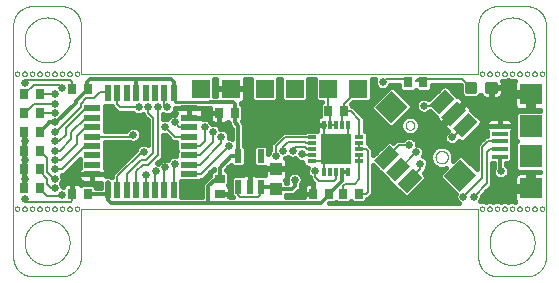
<source format=gtl>
G75*
%MOIN*%
%OFA0B0*%
%FSLAX25Y25*%
%IPPOS*%
%LPD*%
%AMOC8*
5,1,8,0,0,1.08239X$1,22.5*
%
%ADD10C,0.00000*%
%ADD11R,0.07283X0.04331*%
%ADD12R,0.07874X0.07480*%
%ADD13R,0.05512X0.01378*%
%ADD14R,0.07480X0.07087*%
%ADD15R,0.07480X0.07480*%
%ADD16R,0.02165X0.04724*%
%ADD17C,0.01181*%
%ADD18R,0.06000X0.06000*%
%ADD19R,0.03937X0.04331*%
%ADD20R,0.03543X0.02756*%
%ADD21R,0.02756X0.03543*%
%ADD22R,0.01969X0.05709*%
%ADD23R,0.05709X0.01969*%
%ADD24R,0.02953X0.01181*%
%ADD25R,0.01181X0.02953*%
%ADD26R,0.09843X0.09843*%
%ADD27C,0.01600*%
%ADD28C,0.02500*%
%ADD29C,0.00800*%
%ADD30C,0.01200*%
%ADD31C,0.01000*%
D10*
X0044428Y0027683D02*
X0044428Y0105183D01*
X0044430Y0105339D01*
X0044436Y0105495D01*
X0044445Y0105650D01*
X0044459Y0105805D01*
X0044477Y0105960D01*
X0044498Y0106115D01*
X0044523Y0106268D01*
X0044552Y0106421D01*
X0044585Y0106574D01*
X0044621Y0106725D01*
X0044662Y0106876D01*
X0044706Y0107025D01*
X0044753Y0107174D01*
X0044805Y0107321D01*
X0044860Y0107466D01*
X0044919Y0107611D01*
X0044981Y0107754D01*
X0045047Y0107895D01*
X0045116Y0108034D01*
X0045189Y0108172D01*
X0045265Y0108308D01*
X0045345Y0108442D01*
X0045428Y0108574D01*
X0045514Y0108704D01*
X0045603Y0108831D01*
X0045696Y0108957D01*
X0045792Y0109080D01*
X0045890Y0109200D01*
X0045992Y0109319D01*
X0046096Y0109434D01*
X0046204Y0109547D01*
X0046314Y0109657D01*
X0046427Y0109765D01*
X0046542Y0109869D01*
X0046661Y0109971D01*
X0046781Y0110069D01*
X0046904Y0110165D01*
X0047030Y0110258D01*
X0047157Y0110347D01*
X0047287Y0110433D01*
X0047419Y0110516D01*
X0047553Y0110596D01*
X0047689Y0110672D01*
X0047827Y0110745D01*
X0047966Y0110814D01*
X0048107Y0110880D01*
X0048250Y0110942D01*
X0048395Y0111001D01*
X0048540Y0111056D01*
X0048687Y0111108D01*
X0048836Y0111155D01*
X0048985Y0111199D01*
X0049136Y0111240D01*
X0049287Y0111276D01*
X0049440Y0111309D01*
X0049593Y0111338D01*
X0049746Y0111363D01*
X0049901Y0111384D01*
X0050056Y0111402D01*
X0050211Y0111416D01*
X0050366Y0111425D01*
X0050522Y0111431D01*
X0050678Y0111433D01*
X0060678Y0111433D01*
X0060834Y0111431D01*
X0060990Y0111425D01*
X0061145Y0111416D01*
X0061300Y0111402D01*
X0061455Y0111384D01*
X0061610Y0111363D01*
X0061763Y0111338D01*
X0061916Y0111309D01*
X0062069Y0111276D01*
X0062220Y0111240D01*
X0062371Y0111199D01*
X0062520Y0111155D01*
X0062669Y0111108D01*
X0062816Y0111056D01*
X0062961Y0111001D01*
X0063106Y0110942D01*
X0063249Y0110880D01*
X0063390Y0110814D01*
X0063529Y0110745D01*
X0063667Y0110672D01*
X0063803Y0110596D01*
X0063937Y0110516D01*
X0064069Y0110433D01*
X0064199Y0110347D01*
X0064326Y0110258D01*
X0064452Y0110165D01*
X0064575Y0110069D01*
X0064695Y0109971D01*
X0064814Y0109869D01*
X0064929Y0109765D01*
X0065042Y0109657D01*
X0065152Y0109547D01*
X0065260Y0109434D01*
X0065364Y0109319D01*
X0065466Y0109200D01*
X0065564Y0109080D01*
X0065660Y0108957D01*
X0065753Y0108831D01*
X0065842Y0108704D01*
X0065928Y0108574D01*
X0066011Y0108442D01*
X0066091Y0108308D01*
X0066167Y0108172D01*
X0066240Y0108034D01*
X0066309Y0107895D01*
X0066375Y0107754D01*
X0066437Y0107611D01*
X0066496Y0107466D01*
X0066551Y0107321D01*
X0066603Y0107174D01*
X0066650Y0107025D01*
X0066694Y0106876D01*
X0066735Y0106725D01*
X0066771Y0106574D01*
X0066804Y0106421D01*
X0066833Y0106268D01*
X0066858Y0106115D01*
X0066879Y0105960D01*
X0066897Y0105805D01*
X0066911Y0105650D01*
X0066920Y0105495D01*
X0066926Y0105339D01*
X0066928Y0105183D01*
X0066928Y0088933D01*
X0199428Y0088933D01*
X0199428Y0105183D01*
X0199430Y0105339D01*
X0199436Y0105495D01*
X0199445Y0105650D01*
X0199459Y0105805D01*
X0199477Y0105960D01*
X0199498Y0106115D01*
X0199523Y0106268D01*
X0199552Y0106421D01*
X0199585Y0106574D01*
X0199621Y0106725D01*
X0199662Y0106876D01*
X0199706Y0107025D01*
X0199753Y0107174D01*
X0199805Y0107321D01*
X0199860Y0107466D01*
X0199919Y0107611D01*
X0199981Y0107754D01*
X0200047Y0107895D01*
X0200116Y0108034D01*
X0200189Y0108172D01*
X0200265Y0108308D01*
X0200345Y0108442D01*
X0200428Y0108574D01*
X0200514Y0108704D01*
X0200603Y0108831D01*
X0200696Y0108957D01*
X0200792Y0109080D01*
X0200890Y0109200D01*
X0200992Y0109319D01*
X0201096Y0109434D01*
X0201204Y0109547D01*
X0201314Y0109657D01*
X0201427Y0109765D01*
X0201542Y0109869D01*
X0201661Y0109971D01*
X0201781Y0110069D01*
X0201904Y0110165D01*
X0202030Y0110258D01*
X0202157Y0110347D01*
X0202287Y0110433D01*
X0202419Y0110516D01*
X0202553Y0110596D01*
X0202689Y0110672D01*
X0202827Y0110745D01*
X0202966Y0110814D01*
X0203107Y0110880D01*
X0203250Y0110942D01*
X0203395Y0111001D01*
X0203540Y0111056D01*
X0203687Y0111108D01*
X0203836Y0111155D01*
X0203985Y0111199D01*
X0204136Y0111240D01*
X0204287Y0111276D01*
X0204440Y0111309D01*
X0204593Y0111338D01*
X0204746Y0111363D01*
X0204901Y0111384D01*
X0205056Y0111402D01*
X0205211Y0111416D01*
X0205366Y0111425D01*
X0205522Y0111431D01*
X0205678Y0111433D01*
X0215678Y0111433D01*
X0215834Y0111431D01*
X0215990Y0111425D01*
X0216145Y0111416D01*
X0216300Y0111402D01*
X0216455Y0111384D01*
X0216610Y0111363D01*
X0216763Y0111338D01*
X0216916Y0111309D01*
X0217069Y0111276D01*
X0217220Y0111240D01*
X0217371Y0111199D01*
X0217520Y0111155D01*
X0217669Y0111108D01*
X0217816Y0111056D01*
X0217961Y0111001D01*
X0218106Y0110942D01*
X0218249Y0110880D01*
X0218390Y0110814D01*
X0218529Y0110745D01*
X0218667Y0110672D01*
X0218803Y0110596D01*
X0218937Y0110516D01*
X0219069Y0110433D01*
X0219199Y0110347D01*
X0219326Y0110258D01*
X0219452Y0110165D01*
X0219575Y0110069D01*
X0219695Y0109971D01*
X0219814Y0109869D01*
X0219929Y0109765D01*
X0220042Y0109657D01*
X0220152Y0109547D01*
X0220260Y0109434D01*
X0220364Y0109319D01*
X0220466Y0109200D01*
X0220564Y0109080D01*
X0220660Y0108957D01*
X0220753Y0108831D01*
X0220842Y0108704D01*
X0220928Y0108574D01*
X0221011Y0108442D01*
X0221091Y0108308D01*
X0221167Y0108172D01*
X0221240Y0108034D01*
X0221309Y0107895D01*
X0221375Y0107754D01*
X0221437Y0107611D01*
X0221496Y0107466D01*
X0221551Y0107321D01*
X0221603Y0107174D01*
X0221650Y0107025D01*
X0221694Y0106876D01*
X0221735Y0106725D01*
X0221771Y0106574D01*
X0221804Y0106421D01*
X0221833Y0106268D01*
X0221858Y0106115D01*
X0221879Y0105960D01*
X0221897Y0105805D01*
X0221911Y0105650D01*
X0221920Y0105495D01*
X0221926Y0105339D01*
X0221928Y0105183D01*
X0221928Y0027683D01*
X0221926Y0027527D01*
X0221920Y0027371D01*
X0221911Y0027216D01*
X0221897Y0027061D01*
X0221879Y0026906D01*
X0221858Y0026751D01*
X0221833Y0026598D01*
X0221804Y0026445D01*
X0221771Y0026292D01*
X0221735Y0026141D01*
X0221694Y0025990D01*
X0221650Y0025841D01*
X0221603Y0025692D01*
X0221551Y0025545D01*
X0221496Y0025400D01*
X0221437Y0025255D01*
X0221375Y0025112D01*
X0221309Y0024971D01*
X0221240Y0024832D01*
X0221167Y0024694D01*
X0221091Y0024558D01*
X0221011Y0024424D01*
X0220928Y0024292D01*
X0220842Y0024162D01*
X0220753Y0024035D01*
X0220660Y0023909D01*
X0220564Y0023786D01*
X0220466Y0023666D01*
X0220364Y0023547D01*
X0220260Y0023432D01*
X0220152Y0023319D01*
X0220042Y0023209D01*
X0219929Y0023101D01*
X0219814Y0022997D01*
X0219695Y0022895D01*
X0219575Y0022797D01*
X0219452Y0022701D01*
X0219326Y0022608D01*
X0219199Y0022519D01*
X0219069Y0022433D01*
X0218937Y0022350D01*
X0218803Y0022270D01*
X0218667Y0022194D01*
X0218529Y0022121D01*
X0218390Y0022052D01*
X0218249Y0021986D01*
X0218106Y0021924D01*
X0217961Y0021865D01*
X0217816Y0021810D01*
X0217669Y0021758D01*
X0217520Y0021711D01*
X0217371Y0021667D01*
X0217220Y0021626D01*
X0217069Y0021590D01*
X0216916Y0021557D01*
X0216763Y0021528D01*
X0216610Y0021503D01*
X0216455Y0021482D01*
X0216300Y0021464D01*
X0216145Y0021450D01*
X0215990Y0021441D01*
X0215834Y0021435D01*
X0215678Y0021433D01*
X0205678Y0021433D01*
X0205522Y0021435D01*
X0205366Y0021441D01*
X0205211Y0021450D01*
X0205056Y0021464D01*
X0204901Y0021482D01*
X0204746Y0021503D01*
X0204593Y0021528D01*
X0204440Y0021557D01*
X0204287Y0021590D01*
X0204136Y0021626D01*
X0203985Y0021667D01*
X0203836Y0021711D01*
X0203687Y0021758D01*
X0203540Y0021810D01*
X0203395Y0021865D01*
X0203250Y0021924D01*
X0203107Y0021986D01*
X0202966Y0022052D01*
X0202827Y0022121D01*
X0202689Y0022194D01*
X0202553Y0022270D01*
X0202419Y0022350D01*
X0202287Y0022433D01*
X0202157Y0022519D01*
X0202030Y0022608D01*
X0201904Y0022701D01*
X0201781Y0022797D01*
X0201661Y0022895D01*
X0201542Y0022997D01*
X0201427Y0023101D01*
X0201314Y0023209D01*
X0201204Y0023319D01*
X0201096Y0023432D01*
X0200992Y0023547D01*
X0200890Y0023666D01*
X0200792Y0023786D01*
X0200696Y0023909D01*
X0200603Y0024035D01*
X0200514Y0024162D01*
X0200428Y0024292D01*
X0200345Y0024424D01*
X0200265Y0024558D01*
X0200189Y0024694D01*
X0200116Y0024832D01*
X0200047Y0024971D01*
X0199981Y0025112D01*
X0199919Y0025255D01*
X0199860Y0025400D01*
X0199805Y0025545D01*
X0199753Y0025692D01*
X0199706Y0025841D01*
X0199662Y0025990D01*
X0199621Y0026141D01*
X0199585Y0026292D01*
X0199552Y0026445D01*
X0199523Y0026598D01*
X0199498Y0026751D01*
X0199477Y0026906D01*
X0199459Y0027061D01*
X0199445Y0027216D01*
X0199436Y0027371D01*
X0199430Y0027527D01*
X0199428Y0027683D01*
X0199428Y0043933D01*
X0066928Y0043933D01*
X0066928Y0027683D01*
X0066926Y0027527D01*
X0066920Y0027371D01*
X0066911Y0027216D01*
X0066897Y0027061D01*
X0066879Y0026906D01*
X0066858Y0026751D01*
X0066833Y0026598D01*
X0066804Y0026445D01*
X0066771Y0026292D01*
X0066735Y0026141D01*
X0066694Y0025990D01*
X0066650Y0025841D01*
X0066603Y0025692D01*
X0066551Y0025545D01*
X0066496Y0025400D01*
X0066437Y0025255D01*
X0066375Y0025112D01*
X0066309Y0024971D01*
X0066240Y0024832D01*
X0066167Y0024694D01*
X0066091Y0024558D01*
X0066011Y0024424D01*
X0065928Y0024292D01*
X0065842Y0024162D01*
X0065753Y0024035D01*
X0065660Y0023909D01*
X0065564Y0023786D01*
X0065466Y0023666D01*
X0065364Y0023547D01*
X0065260Y0023432D01*
X0065152Y0023319D01*
X0065042Y0023209D01*
X0064929Y0023101D01*
X0064814Y0022997D01*
X0064695Y0022895D01*
X0064575Y0022797D01*
X0064452Y0022701D01*
X0064326Y0022608D01*
X0064199Y0022519D01*
X0064069Y0022433D01*
X0063937Y0022350D01*
X0063803Y0022270D01*
X0063667Y0022194D01*
X0063529Y0022121D01*
X0063390Y0022052D01*
X0063249Y0021986D01*
X0063106Y0021924D01*
X0062961Y0021865D01*
X0062816Y0021810D01*
X0062669Y0021758D01*
X0062520Y0021711D01*
X0062371Y0021667D01*
X0062220Y0021626D01*
X0062069Y0021590D01*
X0061916Y0021557D01*
X0061763Y0021528D01*
X0061610Y0021503D01*
X0061455Y0021482D01*
X0061300Y0021464D01*
X0061145Y0021450D01*
X0060990Y0021441D01*
X0060834Y0021435D01*
X0060678Y0021433D01*
X0050678Y0021433D01*
X0050522Y0021435D01*
X0050366Y0021441D01*
X0050211Y0021450D01*
X0050056Y0021464D01*
X0049901Y0021482D01*
X0049746Y0021503D01*
X0049593Y0021528D01*
X0049440Y0021557D01*
X0049287Y0021590D01*
X0049136Y0021626D01*
X0048985Y0021667D01*
X0048836Y0021711D01*
X0048687Y0021758D01*
X0048540Y0021810D01*
X0048395Y0021865D01*
X0048250Y0021924D01*
X0048107Y0021986D01*
X0047966Y0022052D01*
X0047827Y0022121D01*
X0047689Y0022194D01*
X0047553Y0022270D01*
X0047419Y0022350D01*
X0047287Y0022433D01*
X0047157Y0022519D01*
X0047030Y0022608D01*
X0046904Y0022701D01*
X0046781Y0022797D01*
X0046661Y0022895D01*
X0046542Y0022997D01*
X0046427Y0023101D01*
X0046314Y0023209D01*
X0046204Y0023319D01*
X0046096Y0023432D01*
X0045992Y0023547D01*
X0045890Y0023666D01*
X0045792Y0023786D01*
X0045696Y0023909D01*
X0045603Y0024035D01*
X0045514Y0024162D01*
X0045428Y0024292D01*
X0045345Y0024424D01*
X0045265Y0024558D01*
X0045189Y0024694D01*
X0045116Y0024832D01*
X0045047Y0024971D01*
X0044981Y0025112D01*
X0044919Y0025255D01*
X0044860Y0025400D01*
X0044805Y0025545D01*
X0044753Y0025692D01*
X0044706Y0025841D01*
X0044662Y0025990D01*
X0044621Y0026141D01*
X0044585Y0026292D01*
X0044552Y0026445D01*
X0044523Y0026598D01*
X0044498Y0026751D01*
X0044477Y0026906D01*
X0044459Y0027061D01*
X0044445Y0027216D01*
X0044436Y0027371D01*
X0044430Y0027527D01*
X0044428Y0027683D01*
X0048178Y0032683D02*
X0048180Y0032867D01*
X0048187Y0033051D01*
X0048198Y0033235D01*
X0048214Y0033418D01*
X0048234Y0033601D01*
X0048259Y0033783D01*
X0048288Y0033965D01*
X0048322Y0034146D01*
X0048360Y0034326D01*
X0048403Y0034505D01*
X0048450Y0034683D01*
X0048501Y0034860D01*
X0048557Y0035036D01*
X0048616Y0035210D01*
X0048681Y0035382D01*
X0048749Y0035553D01*
X0048821Y0035722D01*
X0048898Y0035890D01*
X0048979Y0036055D01*
X0049064Y0036218D01*
X0049152Y0036380D01*
X0049245Y0036539D01*
X0049342Y0036695D01*
X0049442Y0036850D01*
X0049546Y0037002D01*
X0049654Y0037151D01*
X0049765Y0037297D01*
X0049880Y0037441D01*
X0049999Y0037582D01*
X0050121Y0037720D01*
X0050246Y0037855D01*
X0050375Y0037986D01*
X0050506Y0038115D01*
X0050641Y0038240D01*
X0050779Y0038362D01*
X0050920Y0038481D01*
X0051064Y0038596D01*
X0051210Y0038707D01*
X0051359Y0038815D01*
X0051511Y0038919D01*
X0051666Y0039019D01*
X0051822Y0039116D01*
X0051981Y0039209D01*
X0052143Y0039297D01*
X0052306Y0039382D01*
X0052471Y0039463D01*
X0052639Y0039540D01*
X0052808Y0039612D01*
X0052979Y0039680D01*
X0053151Y0039745D01*
X0053325Y0039804D01*
X0053501Y0039860D01*
X0053678Y0039911D01*
X0053856Y0039958D01*
X0054035Y0040001D01*
X0054215Y0040039D01*
X0054396Y0040073D01*
X0054578Y0040102D01*
X0054760Y0040127D01*
X0054943Y0040147D01*
X0055126Y0040163D01*
X0055310Y0040174D01*
X0055494Y0040181D01*
X0055678Y0040183D01*
X0055862Y0040181D01*
X0056046Y0040174D01*
X0056230Y0040163D01*
X0056413Y0040147D01*
X0056596Y0040127D01*
X0056778Y0040102D01*
X0056960Y0040073D01*
X0057141Y0040039D01*
X0057321Y0040001D01*
X0057500Y0039958D01*
X0057678Y0039911D01*
X0057855Y0039860D01*
X0058031Y0039804D01*
X0058205Y0039745D01*
X0058377Y0039680D01*
X0058548Y0039612D01*
X0058717Y0039540D01*
X0058885Y0039463D01*
X0059050Y0039382D01*
X0059213Y0039297D01*
X0059375Y0039209D01*
X0059534Y0039116D01*
X0059690Y0039019D01*
X0059845Y0038919D01*
X0059997Y0038815D01*
X0060146Y0038707D01*
X0060292Y0038596D01*
X0060436Y0038481D01*
X0060577Y0038362D01*
X0060715Y0038240D01*
X0060850Y0038115D01*
X0060981Y0037986D01*
X0061110Y0037855D01*
X0061235Y0037720D01*
X0061357Y0037582D01*
X0061476Y0037441D01*
X0061591Y0037297D01*
X0061702Y0037151D01*
X0061810Y0037002D01*
X0061914Y0036850D01*
X0062014Y0036695D01*
X0062111Y0036539D01*
X0062204Y0036380D01*
X0062292Y0036218D01*
X0062377Y0036055D01*
X0062458Y0035890D01*
X0062535Y0035722D01*
X0062607Y0035553D01*
X0062675Y0035382D01*
X0062740Y0035210D01*
X0062799Y0035036D01*
X0062855Y0034860D01*
X0062906Y0034683D01*
X0062953Y0034505D01*
X0062996Y0034326D01*
X0063034Y0034146D01*
X0063068Y0033965D01*
X0063097Y0033783D01*
X0063122Y0033601D01*
X0063142Y0033418D01*
X0063158Y0033235D01*
X0063169Y0033051D01*
X0063176Y0032867D01*
X0063178Y0032683D01*
X0063176Y0032499D01*
X0063169Y0032315D01*
X0063158Y0032131D01*
X0063142Y0031948D01*
X0063122Y0031765D01*
X0063097Y0031583D01*
X0063068Y0031401D01*
X0063034Y0031220D01*
X0062996Y0031040D01*
X0062953Y0030861D01*
X0062906Y0030683D01*
X0062855Y0030506D01*
X0062799Y0030330D01*
X0062740Y0030156D01*
X0062675Y0029984D01*
X0062607Y0029813D01*
X0062535Y0029644D01*
X0062458Y0029476D01*
X0062377Y0029311D01*
X0062292Y0029148D01*
X0062204Y0028986D01*
X0062111Y0028827D01*
X0062014Y0028671D01*
X0061914Y0028516D01*
X0061810Y0028364D01*
X0061702Y0028215D01*
X0061591Y0028069D01*
X0061476Y0027925D01*
X0061357Y0027784D01*
X0061235Y0027646D01*
X0061110Y0027511D01*
X0060981Y0027380D01*
X0060850Y0027251D01*
X0060715Y0027126D01*
X0060577Y0027004D01*
X0060436Y0026885D01*
X0060292Y0026770D01*
X0060146Y0026659D01*
X0059997Y0026551D01*
X0059845Y0026447D01*
X0059690Y0026347D01*
X0059534Y0026250D01*
X0059375Y0026157D01*
X0059213Y0026069D01*
X0059050Y0025984D01*
X0058885Y0025903D01*
X0058717Y0025826D01*
X0058548Y0025754D01*
X0058377Y0025686D01*
X0058205Y0025621D01*
X0058031Y0025562D01*
X0057855Y0025506D01*
X0057678Y0025455D01*
X0057500Y0025408D01*
X0057321Y0025365D01*
X0057141Y0025327D01*
X0056960Y0025293D01*
X0056778Y0025264D01*
X0056596Y0025239D01*
X0056413Y0025219D01*
X0056230Y0025203D01*
X0056046Y0025192D01*
X0055862Y0025185D01*
X0055678Y0025183D01*
X0055494Y0025185D01*
X0055310Y0025192D01*
X0055126Y0025203D01*
X0054943Y0025219D01*
X0054760Y0025239D01*
X0054578Y0025264D01*
X0054396Y0025293D01*
X0054215Y0025327D01*
X0054035Y0025365D01*
X0053856Y0025408D01*
X0053678Y0025455D01*
X0053501Y0025506D01*
X0053325Y0025562D01*
X0053151Y0025621D01*
X0052979Y0025686D01*
X0052808Y0025754D01*
X0052639Y0025826D01*
X0052471Y0025903D01*
X0052306Y0025984D01*
X0052143Y0026069D01*
X0051981Y0026157D01*
X0051822Y0026250D01*
X0051666Y0026347D01*
X0051511Y0026447D01*
X0051359Y0026551D01*
X0051210Y0026659D01*
X0051064Y0026770D01*
X0050920Y0026885D01*
X0050779Y0027004D01*
X0050641Y0027126D01*
X0050506Y0027251D01*
X0050375Y0027380D01*
X0050246Y0027511D01*
X0050121Y0027646D01*
X0049999Y0027784D01*
X0049880Y0027925D01*
X0049765Y0028069D01*
X0049654Y0028215D01*
X0049546Y0028364D01*
X0049442Y0028516D01*
X0049342Y0028671D01*
X0049245Y0028827D01*
X0049152Y0028986D01*
X0049064Y0029148D01*
X0048979Y0029311D01*
X0048898Y0029476D01*
X0048821Y0029644D01*
X0048749Y0029813D01*
X0048681Y0029984D01*
X0048616Y0030156D01*
X0048557Y0030330D01*
X0048501Y0030506D01*
X0048450Y0030683D01*
X0048403Y0030861D01*
X0048360Y0031040D01*
X0048322Y0031220D01*
X0048288Y0031401D01*
X0048259Y0031583D01*
X0048234Y0031765D01*
X0048214Y0031948D01*
X0048198Y0032131D01*
X0048187Y0032315D01*
X0048180Y0032499D01*
X0048178Y0032683D01*
X0047428Y0043933D02*
X0047430Y0043987D01*
X0047436Y0044041D01*
X0047446Y0044094D01*
X0047459Y0044147D01*
X0047476Y0044198D01*
X0047497Y0044248D01*
X0047522Y0044296D01*
X0047550Y0044343D01*
X0047581Y0044387D01*
X0047615Y0044429D01*
X0047652Y0044468D01*
X0047692Y0044505D01*
X0047735Y0044538D01*
X0047780Y0044569D01*
X0047827Y0044596D01*
X0047875Y0044619D01*
X0047926Y0044639D01*
X0047977Y0044656D01*
X0048030Y0044668D01*
X0048083Y0044677D01*
X0048137Y0044682D01*
X0048192Y0044683D01*
X0048246Y0044680D01*
X0048299Y0044673D01*
X0048352Y0044662D01*
X0048405Y0044648D01*
X0048456Y0044630D01*
X0048505Y0044608D01*
X0048553Y0044583D01*
X0048599Y0044554D01*
X0048643Y0044522D01*
X0048684Y0044487D01*
X0048722Y0044449D01*
X0048758Y0044408D01*
X0048791Y0044365D01*
X0048821Y0044320D01*
X0048847Y0044272D01*
X0048870Y0044223D01*
X0048889Y0044172D01*
X0048904Y0044121D01*
X0048916Y0044068D01*
X0048924Y0044014D01*
X0048928Y0043960D01*
X0048928Y0043906D01*
X0048924Y0043852D01*
X0048916Y0043798D01*
X0048904Y0043745D01*
X0048889Y0043694D01*
X0048870Y0043643D01*
X0048847Y0043594D01*
X0048821Y0043546D01*
X0048791Y0043501D01*
X0048758Y0043458D01*
X0048722Y0043417D01*
X0048684Y0043379D01*
X0048643Y0043344D01*
X0048599Y0043312D01*
X0048553Y0043283D01*
X0048505Y0043258D01*
X0048456Y0043236D01*
X0048405Y0043218D01*
X0048352Y0043204D01*
X0048299Y0043193D01*
X0048246Y0043186D01*
X0048192Y0043183D01*
X0048137Y0043184D01*
X0048083Y0043189D01*
X0048030Y0043198D01*
X0047977Y0043210D01*
X0047926Y0043227D01*
X0047875Y0043247D01*
X0047827Y0043270D01*
X0047780Y0043297D01*
X0047735Y0043328D01*
X0047692Y0043361D01*
X0047652Y0043398D01*
X0047615Y0043437D01*
X0047581Y0043479D01*
X0047550Y0043523D01*
X0047522Y0043570D01*
X0047497Y0043618D01*
X0047476Y0043668D01*
X0047459Y0043719D01*
X0047446Y0043772D01*
X0047436Y0043825D01*
X0047430Y0043879D01*
X0047428Y0043933D01*
X0044928Y0043933D02*
X0044930Y0043987D01*
X0044936Y0044041D01*
X0044946Y0044094D01*
X0044959Y0044147D01*
X0044976Y0044198D01*
X0044997Y0044248D01*
X0045022Y0044296D01*
X0045050Y0044343D01*
X0045081Y0044387D01*
X0045115Y0044429D01*
X0045152Y0044468D01*
X0045192Y0044505D01*
X0045235Y0044538D01*
X0045280Y0044569D01*
X0045327Y0044596D01*
X0045375Y0044619D01*
X0045426Y0044639D01*
X0045477Y0044656D01*
X0045530Y0044668D01*
X0045583Y0044677D01*
X0045637Y0044682D01*
X0045692Y0044683D01*
X0045746Y0044680D01*
X0045799Y0044673D01*
X0045852Y0044662D01*
X0045905Y0044648D01*
X0045956Y0044630D01*
X0046005Y0044608D01*
X0046053Y0044583D01*
X0046099Y0044554D01*
X0046143Y0044522D01*
X0046184Y0044487D01*
X0046222Y0044449D01*
X0046258Y0044408D01*
X0046291Y0044365D01*
X0046321Y0044320D01*
X0046347Y0044272D01*
X0046370Y0044223D01*
X0046389Y0044172D01*
X0046404Y0044121D01*
X0046416Y0044068D01*
X0046424Y0044014D01*
X0046428Y0043960D01*
X0046428Y0043906D01*
X0046424Y0043852D01*
X0046416Y0043798D01*
X0046404Y0043745D01*
X0046389Y0043694D01*
X0046370Y0043643D01*
X0046347Y0043594D01*
X0046321Y0043546D01*
X0046291Y0043501D01*
X0046258Y0043458D01*
X0046222Y0043417D01*
X0046184Y0043379D01*
X0046143Y0043344D01*
X0046099Y0043312D01*
X0046053Y0043283D01*
X0046005Y0043258D01*
X0045956Y0043236D01*
X0045905Y0043218D01*
X0045852Y0043204D01*
X0045799Y0043193D01*
X0045746Y0043186D01*
X0045692Y0043183D01*
X0045637Y0043184D01*
X0045583Y0043189D01*
X0045530Y0043198D01*
X0045477Y0043210D01*
X0045426Y0043227D01*
X0045375Y0043247D01*
X0045327Y0043270D01*
X0045280Y0043297D01*
X0045235Y0043328D01*
X0045192Y0043361D01*
X0045152Y0043398D01*
X0045115Y0043437D01*
X0045081Y0043479D01*
X0045050Y0043523D01*
X0045022Y0043570D01*
X0044997Y0043618D01*
X0044976Y0043668D01*
X0044959Y0043719D01*
X0044946Y0043772D01*
X0044936Y0043825D01*
X0044930Y0043879D01*
X0044928Y0043933D01*
X0049928Y0043933D02*
X0049930Y0043987D01*
X0049936Y0044041D01*
X0049946Y0044094D01*
X0049959Y0044147D01*
X0049976Y0044198D01*
X0049997Y0044248D01*
X0050022Y0044296D01*
X0050050Y0044343D01*
X0050081Y0044387D01*
X0050115Y0044429D01*
X0050152Y0044468D01*
X0050192Y0044505D01*
X0050235Y0044538D01*
X0050280Y0044569D01*
X0050327Y0044596D01*
X0050375Y0044619D01*
X0050426Y0044639D01*
X0050477Y0044656D01*
X0050530Y0044668D01*
X0050583Y0044677D01*
X0050637Y0044682D01*
X0050692Y0044683D01*
X0050746Y0044680D01*
X0050799Y0044673D01*
X0050852Y0044662D01*
X0050905Y0044648D01*
X0050956Y0044630D01*
X0051005Y0044608D01*
X0051053Y0044583D01*
X0051099Y0044554D01*
X0051143Y0044522D01*
X0051184Y0044487D01*
X0051222Y0044449D01*
X0051258Y0044408D01*
X0051291Y0044365D01*
X0051321Y0044320D01*
X0051347Y0044272D01*
X0051370Y0044223D01*
X0051389Y0044172D01*
X0051404Y0044121D01*
X0051416Y0044068D01*
X0051424Y0044014D01*
X0051428Y0043960D01*
X0051428Y0043906D01*
X0051424Y0043852D01*
X0051416Y0043798D01*
X0051404Y0043745D01*
X0051389Y0043694D01*
X0051370Y0043643D01*
X0051347Y0043594D01*
X0051321Y0043546D01*
X0051291Y0043501D01*
X0051258Y0043458D01*
X0051222Y0043417D01*
X0051184Y0043379D01*
X0051143Y0043344D01*
X0051099Y0043312D01*
X0051053Y0043283D01*
X0051005Y0043258D01*
X0050956Y0043236D01*
X0050905Y0043218D01*
X0050852Y0043204D01*
X0050799Y0043193D01*
X0050746Y0043186D01*
X0050692Y0043183D01*
X0050637Y0043184D01*
X0050583Y0043189D01*
X0050530Y0043198D01*
X0050477Y0043210D01*
X0050426Y0043227D01*
X0050375Y0043247D01*
X0050327Y0043270D01*
X0050280Y0043297D01*
X0050235Y0043328D01*
X0050192Y0043361D01*
X0050152Y0043398D01*
X0050115Y0043437D01*
X0050081Y0043479D01*
X0050050Y0043523D01*
X0050022Y0043570D01*
X0049997Y0043618D01*
X0049976Y0043668D01*
X0049959Y0043719D01*
X0049946Y0043772D01*
X0049936Y0043825D01*
X0049930Y0043879D01*
X0049928Y0043933D01*
X0052428Y0043933D02*
X0052430Y0043987D01*
X0052436Y0044041D01*
X0052446Y0044094D01*
X0052459Y0044147D01*
X0052476Y0044198D01*
X0052497Y0044248D01*
X0052522Y0044296D01*
X0052550Y0044343D01*
X0052581Y0044387D01*
X0052615Y0044429D01*
X0052652Y0044468D01*
X0052692Y0044505D01*
X0052735Y0044538D01*
X0052780Y0044569D01*
X0052827Y0044596D01*
X0052875Y0044619D01*
X0052926Y0044639D01*
X0052977Y0044656D01*
X0053030Y0044668D01*
X0053083Y0044677D01*
X0053137Y0044682D01*
X0053192Y0044683D01*
X0053246Y0044680D01*
X0053299Y0044673D01*
X0053352Y0044662D01*
X0053405Y0044648D01*
X0053456Y0044630D01*
X0053505Y0044608D01*
X0053553Y0044583D01*
X0053599Y0044554D01*
X0053643Y0044522D01*
X0053684Y0044487D01*
X0053722Y0044449D01*
X0053758Y0044408D01*
X0053791Y0044365D01*
X0053821Y0044320D01*
X0053847Y0044272D01*
X0053870Y0044223D01*
X0053889Y0044172D01*
X0053904Y0044121D01*
X0053916Y0044068D01*
X0053924Y0044014D01*
X0053928Y0043960D01*
X0053928Y0043906D01*
X0053924Y0043852D01*
X0053916Y0043798D01*
X0053904Y0043745D01*
X0053889Y0043694D01*
X0053870Y0043643D01*
X0053847Y0043594D01*
X0053821Y0043546D01*
X0053791Y0043501D01*
X0053758Y0043458D01*
X0053722Y0043417D01*
X0053684Y0043379D01*
X0053643Y0043344D01*
X0053599Y0043312D01*
X0053553Y0043283D01*
X0053505Y0043258D01*
X0053456Y0043236D01*
X0053405Y0043218D01*
X0053352Y0043204D01*
X0053299Y0043193D01*
X0053246Y0043186D01*
X0053192Y0043183D01*
X0053137Y0043184D01*
X0053083Y0043189D01*
X0053030Y0043198D01*
X0052977Y0043210D01*
X0052926Y0043227D01*
X0052875Y0043247D01*
X0052827Y0043270D01*
X0052780Y0043297D01*
X0052735Y0043328D01*
X0052692Y0043361D01*
X0052652Y0043398D01*
X0052615Y0043437D01*
X0052581Y0043479D01*
X0052550Y0043523D01*
X0052522Y0043570D01*
X0052497Y0043618D01*
X0052476Y0043668D01*
X0052459Y0043719D01*
X0052446Y0043772D01*
X0052436Y0043825D01*
X0052430Y0043879D01*
X0052428Y0043933D01*
X0054928Y0043933D02*
X0054930Y0043987D01*
X0054936Y0044041D01*
X0054946Y0044094D01*
X0054959Y0044147D01*
X0054976Y0044198D01*
X0054997Y0044248D01*
X0055022Y0044296D01*
X0055050Y0044343D01*
X0055081Y0044387D01*
X0055115Y0044429D01*
X0055152Y0044468D01*
X0055192Y0044505D01*
X0055235Y0044538D01*
X0055280Y0044569D01*
X0055327Y0044596D01*
X0055375Y0044619D01*
X0055426Y0044639D01*
X0055477Y0044656D01*
X0055530Y0044668D01*
X0055583Y0044677D01*
X0055637Y0044682D01*
X0055692Y0044683D01*
X0055746Y0044680D01*
X0055799Y0044673D01*
X0055852Y0044662D01*
X0055905Y0044648D01*
X0055956Y0044630D01*
X0056005Y0044608D01*
X0056053Y0044583D01*
X0056099Y0044554D01*
X0056143Y0044522D01*
X0056184Y0044487D01*
X0056222Y0044449D01*
X0056258Y0044408D01*
X0056291Y0044365D01*
X0056321Y0044320D01*
X0056347Y0044272D01*
X0056370Y0044223D01*
X0056389Y0044172D01*
X0056404Y0044121D01*
X0056416Y0044068D01*
X0056424Y0044014D01*
X0056428Y0043960D01*
X0056428Y0043906D01*
X0056424Y0043852D01*
X0056416Y0043798D01*
X0056404Y0043745D01*
X0056389Y0043694D01*
X0056370Y0043643D01*
X0056347Y0043594D01*
X0056321Y0043546D01*
X0056291Y0043501D01*
X0056258Y0043458D01*
X0056222Y0043417D01*
X0056184Y0043379D01*
X0056143Y0043344D01*
X0056099Y0043312D01*
X0056053Y0043283D01*
X0056005Y0043258D01*
X0055956Y0043236D01*
X0055905Y0043218D01*
X0055852Y0043204D01*
X0055799Y0043193D01*
X0055746Y0043186D01*
X0055692Y0043183D01*
X0055637Y0043184D01*
X0055583Y0043189D01*
X0055530Y0043198D01*
X0055477Y0043210D01*
X0055426Y0043227D01*
X0055375Y0043247D01*
X0055327Y0043270D01*
X0055280Y0043297D01*
X0055235Y0043328D01*
X0055192Y0043361D01*
X0055152Y0043398D01*
X0055115Y0043437D01*
X0055081Y0043479D01*
X0055050Y0043523D01*
X0055022Y0043570D01*
X0054997Y0043618D01*
X0054976Y0043668D01*
X0054959Y0043719D01*
X0054946Y0043772D01*
X0054936Y0043825D01*
X0054930Y0043879D01*
X0054928Y0043933D01*
X0057428Y0043933D02*
X0057430Y0043987D01*
X0057436Y0044041D01*
X0057446Y0044094D01*
X0057459Y0044147D01*
X0057476Y0044198D01*
X0057497Y0044248D01*
X0057522Y0044296D01*
X0057550Y0044343D01*
X0057581Y0044387D01*
X0057615Y0044429D01*
X0057652Y0044468D01*
X0057692Y0044505D01*
X0057735Y0044538D01*
X0057780Y0044569D01*
X0057827Y0044596D01*
X0057875Y0044619D01*
X0057926Y0044639D01*
X0057977Y0044656D01*
X0058030Y0044668D01*
X0058083Y0044677D01*
X0058137Y0044682D01*
X0058192Y0044683D01*
X0058246Y0044680D01*
X0058299Y0044673D01*
X0058352Y0044662D01*
X0058405Y0044648D01*
X0058456Y0044630D01*
X0058505Y0044608D01*
X0058553Y0044583D01*
X0058599Y0044554D01*
X0058643Y0044522D01*
X0058684Y0044487D01*
X0058722Y0044449D01*
X0058758Y0044408D01*
X0058791Y0044365D01*
X0058821Y0044320D01*
X0058847Y0044272D01*
X0058870Y0044223D01*
X0058889Y0044172D01*
X0058904Y0044121D01*
X0058916Y0044068D01*
X0058924Y0044014D01*
X0058928Y0043960D01*
X0058928Y0043906D01*
X0058924Y0043852D01*
X0058916Y0043798D01*
X0058904Y0043745D01*
X0058889Y0043694D01*
X0058870Y0043643D01*
X0058847Y0043594D01*
X0058821Y0043546D01*
X0058791Y0043501D01*
X0058758Y0043458D01*
X0058722Y0043417D01*
X0058684Y0043379D01*
X0058643Y0043344D01*
X0058599Y0043312D01*
X0058553Y0043283D01*
X0058505Y0043258D01*
X0058456Y0043236D01*
X0058405Y0043218D01*
X0058352Y0043204D01*
X0058299Y0043193D01*
X0058246Y0043186D01*
X0058192Y0043183D01*
X0058137Y0043184D01*
X0058083Y0043189D01*
X0058030Y0043198D01*
X0057977Y0043210D01*
X0057926Y0043227D01*
X0057875Y0043247D01*
X0057827Y0043270D01*
X0057780Y0043297D01*
X0057735Y0043328D01*
X0057692Y0043361D01*
X0057652Y0043398D01*
X0057615Y0043437D01*
X0057581Y0043479D01*
X0057550Y0043523D01*
X0057522Y0043570D01*
X0057497Y0043618D01*
X0057476Y0043668D01*
X0057459Y0043719D01*
X0057446Y0043772D01*
X0057436Y0043825D01*
X0057430Y0043879D01*
X0057428Y0043933D01*
X0059928Y0043933D02*
X0059930Y0043987D01*
X0059936Y0044041D01*
X0059946Y0044094D01*
X0059959Y0044147D01*
X0059976Y0044198D01*
X0059997Y0044248D01*
X0060022Y0044296D01*
X0060050Y0044343D01*
X0060081Y0044387D01*
X0060115Y0044429D01*
X0060152Y0044468D01*
X0060192Y0044505D01*
X0060235Y0044538D01*
X0060280Y0044569D01*
X0060327Y0044596D01*
X0060375Y0044619D01*
X0060426Y0044639D01*
X0060477Y0044656D01*
X0060530Y0044668D01*
X0060583Y0044677D01*
X0060637Y0044682D01*
X0060692Y0044683D01*
X0060746Y0044680D01*
X0060799Y0044673D01*
X0060852Y0044662D01*
X0060905Y0044648D01*
X0060956Y0044630D01*
X0061005Y0044608D01*
X0061053Y0044583D01*
X0061099Y0044554D01*
X0061143Y0044522D01*
X0061184Y0044487D01*
X0061222Y0044449D01*
X0061258Y0044408D01*
X0061291Y0044365D01*
X0061321Y0044320D01*
X0061347Y0044272D01*
X0061370Y0044223D01*
X0061389Y0044172D01*
X0061404Y0044121D01*
X0061416Y0044068D01*
X0061424Y0044014D01*
X0061428Y0043960D01*
X0061428Y0043906D01*
X0061424Y0043852D01*
X0061416Y0043798D01*
X0061404Y0043745D01*
X0061389Y0043694D01*
X0061370Y0043643D01*
X0061347Y0043594D01*
X0061321Y0043546D01*
X0061291Y0043501D01*
X0061258Y0043458D01*
X0061222Y0043417D01*
X0061184Y0043379D01*
X0061143Y0043344D01*
X0061099Y0043312D01*
X0061053Y0043283D01*
X0061005Y0043258D01*
X0060956Y0043236D01*
X0060905Y0043218D01*
X0060852Y0043204D01*
X0060799Y0043193D01*
X0060746Y0043186D01*
X0060692Y0043183D01*
X0060637Y0043184D01*
X0060583Y0043189D01*
X0060530Y0043198D01*
X0060477Y0043210D01*
X0060426Y0043227D01*
X0060375Y0043247D01*
X0060327Y0043270D01*
X0060280Y0043297D01*
X0060235Y0043328D01*
X0060192Y0043361D01*
X0060152Y0043398D01*
X0060115Y0043437D01*
X0060081Y0043479D01*
X0060050Y0043523D01*
X0060022Y0043570D01*
X0059997Y0043618D01*
X0059976Y0043668D01*
X0059959Y0043719D01*
X0059946Y0043772D01*
X0059936Y0043825D01*
X0059930Y0043879D01*
X0059928Y0043933D01*
X0062428Y0043933D02*
X0062430Y0043987D01*
X0062436Y0044041D01*
X0062446Y0044094D01*
X0062459Y0044147D01*
X0062476Y0044198D01*
X0062497Y0044248D01*
X0062522Y0044296D01*
X0062550Y0044343D01*
X0062581Y0044387D01*
X0062615Y0044429D01*
X0062652Y0044468D01*
X0062692Y0044505D01*
X0062735Y0044538D01*
X0062780Y0044569D01*
X0062827Y0044596D01*
X0062875Y0044619D01*
X0062926Y0044639D01*
X0062977Y0044656D01*
X0063030Y0044668D01*
X0063083Y0044677D01*
X0063137Y0044682D01*
X0063192Y0044683D01*
X0063246Y0044680D01*
X0063299Y0044673D01*
X0063352Y0044662D01*
X0063405Y0044648D01*
X0063456Y0044630D01*
X0063505Y0044608D01*
X0063553Y0044583D01*
X0063599Y0044554D01*
X0063643Y0044522D01*
X0063684Y0044487D01*
X0063722Y0044449D01*
X0063758Y0044408D01*
X0063791Y0044365D01*
X0063821Y0044320D01*
X0063847Y0044272D01*
X0063870Y0044223D01*
X0063889Y0044172D01*
X0063904Y0044121D01*
X0063916Y0044068D01*
X0063924Y0044014D01*
X0063928Y0043960D01*
X0063928Y0043906D01*
X0063924Y0043852D01*
X0063916Y0043798D01*
X0063904Y0043745D01*
X0063889Y0043694D01*
X0063870Y0043643D01*
X0063847Y0043594D01*
X0063821Y0043546D01*
X0063791Y0043501D01*
X0063758Y0043458D01*
X0063722Y0043417D01*
X0063684Y0043379D01*
X0063643Y0043344D01*
X0063599Y0043312D01*
X0063553Y0043283D01*
X0063505Y0043258D01*
X0063456Y0043236D01*
X0063405Y0043218D01*
X0063352Y0043204D01*
X0063299Y0043193D01*
X0063246Y0043186D01*
X0063192Y0043183D01*
X0063137Y0043184D01*
X0063083Y0043189D01*
X0063030Y0043198D01*
X0062977Y0043210D01*
X0062926Y0043227D01*
X0062875Y0043247D01*
X0062827Y0043270D01*
X0062780Y0043297D01*
X0062735Y0043328D01*
X0062692Y0043361D01*
X0062652Y0043398D01*
X0062615Y0043437D01*
X0062581Y0043479D01*
X0062550Y0043523D01*
X0062522Y0043570D01*
X0062497Y0043618D01*
X0062476Y0043668D01*
X0062459Y0043719D01*
X0062446Y0043772D01*
X0062436Y0043825D01*
X0062430Y0043879D01*
X0062428Y0043933D01*
X0064928Y0043933D02*
X0064930Y0043987D01*
X0064936Y0044041D01*
X0064946Y0044094D01*
X0064959Y0044147D01*
X0064976Y0044198D01*
X0064997Y0044248D01*
X0065022Y0044296D01*
X0065050Y0044343D01*
X0065081Y0044387D01*
X0065115Y0044429D01*
X0065152Y0044468D01*
X0065192Y0044505D01*
X0065235Y0044538D01*
X0065280Y0044569D01*
X0065327Y0044596D01*
X0065375Y0044619D01*
X0065426Y0044639D01*
X0065477Y0044656D01*
X0065530Y0044668D01*
X0065583Y0044677D01*
X0065637Y0044682D01*
X0065692Y0044683D01*
X0065746Y0044680D01*
X0065799Y0044673D01*
X0065852Y0044662D01*
X0065905Y0044648D01*
X0065956Y0044630D01*
X0066005Y0044608D01*
X0066053Y0044583D01*
X0066099Y0044554D01*
X0066143Y0044522D01*
X0066184Y0044487D01*
X0066222Y0044449D01*
X0066258Y0044408D01*
X0066291Y0044365D01*
X0066321Y0044320D01*
X0066347Y0044272D01*
X0066370Y0044223D01*
X0066389Y0044172D01*
X0066404Y0044121D01*
X0066416Y0044068D01*
X0066424Y0044014D01*
X0066428Y0043960D01*
X0066428Y0043906D01*
X0066424Y0043852D01*
X0066416Y0043798D01*
X0066404Y0043745D01*
X0066389Y0043694D01*
X0066370Y0043643D01*
X0066347Y0043594D01*
X0066321Y0043546D01*
X0066291Y0043501D01*
X0066258Y0043458D01*
X0066222Y0043417D01*
X0066184Y0043379D01*
X0066143Y0043344D01*
X0066099Y0043312D01*
X0066053Y0043283D01*
X0066005Y0043258D01*
X0065956Y0043236D01*
X0065905Y0043218D01*
X0065852Y0043204D01*
X0065799Y0043193D01*
X0065746Y0043186D01*
X0065692Y0043183D01*
X0065637Y0043184D01*
X0065583Y0043189D01*
X0065530Y0043198D01*
X0065477Y0043210D01*
X0065426Y0043227D01*
X0065375Y0043247D01*
X0065327Y0043270D01*
X0065280Y0043297D01*
X0065235Y0043328D01*
X0065192Y0043361D01*
X0065152Y0043398D01*
X0065115Y0043437D01*
X0065081Y0043479D01*
X0065050Y0043523D01*
X0065022Y0043570D01*
X0064997Y0043618D01*
X0064976Y0043668D01*
X0064959Y0043719D01*
X0064946Y0043772D01*
X0064936Y0043825D01*
X0064930Y0043879D01*
X0064928Y0043933D01*
X0064928Y0088933D02*
X0064930Y0088987D01*
X0064936Y0089041D01*
X0064946Y0089094D01*
X0064959Y0089147D01*
X0064976Y0089198D01*
X0064997Y0089248D01*
X0065022Y0089296D01*
X0065050Y0089343D01*
X0065081Y0089387D01*
X0065115Y0089429D01*
X0065152Y0089468D01*
X0065192Y0089505D01*
X0065235Y0089538D01*
X0065280Y0089569D01*
X0065327Y0089596D01*
X0065375Y0089619D01*
X0065426Y0089639D01*
X0065477Y0089656D01*
X0065530Y0089668D01*
X0065583Y0089677D01*
X0065637Y0089682D01*
X0065692Y0089683D01*
X0065746Y0089680D01*
X0065799Y0089673D01*
X0065852Y0089662D01*
X0065905Y0089648D01*
X0065956Y0089630D01*
X0066005Y0089608D01*
X0066053Y0089583D01*
X0066099Y0089554D01*
X0066143Y0089522D01*
X0066184Y0089487D01*
X0066222Y0089449D01*
X0066258Y0089408D01*
X0066291Y0089365D01*
X0066321Y0089320D01*
X0066347Y0089272D01*
X0066370Y0089223D01*
X0066389Y0089172D01*
X0066404Y0089121D01*
X0066416Y0089068D01*
X0066424Y0089014D01*
X0066428Y0088960D01*
X0066428Y0088906D01*
X0066424Y0088852D01*
X0066416Y0088798D01*
X0066404Y0088745D01*
X0066389Y0088694D01*
X0066370Y0088643D01*
X0066347Y0088594D01*
X0066321Y0088546D01*
X0066291Y0088501D01*
X0066258Y0088458D01*
X0066222Y0088417D01*
X0066184Y0088379D01*
X0066143Y0088344D01*
X0066099Y0088312D01*
X0066053Y0088283D01*
X0066005Y0088258D01*
X0065956Y0088236D01*
X0065905Y0088218D01*
X0065852Y0088204D01*
X0065799Y0088193D01*
X0065746Y0088186D01*
X0065692Y0088183D01*
X0065637Y0088184D01*
X0065583Y0088189D01*
X0065530Y0088198D01*
X0065477Y0088210D01*
X0065426Y0088227D01*
X0065375Y0088247D01*
X0065327Y0088270D01*
X0065280Y0088297D01*
X0065235Y0088328D01*
X0065192Y0088361D01*
X0065152Y0088398D01*
X0065115Y0088437D01*
X0065081Y0088479D01*
X0065050Y0088523D01*
X0065022Y0088570D01*
X0064997Y0088618D01*
X0064976Y0088668D01*
X0064959Y0088719D01*
X0064946Y0088772D01*
X0064936Y0088825D01*
X0064930Y0088879D01*
X0064928Y0088933D01*
X0062428Y0088933D02*
X0062430Y0088987D01*
X0062436Y0089041D01*
X0062446Y0089094D01*
X0062459Y0089147D01*
X0062476Y0089198D01*
X0062497Y0089248D01*
X0062522Y0089296D01*
X0062550Y0089343D01*
X0062581Y0089387D01*
X0062615Y0089429D01*
X0062652Y0089468D01*
X0062692Y0089505D01*
X0062735Y0089538D01*
X0062780Y0089569D01*
X0062827Y0089596D01*
X0062875Y0089619D01*
X0062926Y0089639D01*
X0062977Y0089656D01*
X0063030Y0089668D01*
X0063083Y0089677D01*
X0063137Y0089682D01*
X0063192Y0089683D01*
X0063246Y0089680D01*
X0063299Y0089673D01*
X0063352Y0089662D01*
X0063405Y0089648D01*
X0063456Y0089630D01*
X0063505Y0089608D01*
X0063553Y0089583D01*
X0063599Y0089554D01*
X0063643Y0089522D01*
X0063684Y0089487D01*
X0063722Y0089449D01*
X0063758Y0089408D01*
X0063791Y0089365D01*
X0063821Y0089320D01*
X0063847Y0089272D01*
X0063870Y0089223D01*
X0063889Y0089172D01*
X0063904Y0089121D01*
X0063916Y0089068D01*
X0063924Y0089014D01*
X0063928Y0088960D01*
X0063928Y0088906D01*
X0063924Y0088852D01*
X0063916Y0088798D01*
X0063904Y0088745D01*
X0063889Y0088694D01*
X0063870Y0088643D01*
X0063847Y0088594D01*
X0063821Y0088546D01*
X0063791Y0088501D01*
X0063758Y0088458D01*
X0063722Y0088417D01*
X0063684Y0088379D01*
X0063643Y0088344D01*
X0063599Y0088312D01*
X0063553Y0088283D01*
X0063505Y0088258D01*
X0063456Y0088236D01*
X0063405Y0088218D01*
X0063352Y0088204D01*
X0063299Y0088193D01*
X0063246Y0088186D01*
X0063192Y0088183D01*
X0063137Y0088184D01*
X0063083Y0088189D01*
X0063030Y0088198D01*
X0062977Y0088210D01*
X0062926Y0088227D01*
X0062875Y0088247D01*
X0062827Y0088270D01*
X0062780Y0088297D01*
X0062735Y0088328D01*
X0062692Y0088361D01*
X0062652Y0088398D01*
X0062615Y0088437D01*
X0062581Y0088479D01*
X0062550Y0088523D01*
X0062522Y0088570D01*
X0062497Y0088618D01*
X0062476Y0088668D01*
X0062459Y0088719D01*
X0062446Y0088772D01*
X0062436Y0088825D01*
X0062430Y0088879D01*
X0062428Y0088933D01*
X0059928Y0088933D02*
X0059930Y0088987D01*
X0059936Y0089041D01*
X0059946Y0089094D01*
X0059959Y0089147D01*
X0059976Y0089198D01*
X0059997Y0089248D01*
X0060022Y0089296D01*
X0060050Y0089343D01*
X0060081Y0089387D01*
X0060115Y0089429D01*
X0060152Y0089468D01*
X0060192Y0089505D01*
X0060235Y0089538D01*
X0060280Y0089569D01*
X0060327Y0089596D01*
X0060375Y0089619D01*
X0060426Y0089639D01*
X0060477Y0089656D01*
X0060530Y0089668D01*
X0060583Y0089677D01*
X0060637Y0089682D01*
X0060692Y0089683D01*
X0060746Y0089680D01*
X0060799Y0089673D01*
X0060852Y0089662D01*
X0060905Y0089648D01*
X0060956Y0089630D01*
X0061005Y0089608D01*
X0061053Y0089583D01*
X0061099Y0089554D01*
X0061143Y0089522D01*
X0061184Y0089487D01*
X0061222Y0089449D01*
X0061258Y0089408D01*
X0061291Y0089365D01*
X0061321Y0089320D01*
X0061347Y0089272D01*
X0061370Y0089223D01*
X0061389Y0089172D01*
X0061404Y0089121D01*
X0061416Y0089068D01*
X0061424Y0089014D01*
X0061428Y0088960D01*
X0061428Y0088906D01*
X0061424Y0088852D01*
X0061416Y0088798D01*
X0061404Y0088745D01*
X0061389Y0088694D01*
X0061370Y0088643D01*
X0061347Y0088594D01*
X0061321Y0088546D01*
X0061291Y0088501D01*
X0061258Y0088458D01*
X0061222Y0088417D01*
X0061184Y0088379D01*
X0061143Y0088344D01*
X0061099Y0088312D01*
X0061053Y0088283D01*
X0061005Y0088258D01*
X0060956Y0088236D01*
X0060905Y0088218D01*
X0060852Y0088204D01*
X0060799Y0088193D01*
X0060746Y0088186D01*
X0060692Y0088183D01*
X0060637Y0088184D01*
X0060583Y0088189D01*
X0060530Y0088198D01*
X0060477Y0088210D01*
X0060426Y0088227D01*
X0060375Y0088247D01*
X0060327Y0088270D01*
X0060280Y0088297D01*
X0060235Y0088328D01*
X0060192Y0088361D01*
X0060152Y0088398D01*
X0060115Y0088437D01*
X0060081Y0088479D01*
X0060050Y0088523D01*
X0060022Y0088570D01*
X0059997Y0088618D01*
X0059976Y0088668D01*
X0059959Y0088719D01*
X0059946Y0088772D01*
X0059936Y0088825D01*
X0059930Y0088879D01*
X0059928Y0088933D01*
X0057428Y0088933D02*
X0057430Y0088987D01*
X0057436Y0089041D01*
X0057446Y0089094D01*
X0057459Y0089147D01*
X0057476Y0089198D01*
X0057497Y0089248D01*
X0057522Y0089296D01*
X0057550Y0089343D01*
X0057581Y0089387D01*
X0057615Y0089429D01*
X0057652Y0089468D01*
X0057692Y0089505D01*
X0057735Y0089538D01*
X0057780Y0089569D01*
X0057827Y0089596D01*
X0057875Y0089619D01*
X0057926Y0089639D01*
X0057977Y0089656D01*
X0058030Y0089668D01*
X0058083Y0089677D01*
X0058137Y0089682D01*
X0058192Y0089683D01*
X0058246Y0089680D01*
X0058299Y0089673D01*
X0058352Y0089662D01*
X0058405Y0089648D01*
X0058456Y0089630D01*
X0058505Y0089608D01*
X0058553Y0089583D01*
X0058599Y0089554D01*
X0058643Y0089522D01*
X0058684Y0089487D01*
X0058722Y0089449D01*
X0058758Y0089408D01*
X0058791Y0089365D01*
X0058821Y0089320D01*
X0058847Y0089272D01*
X0058870Y0089223D01*
X0058889Y0089172D01*
X0058904Y0089121D01*
X0058916Y0089068D01*
X0058924Y0089014D01*
X0058928Y0088960D01*
X0058928Y0088906D01*
X0058924Y0088852D01*
X0058916Y0088798D01*
X0058904Y0088745D01*
X0058889Y0088694D01*
X0058870Y0088643D01*
X0058847Y0088594D01*
X0058821Y0088546D01*
X0058791Y0088501D01*
X0058758Y0088458D01*
X0058722Y0088417D01*
X0058684Y0088379D01*
X0058643Y0088344D01*
X0058599Y0088312D01*
X0058553Y0088283D01*
X0058505Y0088258D01*
X0058456Y0088236D01*
X0058405Y0088218D01*
X0058352Y0088204D01*
X0058299Y0088193D01*
X0058246Y0088186D01*
X0058192Y0088183D01*
X0058137Y0088184D01*
X0058083Y0088189D01*
X0058030Y0088198D01*
X0057977Y0088210D01*
X0057926Y0088227D01*
X0057875Y0088247D01*
X0057827Y0088270D01*
X0057780Y0088297D01*
X0057735Y0088328D01*
X0057692Y0088361D01*
X0057652Y0088398D01*
X0057615Y0088437D01*
X0057581Y0088479D01*
X0057550Y0088523D01*
X0057522Y0088570D01*
X0057497Y0088618D01*
X0057476Y0088668D01*
X0057459Y0088719D01*
X0057446Y0088772D01*
X0057436Y0088825D01*
X0057430Y0088879D01*
X0057428Y0088933D01*
X0054928Y0088933D02*
X0054930Y0088987D01*
X0054936Y0089041D01*
X0054946Y0089094D01*
X0054959Y0089147D01*
X0054976Y0089198D01*
X0054997Y0089248D01*
X0055022Y0089296D01*
X0055050Y0089343D01*
X0055081Y0089387D01*
X0055115Y0089429D01*
X0055152Y0089468D01*
X0055192Y0089505D01*
X0055235Y0089538D01*
X0055280Y0089569D01*
X0055327Y0089596D01*
X0055375Y0089619D01*
X0055426Y0089639D01*
X0055477Y0089656D01*
X0055530Y0089668D01*
X0055583Y0089677D01*
X0055637Y0089682D01*
X0055692Y0089683D01*
X0055746Y0089680D01*
X0055799Y0089673D01*
X0055852Y0089662D01*
X0055905Y0089648D01*
X0055956Y0089630D01*
X0056005Y0089608D01*
X0056053Y0089583D01*
X0056099Y0089554D01*
X0056143Y0089522D01*
X0056184Y0089487D01*
X0056222Y0089449D01*
X0056258Y0089408D01*
X0056291Y0089365D01*
X0056321Y0089320D01*
X0056347Y0089272D01*
X0056370Y0089223D01*
X0056389Y0089172D01*
X0056404Y0089121D01*
X0056416Y0089068D01*
X0056424Y0089014D01*
X0056428Y0088960D01*
X0056428Y0088906D01*
X0056424Y0088852D01*
X0056416Y0088798D01*
X0056404Y0088745D01*
X0056389Y0088694D01*
X0056370Y0088643D01*
X0056347Y0088594D01*
X0056321Y0088546D01*
X0056291Y0088501D01*
X0056258Y0088458D01*
X0056222Y0088417D01*
X0056184Y0088379D01*
X0056143Y0088344D01*
X0056099Y0088312D01*
X0056053Y0088283D01*
X0056005Y0088258D01*
X0055956Y0088236D01*
X0055905Y0088218D01*
X0055852Y0088204D01*
X0055799Y0088193D01*
X0055746Y0088186D01*
X0055692Y0088183D01*
X0055637Y0088184D01*
X0055583Y0088189D01*
X0055530Y0088198D01*
X0055477Y0088210D01*
X0055426Y0088227D01*
X0055375Y0088247D01*
X0055327Y0088270D01*
X0055280Y0088297D01*
X0055235Y0088328D01*
X0055192Y0088361D01*
X0055152Y0088398D01*
X0055115Y0088437D01*
X0055081Y0088479D01*
X0055050Y0088523D01*
X0055022Y0088570D01*
X0054997Y0088618D01*
X0054976Y0088668D01*
X0054959Y0088719D01*
X0054946Y0088772D01*
X0054936Y0088825D01*
X0054930Y0088879D01*
X0054928Y0088933D01*
X0052428Y0088933D02*
X0052430Y0088987D01*
X0052436Y0089041D01*
X0052446Y0089094D01*
X0052459Y0089147D01*
X0052476Y0089198D01*
X0052497Y0089248D01*
X0052522Y0089296D01*
X0052550Y0089343D01*
X0052581Y0089387D01*
X0052615Y0089429D01*
X0052652Y0089468D01*
X0052692Y0089505D01*
X0052735Y0089538D01*
X0052780Y0089569D01*
X0052827Y0089596D01*
X0052875Y0089619D01*
X0052926Y0089639D01*
X0052977Y0089656D01*
X0053030Y0089668D01*
X0053083Y0089677D01*
X0053137Y0089682D01*
X0053192Y0089683D01*
X0053246Y0089680D01*
X0053299Y0089673D01*
X0053352Y0089662D01*
X0053405Y0089648D01*
X0053456Y0089630D01*
X0053505Y0089608D01*
X0053553Y0089583D01*
X0053599Y0089554D01*
X0053643Y0089522D01*
X0053684Y0089487D01*
X0053722Y0089449D01*
X0053758Y0089408D01*
X0053791Y0089365D01*
X0053821Y0089320D01*
X0053847Y0089272D01*
X0053870Y0089223D01*
X0053889Y0089172D01*
X0053904Y0089121D01*
X0053916Y0089068D01*
X0053924Y0089014D01*
X0053928Y0088960D01*
X0053928Y0088906D01*
X0053924Y0088852D01*
X0053916Y0088798D01*
X0053904Y0088745D01*
X0053889Y0088694D01*
X0053870Y0088643D01*
X0053847Y0088594D01*
X0053821Y0088546D01*
X0053791Y0088501D01*
X0053758Y0088458D01*
X0053722Y0088417D01*
X0053684Y0088379D01*
X0053643Y0088344D01*
X0053599Y0088312D01*
X0053553Y0088283D01*
X0053505Y0088258D01*
X0053456Y0088236D01*
X0053405Y0088218D01*
X0053352Y0088204D01*
X0053299Y0088193D01*
X0053246Y0088186D01*
X0053192Y0088183D01*
X0053137Y0088184D01*
X0053083Y0088189D01*
X0053030Y0088198D01*
X0052977Y0088210D01*
X0052926Y0088227D01*
X0052875Y0088247D01*
X0052827Y0088270D01*
X0052780Y0088297D01*
X0052735Y0088328D01*
X0052692Y0088361D01*
X0052652Y0088398D01*
X0052615Y0088437D01*
X0052581Y0088479D01*
X0052550Y0088523D01*
X0052522Y0088570D01*
X0052497Y0088618D01*
X0052476Y0088668D01*
X0052459Y0088719D01*
X0052446Y0088772D01*
X0052436Y0088825D01*
X0052430Y0088879D01*
X0052428Y0088933D01*
X0049928Y0088933D02*
X0049930Y0088987D01*
X0049936Y0089041D01*
X0049946Y0089094D01*
X0049959Y0089147D01*
X0049976Y0089198D01*
X0049997Y0089248D01*
X0050022Y0089296D01*
X0050050Y0089343D01*
X0050081Y0089387D01*
X0050115Y0089429D01*
X0050152Y0089468D01*
X0050192Y0089505D01*
X0050235Y0089538D01*
X0050280Y0089569D01*
X0050327Y0089596D01*
X0050375Y0089619D01*
X0050426Y0089639D01*
X0050477Y0089656D01*
X0050530Y0089668D01*
X0050583Y0089677D01*
X0050637Y0089682D01*
X0050692Y0089683D01*
X0050746Y0089680D01*
X0050799Y0089673D01*
X0050852Y0089662D01*
X0050905Y0089648D01*
X0050956Y0089630D01*
X0051005Y0089608D01*
X0051053Y0089583D01*
X0051099Y0089554D01*
X0051143Y0089522D01*
X0051184Y0089487D01*
X0051222Y0089449D01*
X0051258Y0089408D01*
X0051291Y0089365D01*
X0051321Y0089320D01*
X0051347Y0089272D01*
X0051370Y0089223D01*
X0051389Y0089172D01*
X0051404Y0089121D01*
X0051416Y0089068D01*
X0051424Y0089014D01*
X0051428Y0088960D01*
X0051428Y0088906D01*
X0051424Y0088852D01*
X0051416Y0088798D01*
X0051404Y0088745D01*
X0051389Y0088694D01*
X0051370Y0088643D01*
X0051347Y0088594D01*
X0051321Y0088546D01*
X0051291Y0088501D01*
X0051258Y0088458D01*
X0051222Y0088417D01*
X0051184Y0088379D01*
X0051143Y0088344D01*
X0051099Y0088312D01*
X0051053Y0088283D01*
X0051005Y0088258D01*
X0050956Y0088236D01*
X0050905Y0088218D01*
X0050852Y0088204D01*
X0050799Y0088193D01*
X0050746Y0088186D01*
X0050692Y0088183D01*
X0050637Y0088184D01*
X0050583Y0088189D01*
X0050530Y0088198D01*
X0050477Y0088210D01*
X0050426Y0088227D01*
X0050375Y0088247D01*
X0050327Y0088270D01*
X0050280Y0088297D01*
X0050235Y0088328D01*
X0050192Y0088361D01*
X0050152Y0088398D01*
X0050115Y0088437D01*
X0050081Y0088479D01*
X0050050Y0088523D01*
X0050022Y0088570D01*
X0049997Y0088618D01*
X0049976Y0088668D01*
X0049959Y0088719D01*
X0049946Y0088772D01*
X0049936Y0088825D01*
X0049930Y0088879D01*
X0049928Y0088933D01*
X0047428Y0088933D02*
X0047430Y0088987D01*
X0047436Y0089041D01*
X0047446Y0089094D01*
X0047459Y0089147D01*
X0047476Y0089198D01*
X0047497Y0089248D01*
X0047522Y0089296D01*
X0047550Y0089343D01*
X0047581Y0089387D01*
X0047615Y0089429D01*
X0047652Y0089468D01*
X0047692Y0089505D01*
X0047735Y0089538D01*
X0047780Y0089569D01*
X0047827Y0089596D01*
X0047875Y0089619D01*
X0047926Y0089639D01*
X0047977Y0089656D01*
X0048030Y0089668D01*
X0048083Y0089677D01*
X0048137Y0089682D01*
X0048192Y0089683D01*
X0048246Y0089680D01*
X0048299Y0089673D01*
X0048352Y0089662D01*
X0048405Y0089648D01*
X0048456Y0089630D01*
X0048505Y0089608D01*
X0048553Y0089583D01*
X0048599Y0089554D01*
X0048643Y0089522D01*
X0048684Y0089487D01*
X0048722Y0089449D01*
X0048758Y0089408D01*
X0048791Y0089365D01*
X0048821Y0089320D01*
X0048847Y0089272D01*
X0048870Y0089223D01*
X0048889Y0089172D01*
X0048904Y0089121D01*
X0048916Y0089068D01*
X0048924Y0089014D01*
X0048928Y0088960D01*
X0048928Y0088906D01*
X0048924Y0088852D01*
X0048916Y0088798D01*
X0048904Y0088745D01*
X0048889Y0088694D01*
X0048870Y0088643D01*
X0048847Y0088594D01*
X0048821Y0088546D01*
X0048791Y0088501D01*
X0048758Y0088458D01*
X0048722Y0088417D01*
X0048684Y0088379D01*
X0048643Y0088344D01*
X0048599Y0088312D01*
X0048553Y0088283D01*
X0048505Y0088258D01*
X0048456Y0088236D01*
X0048405Y0088218D01*
X0048352Y0088204D01*
X0048299Y0088193D01*
X0048246Y0088186D01*
X0048192Y0088183D01*
X0048137Y0088184D01*
X0048083Y0088189D01*
X0048030Y0088198D01*
X0047977Y0088210D01*
X0047926Y0088227D01*
X0047875Y0088247D01*
X0047827Y0088270D01*
X0047780Y0088297D01*
X0047735Y0088328D01*
X0047692Y0088361D01*
X0047652Y0088398D01*
X0047615Y0088437D01*
X0047581Y0088479D01*
X0047550Y0088523D01*
X0047522Y0088570D01*
X0047497Y0088618D01*
X0047476Y0088668D01*
X0047459Y0088719D01*
X0047446Y0088772D01*
X0047436Y0088825D01*
X0047430Y0088879D01*
X0047428Y0088933D01*
X0044928Y0088933D02*
X0044930Y0088987D01*
X0044936Y0089041D01*
X0044946Y0089094D01*
X0044959Y0089147D01*
X0044976Y0089198D01*
X0044997Y0089248D01*
X0045022Y0089296D01*
X0045050Y0089343D01*
X0045081Y0089387D01*
X0045115Y0089429D01*
X0045152Y0089468D01*
X0045192Y0089505D01*
X0045235Y0089538D01*
X0045280Y0089569D01*
X0045327Y0089596D01*
X0045375Y0089619D01*
X0045426Y0089639D01*
X0045477Y0089656D01*
X0045530Y0089668D01*
X0045583Y0089677D01*
X0045637Y0089682D01*
X0045692Y0089683D01*
X0045746Y0089680D01*
X0045799Y0089673D01*
X0045852Y0089662D01*
X0045905Y0089648D01*
X0045956Y0089630D01*
X0046005Y0089608D01*
X0046053Y0089583D01*
X0046099Y0089554D01*
X0046143Y0089522D01*
X0046184Y0089487D01*
X0046222Y0089449D01*
X0046258Y0089408D01*
X0046291Y0089365D01*
X0046321Y0089320D01*
X0046347Y0089272D01*
X0046370Y0089223D01*
X0046389Y0089172D01*
X0046404Y0089121D01*
X0046416Y0089068D01*
X0046424Y0089014D01*
X0046428Y0088960D01*
X0046428Y0088906D01*
X0046424Y0088852D01*
X0046416Y0088798D01*
X0046404Y0088745D01*
X0046389Y0088694D01*
X0046370Y0088643D01*
X0046347Y0088594D01*
X0046321Y0088546D01*
X0046291Y0088501D01*
X0046258Y0088458D01*
X0046222Y0088417D01*
X0046184Y0088379D01*
X0046143Y0088344D01*
X0046099Y0088312D01*
X0046053Y0088283D01*
X0046005Y0088258D01*
X0045956Y0088236D01*
X0045905Y0088218D01*
X0045852Y0088204D01*
X0045799Y0088193D01*
X0045746Y0088186D01*
X0045692Y0088183D01*
X0045637Y0088184D01*
X0045583Y0088189D01*
X0045530Y0088198D01*
X0045477Y0088210D01*
X0045426Y0088227D01*
X0045375Y0088247D01*
X0045327Y0088270D01*
X0045280Y0088297D01*
X0045235Y0088328D01*
X0045192Y0088361D01*
X0045152Y0088398D01*
X0045115Y0088437D01*
X0045081Y0088479D01*
X0045050Y0088523D01*
X0045022Y0088570D01*
X0044997Y0088618D01*
X0044976Y0088668D01*
X0044959Y0088719D01*
X0044946Y0088772D01*
X0044936Y0088825D01*
X0044930Y0088879D01*
X0044928Y0088933D01*
X0048178Y0100183D02*
X0048180Y0100367D01*
X0048187Y0100551D01*
X0048198Y0100735D01*
X0048214Y0100918D01*
X0048234Y0101101D01*
X0048259Y0101283D01*
X0048288Y0101465D01*
X0048322Y0101646D01*
X0048360Y0101826D01*
X0048403Y0102005D01*
X0048450Y0102183D01*
X0048501Y0102360D01*
X0048557Y0102536D01*
X0048616Y0102710D01*
X0048681Y0102882D01*
X0048749Y0103053D01*
X0048821Y0103222D01*
X0048898Y0103390D01*
X0048979Y0103555D01*
X0049064Y0103718D01*
X0049152Y0103880D01*
X0049245Y0104039D01*
X0049342Y0104195D01*
X0049442Y0104350D01*
X0049546Y0104502D01*
X0049654Y0104651D01*
X0049765Y0104797D01*
X0049880Y0104941D01*
X0049999Y0105082D01*
X0050121Y0105220D01*
X0050246Y0105355D01*
X0050375Y0105486D01*
X0050506Y0105615D01*
X0050641Y0105740D01*
X0050779Y0105862D01*
X0050920Y0105981D01*
X0051064Y0106096D01*
X0051210Y0106207D01*
X0051359Y0106315D01*
X0051511Y0106419D01*
X0051666Y0106519D01*
X0051822Y0106616D01*
X0051981Y0106709D01*
X0052143Y0106797D01*
X0052306Y0106882D01*
X0052471Y0106963D01*
X0052639Y0107040D01*
X0052808Y0107112D01*
X0052979Y0107180D01*
X0053151Y0107245D01*
X0053325Y0107304D01*
X0053501Y0107360D01*
X0053678Y0107411D01*
X0053856Y0107458D01*
X0054035Y0107501D01*
X0054215Y0107539D01*
X0054396Y0107573D01*
X0054578Y0107602D01*
X0054760Y0107627D01*
X0054943Y0107647D01*
X0055126Y0107663D01*
X0055310Y0107674D01*
X0055494Y0107681D01*
X0055678Y0107683D01*
X0055862Y0107681D01*
X0056046Y0107674D01*
X0056230Y0107663D01*
X0056413Y0107647D01*
X0056596Y0107627D01*
X0056778Y0107602D01*
X0056960Y0107573D01*
X0057141Y0107539D01*
X0057321Y0107501D01*
X0057500Y0107458D01*
X0057678Y0107411D01*
X0057855Y0107360D01*
X0058031Y0107304D01*
X0058205Y0107245D01*
X0058377Y0107180D01*
X0058548Y0107112D01*
X0058717Y0107040D01*
X0058885Y0106963D01*
X0059050Y0106882D01*
X0059213Y0106797D01*
X0059375Y0106709D01*
X0059534Y0106616D01*
X0059690Y0106519D01*
X0059845Y0106419D01*
X0059997Y0106315D01*
X0060146Y0106207D01*
X0060292Y0106096D01*
X0060436Y0105981D01*
X0060577Y0105862D01*
X0060715Y0105740D01*
X0060850Y0105615D01*
X0060981Y0105486D01*
X0061110Y0105355D01*
X0061235Y0105220D01*
X0061357Y0105082D01*
X0061476Y0104941D01*
X0061591Y0104797D01*
X0061702Y0104651D01*
X0061810Y0104502D01*
X0061914Y0104350D01*
X0062014Y0104195D01*
X0062111Y0104039D01*
X0062204Y0103880D01*
X0062292Y0103718D01*
X0062377Y0103555D01*
X0062458Y0103390D01*
X0062535Y0103222D01*
X0062607Y0103053D01*
X0062675Y0102882D01*
X0062740Y0102710D01*
X0062799Y0102536D01*
X0062855Y0102360D01*
X0062906Y0102183D01*
X0062953Y0102005D01*
X0062996Y0101826D01*
X0063034Y0101646D01*
X0063068Y0101465D01*
X0063097Y0101283D01*
X0063122Y0101101D01*
X0063142Y0100918D01*
X0063158Y0100735D01*
X0063169Y0100551D01*
X0063176Y0100367D01*
X0063178Y0100183D01*
X0063176Y0099999D01*
X0063169Y0099815D01*
X0063158Y0099631D01*
X0063142Y0099448D01*
X0063122Y0099265D01*
X0063097Y0099083D01*
X0063068Y0098901D01*
X0063034Y0098720D01*
X0062996Y0098540D01*
X0062953Y0098361D01*
X0062906Y0098183D01*
X0062855Y0098006D01*
X0062799Y0097830D01*
X0062740Y0097656D01*
X0062675Y0097484D01*
X0062607Y0097313D01*
X0062535Y0097144D01*
X0062458Y0096976D01*
X0062377Y0096811D01*
X0062292Y0096648D01*
X0062204Y0096486D01*
X0062111Y0096327D01*
X0062014Y0096171D01*
X0061914Y0096016D01*
X0061810Y0095864D01*
X0061702Y0095715D01*
X0061591Y0095569D01*
X0061476Y0095425D01*
X0061357Y0095284D01*
X0061235Y0095146D01*
X0061110Y0095011D01*
X0060981Y0094880D01*
X0060850Y0094751D01*
X0060715Y0094626D01*
X0060577Y0094504D01*
X0060436Y0094385D01*
X0060292Y0094270D01*
X0060146Y0094159D01*
X0059997Y0094051D01*
X0059845Y0093947D01*
X0059690Y0093847D01*
X0059534Y0093750D01*
X0059375Y0093657D01*
X0059213Y0093569D01*
X0059050Y0093484D01*
X0058885Y0093403D01*
X0058717Y0093326D01*
X0058548Y0093254D01*
X0058377Y0093186D01*
X0058205Y0093121D01*
X0058031Y0093062D01*
X0057855Y0093006D01*
X0057678Y0092955D01*
X0057500Y0092908D01*
X0057321Y0092865D01*
X0057141Y0092827D01*
X0056960Y0092793D01*
X0056778Y0092764D01*
X0056596Y0092739D01*
X0056413Y0092719D01*
X0056230Y0092703D01*
X0056046Y0092692D01*
X0055862Y0092685D01*
X0055678Y0092683D01*
X0055494Y0092685D01*
X0055310Y0092692D01*
X0055126Y0092703D01*
X0054943Y0092719D01*
X0054760Y0092739D01*
X0054578Y0092764D01*
X0054396Y0092793D01*
X0054215Y0092827D01*
X0054035Y0092865D01*
X0053856Y0092908D01*
X0053678Y0092955D01*
X0053501Y0093006D01*
X0053325Y0093062D01*
X0053151Y0093121D01*
X0052979Y0093186D01*
X0052808Y0093254D01*
X0052639Y0093326D01*
X0052471Y0093403D01*
X0052306Y0093484D01*
X0052143Y0093569D01*
X0051981Y0093657D01*
X0051822Y0093750D01*
X0051666Y0093847D01*
X0051511Y0093947D01*
X0051359Y0094051D01*
X0051210Y0094159D01*
X0051064Y0094270D01*
X0050920Y0094385D01*
X0050779Y0094504D01*
X0050641Y0094626D01*
X0050506Y0094751D01*
X0050375Y0094880D01*
X0050246Y0095011D01*
X0050121Y0095146D01*
X0049999Y0095284D01*
X0049880Y0095425D01*
X0049765Y0095569D01*
X0049654Y0095715D01*
X0049546Y0095864D01*
X0049442Y0096016D01*
X0049342Y0096171D01*
X0049245Y0096327D01*
X0049152Y0096486D01*
X0049064Y0096648D01*
X0048979Y0096811D01*
X0048898Y0096976D01*
X0048821Y0097144D01*
X0048749Y0097313D01*
X0048681Y0097484D01*
X0048616Y0097656D01*
X0048557Y0097830D01*
X0048501Y0098006D01*
X0048450Y0098183D01*
X0048403Y0098361D01*
X0048360Y0098540D01*
X0048322Y0098720D01*
X0048288Y0098901D01*
X0048259Y0099083D01*
X0048234Y0099265D01*
X0048214Y0099448D01*
X0048198Y0099631D01*
X0048187Y0099815D01*
X0048180Y0099999D01*
X0048178Y0100183D01*
X0175163Y0071722D02*
X0175165Y0071799D01*
X0175171Y0071875D01*
X0175181Y0071951D01*
X0175195Y0072026D01*
X0175212Y0072101D01*
X0175234Y0072174D01*
X0175259Y0072247D01*
X0175289Y0072318D01*
X0175321Y0072387D01*
X0175358Y0072454D01*
X0175397Y0072520D01*
X0175440Y0072583D01*
X0175487Y0072644D01*
X0175536Y0072703D01*
X0175589Y0072759D01*
X0175644Y0072812D01*
X0175702Y0072862D01*
X0175762Y0072909D01*
X0175825Y0072953D01*
X0175890Y0072994D01*
X0175957Y0073031D01*
X0176026Y0073065D01*
X0176096Y0073095D01*
X0176168Y0073121D01*
X0176242Y0073143D01*
X0176316Y0073162D01*
X0176391Y0073177D01*
X0176467Y0073188D01*
X0176543Y0073195D01*
X0176620Y0073198D01*
X0176696Y0073197D01*
X0176773Y0073192D01*
X0176849Y0073183D01*
X0176925Y0073170D01*
X0176999Y0073153D01*
X0177073Y0073133D01*
X0177146Y0073108D01*
X0177217Y0073080D01*
X0177287Y0073048D01*
X0177355Y0073013D01*
X0177421Y0072974D01*
X0177485Y0072932D01*
X0177546Y0072886D01*
X0177606Y0072837D01*
X0177662Y0072786D01*
X0177716Y0072731D01*
X0177767Y0072674D01*
X0177815Y0072614D01*
X0177860Y0072552D01*
X0177901Y0072487D01*
X0177939Y0072421D01*
X0177974Y0072353D01*
X0178004Y0072282D01*
X0178032Y0072211D01*
X0178055Y0072138D01*
X0178075Y0072064D01*
X0178091Y0071989D01*
X0178103Y0071913D01*
X0178111Y0071837D01*
X0178115Y0071760D01*
X0178115Y0071684D01*
X0178111Y0071607D01*
X0178103Y0071531D01*
X0178091Y0071455D01*
X0178075Y0071380D01*
X0178055Y0071306D01*
X0178032Y0071233D01*
X0178004Y0071162D01*
X0177974Y0071091D01*
X0177939Y0071023D01*
X0177901Y0070957D01*
X0177860Y0070892D01*
X0177815Y0070830D01*
X0177767Y0070770D01*
X0177716Y0070713D01*
X0177662Y0070658D01*
X0177606Y0070607D01*
X0177546Y0070558D01*
X0177485Y0070512D01*
X0177421Y0070470D01*
X0177355Y0070431D01*
X0177287Y0070396D01*
X0177217Y0070364D01*
X0177146Y0070336D01*
X0177073Y0070311D01*
X0176999Y0070291D01*
X0176925Y0070274D01*
X0176849Y0070261D01*
X0176773Y0070252D01*
X0176696Y0070247D01*
X0176620Y0070246D01*
X0176543Y0070249D01*
X0176467Y0070256D01*
X0176391Y0070267D01*
X0176316Y0070282D01*
X0176242Y0070301D01*
X0176168Y0070323D01*
X0176096Y0070349D01*
X0176026Y0070379D01*
X0175957Y0070413D01*
X0175890Y0070450D01*
X0175825Y0070491D01*
X0175762Y0070535D01*
X0175702Y0070582D01*
X0175644Y0070632D01*
X0175589Y0070685D01*
X0175536Y0070741D01*
X0175487Y0070800D01*
X0175440Y0070861D01*
X0175397Y0070924D01*
X0175358Y0070990D01*
X0175321Y0071057D01*
X0175289Y0071126D01*
X0175259Y0071197D01*
X0175234Y0071270D01*
X0175212Y0071343D01*
X0175195Y0071418D01*
X0175181Y0071493D01*
X0175171Y0071569D01*
X0175165Y0071645D01*
X0175163Y0071722D01*
X0185151Y0061144D02*
X0185153Y0061235D01*
X0185159Y0061325D01*
X0185169Y0061416D01*
X0185183Y0061505D01*
X0185201Y0061594D01*
X0185222Y0061683D01*
X0185248Y0061770D01*
X0185277Y0061856D01*
X0185311Y0061940D01*
X0185347Y0062023D01*
X0185388Y0062105D01*
X0185432Y0062184D01*
X0185479Y0062262D01*
X0185530Y0062337D01*
X0185584Y0062410D01*
X0185641Y0062480D01*
X0185701Y0062548D01*
X0185764Y0062614D01*
X0185830Y0062676D01*
X0185899Y0062735D01*
X0185970Y0062792D01*
X0186044Y0062845D01*
X0186120Y0062895D01*
X0186198Y0062942D01*
X0186278Y0062985D01*
X0186359Y0063024D01*
X0186443Y0063060D01*
X0186528Y0063092D01*
X0186614Y0063121D01*
X0186701Y0063145D01*
X0186790Y0063166D01*
X0186879Y0063183D01*
X0186969Y0063196D01*
X0187059Y0063205D01*
X0187150Y0063210D01*
X0187241Y0063211D01*
X0187331Y0063208D01*
X0187422Y0063201D01*
X0187512Y0063190D01*
X0187602Y0063175D01*
X0187691Y0063156D01*
X0187779Y0063134D01*
X0187865Y0063107D01*
X0187951Y0063077D01*
X0188035Y0063043D01*
X0188118Y0063005D01*
X0188199Y0062964D01*
X0188278Y0062919D01*
X0188355Y0062870D01*
X0188429Y0062819D01*
X0188502Y0062764D01*
X0188572Y0062706D01*
X0188639Y0062645D01*
X0188703Y0062581D01*
X0188765Y0062515D01*
X0188824Y0062445D01*
X0188879Y0062374D01*
X0188932Y0062299D01*
X0188981Y0062223D01*
X0189027Y0062145D01*
X0189069Y0062064D01*
X0189108Y0061982D01*
X0189143Y0061898D01*
X0189174Y0061813D01*
X0189201Y0061726D01*
X0189225Y0061639D01*
X0189245Y0061550D01*
X0189261Y0061461D01*
X0189273Y0061371D01*
X0189281Y0061280D01*
X0189285Y0061189D01*
X0189285Y0061099D01*
X0189281Y0061008D01*
X0189273Y0060917D01*
X0189261Y0060827D01*
X0189245Y0060738D01*
X0189225Y0060649D01*
X0189201Y0060562D01*
X0189174Y0060475D01*
X0189143Y0060390D01*
X0189108Y0060306D01*
X0189069Y0060224D01*
X0189027Y0060143D01*
X0188981Y0060065D01*
X0188932Y0059989D01*
X0188879Y0059914D01*
X0188824Y0059843D01*
X0188765Y0059773D01*
X0188703Y0059707D01*
X0188639Y0059643D01*
X0188572Y0059582D01*
X0188502Y0059524D01*
X0188429Y0059469D01*
X0188355Y0059418D01*
X0188278Y0059369D01*
X0188199Y0059324D01*
X0188118Y0059283D01*
X0188035Y0059245D01*
X0187951Y0059211D01*
X0187865Y0059181D01*
X0187779Y0059154D01*
X0187691Y0059132D01*
X0187602Y0059113D01*
X0187512Y0059098D01*
X0187422Y0059087D01*
X0187331Y0059080D01*
X0187241Y0059077D01*
X0187150Y0059078D01*
X0187059Y0059083D01*
X0186969Y0059092D01*
X0186879Y0059105D01*
X0186790Y0059122D01*
X0186701Y0059143D01*
X0186614Y0059167D01*
X0186528Y0059196D01*
X0186443Y0059228D01*
X0186359Y0059264D01*
X0186278Y0059303D01*
X0186198Y0059346D01*
X0186120Y0059393D01*
X0186044Y0059443D01*
X0185970Y0059496D01*
X0185899Y0059553D01*
X0185830Y0059612D01*
X0185764Y0059674D01*
X0185701Y0059740D01*
X0185641Y0059808D01*
X0185584Y0059878D01*
X0185530Y0059951D01*
X0185479Y0060026D01*
X0185432Y0060104D01*
X0185388Y0060183D01*
X0185347Y0060265D01*
X0185311Y0060348D01*
X0185277Y0060432D01*
X0185248Y0060518D01*
X0185222Y0060605D01*
X0185201Y0060694D01*
X0185183Y0060783D01*
X0185169Y0060872D01*
X0185159Y0060963D01*
X0185153Y0061053D01*
X0185151Y0061144D01*
X0199928Y0043933D02*
X0199930Y0043987D01*
X0199936Y0044041D01*
X0199946Y0044094D01*
X0199959Y0044147D01*
X0199976Y0044198D01*
X0199997Y0044248D01*
X0200022Y0044296D01*
X0200050Y0044343D01*
X0200081Y0044387D01*
X0200115Y0044429D01*
X0200152Y0044468D01*
X0200192Y0044505D01*
X0200235Y0044538D01*
X0200280Y0044569D01*
X0200327Y0044596D01*
X0200375Y0044619D01*
X0200426Y0044639D01*
X0200477Y0044656D01*
X0200530Y0044668D01*
X0200583Y0044677D01*
X0200637Y0044682D01*
X0200692Y0044683D01*
X0200746Y0044680D01*
X0200799Y0044673D01*
X0200852Y0044662D01*
X0200905Y0044648D01*
X0200956Y0044630D01*
X0201005Y0044608D01*
X0201053Y0044583D01*
X0201099Y0044554D01*
X0201143Y0044522D01*
X0201184Y0044487D01*
X0201222Y0044449D01*
X0201258Y0044408D01*
X0201291Y0044365D01*
X0201321Y0044320D01*
X0201347Y0044272D01*
X0201370Y0044223D01*
X0201389Y0044172D01*
X0201404Y0044121D01*
X0201416Y0044068D01*
X0201424Y0044014D01*
X0201428Y0043960D01*
X0201428Y0043906D01*
X0201424Y0043852D01*
X0201416Y0043798D01*
X0201404Y0043745D01*
X0201389Y0043694D01*
X0201370Y0043643D01*
X0201347Y0043594D01*
X0201321Y0043546D01*
X0201291Y0043501D01*
X0201258Y0043458D01*
X0201222Y0043417D01*
X0201184Y0043379D01*
X0201143Y0043344D01*
X0201099Y0043312D01*
X0201053Y0043283D01*
X0201005Y0043258D01*
X0200956Y0043236D01*
X0200905Y0043218D01*
X0200852Y0043204D01*
X0200799Y0043193D01*
X0200746Y0043186D01*
X0200692Y0043183D01*
X0200637Y0043184D01*
X0200583Y0043189D01*
X0200530Y0043198D01*
X0200477Y0043210D01*
X0200426Y0043227D01*
X0200375Y0043247D01*
X0200327Y0043270D01*
X0200280Y0043297D01*
X0200235Y0043328D01*
X0200192Y0043361D01*
X0200152Y0043398D01*
X0200115Y0043437D01*
X0200081Y0043479D01*
X0200050Y0043523D01*
X0200022Y0043570D01*
X0199997Y0043618D01*
X0199976Y0043668D01*
X0199959Y0043719D01*
X0199946Y0043772D01*
X0199936Y0043825D01*
X0199930Y0043879D01*
X0199928Y0043933D01*
X0202428Y0043933D02*
X0202430Y0043987D01*
X0202436Y0044041D01*
X0202446Y0044094D01*
X0202459Y0044147D01*
X0202476Y0044198D01*
X0202497Y0044248D01*
X0202522Y0044296D01*
X0202550Y0044343D01*
X0202581Y0044387D01*
X0202615Y0044429D01*
X0202652Y0044468D01*
X0202692Y0044505D01*
X0202735Y0044538D01*
X0202780Y0044569D01*
X0202827Y0044596D01*
X0202875Y0044619D01*
X0202926Y0044639D01*
X0202977Y0044656D01*
X0203030Y0044668D01*
X0203083Y0044677D01*
X0203137Y0044682D01*
X0203192Y0044683D01*
X0203246Y0044680D01*
X0203299Y0044673D01*
X0203352Y0044662D01*
X0203405Y0044648D01*
X0203456Y0044630D01*
X0203505Y0044608D01*
X0203553Y0044583D01*
X0203599Y0044554D01*
X0203643Y0044522D01*
X0203684Y0044487D01*
X0203722Y0044449D01*
X0203758Y0044408D01*
X0203791Y0044365D01*
X0203821Y0044320D01*
X0203847Y0044272D01*
X0203870Y0044223D01*
X0203889Y0044172D01*
X0203904Y0044121D01*
X0203916Y0044068D01*
X0203924Y0044014D01*
X0203928Y0043960D01*
X0203928Y0043906D01*
X0203924Y0043852D01*
X0203916Y0043798D01*
X0203904Y0043745D01*
X0203889Y0043694D01*
X0203870Y0043643D01*
X0203847Y0043594D01*
X0203821Y0043546D01*
X0203791Y0043501D01*
X0203758Y0043458D01*
X0203722Y0043417D01*
X0203684Y0043379D01*
X0203643Y0043344D01*
X0203599Y0043312D01*
X0203553Y0043283D01*
X0203505Y0043258D01*
X0203456Y0043236D01*
X0203405Y0043218D01*
X0203352Y0043204D01*
X0203299Y0043193D01*
X0203246Y0043186D01*
X0203192Y0043183D01*
X0203137Y0043184D01*
X0203083Y0043189D01*
X0203030Y0043198D01*
X0202977Y0043210D01*
X0202926Y0043227D01*
X0202875Y0043247D01*
X0202827Y0043270D01*
X0202780Y0043297D01*
X0202735Y0043328D01*
X0202692Y0043361D01*
X0202652Y0043398D01*
X0202615Y0043437D01*
X0202581Y0043479D01*
X0202550Y0043523D01*
X0202522Y0043570D01*
X0202497Y0043618D01*
X0202476Y0043668D01*
X0202459Y0043719D01*
X0202446Y0043772D01*
X0202436Y0043825D01*
X0202430Y0043879D01*
X0202428Y0043933D01*
X0204928Y0043933D02*
X0204930Y0043987D01*
X0204936Y0044041D01*
X0204946Y0044094D01*
X0204959Y0044147D01*
X0204976Y0044198D01*
X0204997Y0044248D01*
X0205022Y0044296D01*
X0205050Y0044343D01*
X0205081Y0044387D01*
X0205115Y0044429D01*
X0205152Y0044468D01*
X0205192Y0044505D01*
X0205235Y0044538D01*
X0205280Y0044569D01*
X0205327Y0044596D01*
X0205375Y0044619D01*
X0205426Y0044639D01*
X0205477Y0044656D01*
X0205530Y0044668D01*
X0205583Y0044677D01*
X0205637Y0044682D01*
X0205692Y0044683D01*
X0205746Y0044680D01*
X0205799Y0044673D01*
X0205852Y0044662D01*
X0205905Y0044648D01*
X0205956Y0044630D01*
X0206005Y0044608D01*
X0206053Y0044583D01*
X0206099Y0044554D01*
X0206143Y0044522D01*
X0206184Y0044487D01*
X0206222Y0044449D01*
X0206258Y0044408D01*
X0206291Y0044365D01*
X0206321Y0044320D01*
X0206347Y0044272D01*
X0206370Y0044223D01*
X0206389Y0044172D01*
X0206404Y0044121D01*
X0206416Y0044068D01*
X0206424Y0044014D01*
X0206428Y0043960D01*
X0206428Y0043906D01*
X0206424Y0043852D01*
X0206416Y0043798D01*
X0206404Y0043745D01*
X0206389Y0043694D01*
X0206370Y0043643D01*
X0206347Y0043594D01*
X0206321Y0043546D01*
X0206291Y0043501D01*
X0206258Y0043458D01*
X0206222Y0043417D01*
X0206184Y0043379D01*
X0206143Y0043344D01*
X0206099Y0043312D01*
X0206053Y0043283D01*
X0206005Y0043258D01*
X0205956Y0043236D01*
X0205905Y0043218D01*
X0205852Y0043204D01*
X0205799Y0043193D01*
X0205746Y0043186D01*
X0205692Y0043183D01*
X0205637Y0043184D01*
X0205583Y0043189D01*
X0205530Y0043198D01*
X0205477Y0043210D01*
X0205426Y0043227D01*
X0205375Y0043247D01*
X0205327Y0043270D01*
X0205280Y0043297D01*
X0205235Y0043328D01*
X0205192Y0043361D01*
X0205152Y0043398D01*
X0205115Y0043437D01*
X0205081Y0043479D01*
X0205050Y0043523D01*
X0205022Y0043570D01*
X0204997Y0043618D01*
X0204976Y0043668D01*
X0204959Y0043719D01*
X0204946Y0043772D01*
X0204936Y0043825D01*
X0204930Y0043879D01*
X0204928Y0043933D01*
X0207428Y0043933D02*
X0207430Y0043987D01*
X0207436Y0044041D01*
X0207446Y0044094D01*
X0207459Y0044147D01*
X0207476Y0044198D01*
X0207497Y0044248D01*
X0207522Y0044296D01*
X0207550Y0044343D01*
X0207581Y0044387D01*
X0207615Y0044429D01*
X0207652Y0044468D01*
X0207692Y0044505D01*
X0207735Y0044538D01*
X0207780Y0044569D01*
X0207827Y0044596D01*
X0207875Y0044619D01*
X0207926Y0044639D01*
X0207977Y0044656D01*
X0208030Y0044668D01*
X0208083Y0044677D01*
X0208137Y0044682D01*
X0208192Y0044683D01*
X0208246Y0044680D01*
X0208299Y0044673D01*
X0208352Y0044662D01*
X0208405Y0044648D01*
X0208456Y0044630D01*
X0208505Y0044608D01*
X0208553Y0044583D01*
X0208599Y0044554D01*
X0208643Y0044522D01*
X0208684Y0044487D01*
X0208722Y0044449D01*
X0208758Y0044408D01*
X0208791Y0044365D01*
X0208821Y0044320D01*
X0208847Y0044272D01*
X0208870Y0044223D01*
X0208889Y0044172D01*
X0208904Y0044121D01*
X0208916Y0044068D01*
X0208924Y0044014D01*
X0208928Y0043960D01*
X0208928Y0043906D01*
X0208924Y0043852D01*
X0208916Y0043798D01*
X0208904Y0043745D01*
X0208889Y0043694D01*
X0208870Y0043643D01*
X0208847Y0043594D01*
X0208821Y0043546D01*
X0208791Y0043501D01*
X0208758Y0043458D01*
X0208722Y0043417D01*
X0208684Y0043379D01*
X0208643Y0043344D01*
X0208599Y0043312D01*
X0208553Y0043283D01*
X0208505Y0043258D01*
X0208456Y0043236D01*
X0208405Y0043218D01*
X0208352Y0043204D01*
X0208299Y0043193D01*
X0208246Y0043186D01*
X0208192Y0043183D01*
X0208137Y0043184D01*
X0208083Y0043189D01*
X0208030Y0043198D01*
X0207977Y0043210D01*
X0207926Y0043227D01*
X0207875Y0043247D01*
X0207827Y0043270D01*
X0207780Y0043297D01*
X0207735Y0043328D01*
X0207692Y0043361D01*
X0207652Y0043398D01*
X0207615Y0043437D01*
X0207581Y0043479D01*
X0207550Y0043523D01*
X0207522Y0043570D01*
X0207497Y0043618D01*
X0207476Y0043668D01*
X0207459Y0043719D01*
X0207446Y0043772D01*
X0207436Y0043825D01*
X0207430Y0043879D01*
X0207428Y0043933D01*
X0209928Y0043933D02*
X0209930Y0043987D01*
X0209936Y0044041D01*
X0209946Y0044094D01*
X0209959Y0044147D01*
X0209976Y0044198D01*
X0209997Y0044248D01*
X0210022Y0044296D01*
X0210050Y0044343D01*
X0210081Y0044387D01*
X0210115Y0044429D01*
X0210152Y0044468D01*
X0210192Y0044505D01*
X0210235Y0044538D01*
X0210280Y0044569D01*
X0210327Y0044596D01*
X0210375Y0044619D01*
X0210426Y0044639D01*
X0210477Y0044656D01*
X0210530Y0044668D01*
X0210583Y0044677D01*
X0210637Y0044682D01*
X0210692Y0044683D01*
X0210746Y0044680D01*
X0210799Y0044673D01*
X0210852Y0044662D01*
X0210905Y0044648D01*
X0210956Y0044630D01*
X0211005Y0044608D01*
X0211053Y0044583D01*
X0211099Y0044554D01*
X0211143Y0044522D01*
X0211184Y0044487D01*
X0211222Y0044449D01*
X0211258Y0044408D01*
X0211291Y0044365D01*
X0211321Y0044320D01*
X0211347Y0044272D01*
X0211370Y0044223D01*
X0211389Y0044172D01*
X0211404Y0044121D01*
X0211416Y0044068D01*
X0211424Y0044014D01*
X0211428Y0043960D01*
X0211428Y0043906D01*
X0211424Y0043852D01*
X0211416Y0043798D01*
X0211404Y0043745D01*
X0211389Y0043694D01*
X0211370Y0043643D01*
X0211347Y0043594D01*
X0211321Y0043546D01*
X0211291Y0043501D01*
X0211258Y0043458D01*
X0211222Y0043417D01*
X0211184Y0043379D01*
X0211143Y0043344D01*
X0211099Y0043312D01*
X0211053Y0043283D01*
X0211005Y0043258D01*
X0210956Y0043236D01*
X0210905Y0043218D01*
X0210852Y0043204D01*
X0210799Y0043193D01*
X0210746Y0043186D01*
X0210692Y0043183D01*
X0210637Y0043184D01*
X0210583Y0043189D01*
X0210530Y0043198D01*
X0210477Y0043210D01*
X0210426Y0043227D01*
X0210375Y0043247D01*
X0210327Y0043270D01*
X0210280Y0043297D01*
X0210235Y0043328D01*
X0210192Y0043361D01*
X0210152Y0043398D01*
X0210115Y0043437D01*
X0210081Y0043479D01*
X0210050Y0043523D01*
X0210022Y0043570D01*
X0209997Y0043618D01*
X0209976Y0043668D01*
X0209959Y0043719D01*
X0209946Y0043772D01*
X0209936Y0043825D01*
X0209930Y0043879D01*
X0209928Y0043933D01*
X0212428Y0043933D02*
X0212430Y0043987D01*
X0212436Y0044041D01*
X0212446Y0044094D01*
X0212459Y0044147D01*
X0212476Y0044198D01*
X0212497Y0044248D01*
X0212522Y0044296D01*
X0212550Y0044343D01*
X0212581Y0044387D01*
X0212615Y0044429D01*
X0212652Y0044468D01*
X0212692Y0044505D01*
X0212735Y0044538D01*
X0212780Y0044569D01*
X0212827Y0044596D01*
X0212875Y0044619D01*
X0212926Y0044639D01*
X0212977Y0044656D01*
X0213030Y0044668D01*
X0213083Y0044677D01*
X0213137Y0044682D01*
X0213192Y0044683D01*
X0213246Y0044680D01*
X0213299Y0044673D01*
X0213352Y0044662D01*
X0213405Y0044648D01*
X0213456Y0044630D01*
X0213505Y0044608D01*
X0213553Y0044583D01*
X0213599Y0044554D01*
X0213643Y0044522D01*
X0213684Y0044487D01*
X0213722Y0044449D01*
X0213758Y0044408D01*
X0213791Y0044365D01*
X0213821Y0044320D01*
X0213847Y0044272D01*
X0213870Y0044223D01*
X0213889Y0044172D01*
X0213904Y0044121D01*
X0213916Y0044068D01*
X0213924Y0044014D01*
X0213928Y0043960D01*
X0213928Y0043906D01*
X0213924Y0043852D01*
X0213916Y0043798D01*
X0213904Y0043745D01*
X0213889Y0043694D01*
X0213870Y0043643D01*
X0213847Y0043594D01*
X0213821Y0043546D01*
X0213791Y0043501D01*
X0213758Y0043458D01*
X0213722Y0043417D01*
X0213684Y0043379D01*
X0213643Y0043344D01*
X0213599Y0043312D01*
X0213553Y0043283D01*
X0213505Y0043258D01*
X0213456Y0043236D01*
X0213405Y0043218D01*
X0213352Y0043204D01*
X0213299Y0043193D01*
X0213246Y0043186D01*
X0213192Y0043183D01*
X0213137Y0043184D01*
X0213083Y0043189D01*
X0213030Y0043198D01*
X0212977Y0043210D01*
X0212926Y0043227D01*
X0212875Y0043247D01*
X0212827Y0043270D01*
X0212780Y0043297D01*
X0212735Y0043328D01*
X0212692Y0043361D01*
X0212652Y0043398D01*
X0212615Y0043437D01*
X0212581Y0043479D01*
X0212550Y0043523D01*
X0212522Y0043570D01*
X0212497Y0043618D01*
X0212476Y0043668D01*
X0212459Y0043719D01*
X0212446Y0043772D01*
X0212436Y0043825D01*
X0212430Y0043879D01*
X0212428Y0043933D01*
X0214928Y0043933D02*
X0214930Y0043987D01*
X0214936Y0044041D01*
X0214946Y0044094D01*
X0214959Y0044147D01*
X0214976Y0044198D01*
X0214997Y0044248D01*
X0215022Y0044296D01*
X0215050Y0044343D01*
X0215081Y0044387D01*
X0215115Y0044429D01*
X0215152Y0044468D01*
X0215192Y0044505D01*
X0215235Y0044538D01*
X0215280Y0044569D01*
X0215327Y0044596D01*
X0215375Y0044619D01*
X0215426Y0044639D01*
X0215477Y0044656D01*
X0215530Y0044668D01*
X0215583Y0044677D01*
X0215637Y0044682D01*
X0215692Y0044683D01*
X0215746Y0044680D01*
X0215799Y0044673D01*
X0215852Y0044662D01*
X0215905Y0044648D01*
X0215956Y0044630D01*
X0216005Y0044608D01*
X0216053Y0044583D01*
X0216099Y0044554D01*
X0216143Y0044522D01*
X0216184Y0044487D01*
X0216222Y0044449D01*
X0216258Y0044408D01*
X0216291Y0044365D01*
X0216321Y0044320D01*
X0216347Y0044272D01*
X0216370Y0044223D01*
X0216389Y0044172D01*
X0216404Y0044121D01*
X0216416Y0044068D01*
X0216424Y0044014D01*
X0216428Y0043960D01*
X0216428Y0043906D01*
X0216424Y0043852D01*
X0216416Y0043798D01*
X0216404Y0043745D01*
X0216389Y0043694D01*
X0216370Y0043643D01*
X0216347Y0043594D01*
X0216321Y0043546D01*
X0216291Y0043501D01*
X0216258Y0043458D01*
X0216222Y0043417D01*
X0216184Y0043379D01*
X0216143Y0043344D01*
X0216099Y0043312D01*
X0216053Y0043283D01*
X0216005Y0043258D01*
X0215956Y0043236D01*
X0215905Y0043218D01*
X0215852Y0043204D01*
X0215799Y0043193D01*
X0215746Y0043186D01*
X0215692Y0043183D01*
X0215637Y0043184D01*
X0215583Y0043189D01*
X0215530Y0043198D01*
X0215477Y0043210D01*
X0215426Y0043227D01*
X0215375Y0043247D01*
X0215327Y0043270D01*
X0215280Y0043297D01*
X0215235Y0043328D01*
X0215192Y0043361D01*
X0215152Y0043398D01*
X0215115Y0043437D01*
X0215081Y0043479D01*
X0215050Y0043523D01*
X0215022Y0043570D01*
X0214997Y0043618D01*
X0214976Y0043668D01*
X0214959Y0043719D01*
X0214946Y0043772D01*
X0214936Y0043825D01*
X0214930Y0043879D01*
X0214928Y0043933D01*
X0217428Y0043933D02*
X0217430Y0043987D01*
X0217436Y0044041D01*
X0217446Y0044094D01*
X0217459Y0044147D01*
X0217476Y0044198D01*
X0217497Y0044248D01*
X0217522Y0044296D01*
X0217550Y0044343D01*
X0217581Y0044387D01*
X0217615Y0044429D01*
X0217652Y0044468D01*
X0217692Y0044505D01*
X0217735Y0044538D01*
X0217780Y0044569D01*
X0217827Y0044596D01*
X0217875Y0044619D01*
X0217926Y0044639D01*
X0217977Y0044656D01*
X0218030Y0044668D01*
X0218083Y0044677D01*
X0218137Y0044682D01*
X0218192Y0044683D01*
X0218246Y0044680D01*
X0218299Y0044673D01*
X0218352Y0044662D01*
X0218405Y0044648D01*
X0218456Y0044630D01*
X0218505Y0044608D01*
X0218553Y0044583D01*
X0218599Y0044554D01*
X0218643Y0044522D01*
X0218684Y0044487D01*
X0218722Y0044449D01*
X0218758Y0044408D01*
X0218791Y0044365D01*
X0218821Y0044320D01*
X0218847Y0044272D01*
X0218870Y0044223D01*
X0218889Y0044172D01*
X0218904Y0044121D01*
X0218916Y0044068D01*
X0218924Y0044014D01*
X0218928Y0043960D01*
X0218928Y0043906D01*
X0218924Y0043852D01*
X0218916Y0043798D01*
X0218904Y0043745D01*
X0218889Y0043694D01*
X0218870Y0043643D01*
X0218847Y0043594D01*
X0218821Y0043546D01*
X0218791Y0043501D01*
X0218758Y0043458D01*
X0218722Y0043417D01*
X0218684Y0043379D01*
X0218643Y0043344D01*
X0218599Y0043312D01*
X0218553Y0043283D01*
X0218505Y0043258D01*
X0218456Y0043236D01*
X0218405Y0043218D01*
X0218352Y0043204D01*
X0218299Y0043193D01*
X0218246Y0043186D01*
X0218192Y0043183D01*
X0218137Y0043184D01*
X0218083Y0043189D01*
X0218030Y0043198D01*
X0217977Y0043210D01*
X0217926Y0043227D01*
X0217875Y0043247D01*
X0217827Y0043270D01*
X0217780Y0043297D01*
X0217735Y0043328D01*
X0217692Y0043361D01*
X0217652Y0043398D01*
X0217615Y0043437D01*
X0217581Y0043479D01*
X0217550Y0043523D01*
X0217522Y0043570D01*
X0217497Y0043618D01*
X0217476Y0043668D01*
X0217459Y0043719D01*
X0217446Y0043772D01*
X0217436Y0043825D01*
X0217430Y0043879D01*
X0217428Y0043933D01*
X0219928Y0043933D02*
X0219930Y0043987D01*
X0219936Y0044041D01*
X0219946Y0044094D01*
X0219959Y0044147D01*
X0219976Y0044198D01*
X0219997Y0044248D01*
X0220022Y0044296D01*
X0220050Y0044343D01*
X0220081Y0044387D01*
X0220115Y0044429D01*
X0220152Y0044468D01*
X0220192Y0044505D01*
X0220235Y0044538D01*
X0220280Y0044569D01*
X0220327Y0044596D01*
X0220375Y0044619D01*
X0220426Y0044639D01*
X0220477Y0044656D01*
X0220530Y0044668D01*
X0220583Y0044677D01*
X0220637Y0044682D01*
X0220692Y0044683D01*
X0220746Y0044680D01*
X0220799Y0044673D01*
X0220852Y0044662D01*
X0220905Y0044648D01*
X0220956Y0044630D01*
X0221005Y0044608D01*
X0221053Y0044583D01*
X0221099Y0044554D01*
X0221143Y0044522D01*
X0221184Y0044487D01*
X0221222Y0044449D01*
X0221258Y0044408D01*
X0221291Y0044365D01*
X0221321Y0044320D01*
X0221347Y0044272D01*
X0221370Y0044223D01*
X0221389Y0044172D01*
X0221404Y0044121D01*
X0221416Y0044068D01*
X0221424Y0044014D01*
X0221428Y0043960D01*
X0221428Y0043906D01*
X0221424Y0043852D01*
X0221416Y0043798D01*
X0221404Y0043745D01*
X0221389Y0043694D01*
X0221370Y0043643D01*
X0221347Y0043594D01*
X0221321Y0043546D01*
X0221291Y0043501D01*
X0221258Y0043458D01*
X0221222Y0043417D01*
X0221184Y0043379D01*
X0221143Y0043344D01*
X0221099Y0043312D01*
X0221053Y0043283D01*
X0221005Y0043258D01*
X0220956Y0043236D01*
X0220905Y0043218D01*
X0220852Y0043204D01*
X0220799Y0043193D01*
X0220746Y0043186D01*
X0220692Y0043183D01*
X0220637Y0043184D01*
X0220583Y0043189D01*
X0220530Y0043198D01*
X0220477Y0043210D01*
X0220426Y0043227D01*
X0220375Y0043247D01*
X0220327Y0043270D01*
X0220280Y0043297D01*
X0220235Y0043328D01*
X0220192Y0043361D01*
X0220152Y0043398D01*
X0220115Y0043437D01*
X0220081Y0043479D01*
X0220050Y0043523D01*
X0220022Y0043570D01*
X0219997Y0043618D01*
X0219976Y0043668D01*
X0219959Y0043719D01*
X0219946Y0043772D01*
X0219936Y0043825D01*
X0219930Y0043879D01*
X0219928Y0043933D01*
X0203178Y0032683D02*
X0203180Y0032867D01*
X0203187Y0033051D01*
X0203198Y0033235D01*
X0203214Y0033418D01*
X0203234Y0033601D01*
X0203259Y0033783D01*
X0203288Y0033965D01*
X0203322Y0034146D01*
X0203360Y0034326D01*
X0203403Y0034505D01*
X0203450Y0034683D01*
X0203501Y0034860D01*
X0203557Y0035036D01*
X0203616Y0035210D01*
X0203681Y0035382D01*
X0203749Y0035553D01*
X0203821Y0035722D01*
X0203898Y0035890D01*
X0203979Y0036055D01*
X0204064Y0036218D01*
X0204152Y0036380D01*
X0204245Y0036539D01*
X0204342Y0036695D01*
X0204442Y0036850D01*
X0204546Y0037002D01*
X0204654Y0037151D01*
X0204765Y0037297D01*
X0204880Y0037441D01*
X0204999Y0037582D01*
X0205121Y0037720D01*
X0205246Y0037855D01*
X0205375Y0037986D01*
X0205506Y0038115D01*
X0205641Y0038240D01*
X0205779Y0038362D01*
X0205920Y0038481D01*
X0206064Y0038596D01*
X0206210Y0038707D01*
X0206359Y0038815D01*
X0206511Y0038919D01*
X0206666Y0039019D01*
X0206822Y0039116D01*
X0206981Y0039209D01*
X0207143Y0039297D01*
X0207306Y0039382D01*
X0207471Y0039463D01*
X0207639Y0039540D01*
X0207808Y0039612D01*
X0207979Y0039680D01*
X0208151Y0039745D01*
X0208325Y0039804D01*
X0208501Y0039860D01*
X0208678Y0039911D01*
X0208856Y0039958D01*
X0209035Y0040001D01*
X0209215Y0040039D01*
X0209396Y0040073D01*
X0209578Y0040102D01*
X0209760Y0040127D01*
X0209943Y0040147D01*
X0210126Y0040163D01*
X0210310Y0040174D01*
X0210494Y0040181D01*
X0210678Y0040183D01*
X0210862Y0040181D01*
X0211046Y0040174D01*
X0211230Y0040163D01*
X0211413Y0040147D01*
X0211596Y0040127D01*
X0211778Y0040102D01*
X0211960Y0040073D01*
X0212141Y0040039D01*
X0212321Y0040001D01*
X0212500Y0039958D01*
X0212678Y0039911D01*
X0212855Y0039860D01*
X0213031Y0039804D01*
X0213205Y0039745D01*
X0213377Y0039680D01*
X0213548Y0039612D01*
X0213717Y0039540D01*
X0213885Y0039463D01*
X0214050Y0039382D01*
X0214213Y0039297D01*
X0214375Y0039209D01*
X0214534Y0039116D01*
X0214690Y0039019D01*
X0214845Y0038919D01*
X0214997Y0038815D01*
X0215146Y0038707D01*
X0215292Y0038596D01*
X0215436Y0038481D01*
X0215577Y0038362D01*
X0215715Y0038240D01*
X0215850Y0038115D01*
X0215981Y0037986D01*
X0216110Y0037855D01*
X0216235Y0037720D01*
X0216357Y0037582D01*
X0216476Y0037441D01*
X0216591Y0037297D01*
X0216702Y0037151D01*
X0216810Y0037002D01*
X0216914Y0036850D01*
X0217014Y0036695D01*
X0217111Y0036539D01*
X0217204Y0036380D01*
X0217292Y0036218D01*
X0217377Y0036055D01*
X0217458Y0035890D01*
X0217535Y0035722D01*
X0217607Y0035553D01*
X0217675Y0035382D01*
X0217740Y0035210D01*
X0217799Y0035036D01*
X0217855Y0034860D01*
X0217906Y0034683D01*
X0217953Y0034505D01*
X0217996Y0034326D01*
X0218034Y0034146D01*
X0218068Y0033965D01*
X0218097Y0033783D01*
X0218122Y0033601D01*
X0218142Y0033418D01*
X0218158Y0033235D01*
X0218169Y0033051D01*
X0218176Y0032867D01*
X0218178Y0032683D01*
X0218176Y0032499D01*
X0218169Y0032315D01*
X0218158Y0032131D01*
X0218142Y0031948D01*
X0218122Y0031765D01*
X0218097Y0031583D01*
X0218068Y0031401D01*
X0218034Y0031220D01*
X0217996Y0031040D01*
X0217953Y0030861D01*
X0217906Y0030683D01*
X0217855Y0030506D01*
X0217799Y0030330D01*
X0217740Y0030156D01*
X0217675Y0029984D01*
X0217607Y0029813D01*
X0217535Y0029644D01*
X0217458Y0029476D01*
X0217377Y0029311D01*
X0217292Y0029148D01*
X0217204Y0028986D01*
X0217111Y0028827D01*
X0217014Y0028671D01*
X0216914Y0028516D01*
X0216810Y0028364D01*
X0216702Y0028215D01*
X0216591Y0028069D01*
X0216476Y0027925D01*
X0216357Y0027784D01*
X0216235Y0027646D01*
X0216110Y0027511D01*
X0215981Y0027380D01*
X0215850Y0027251D01*
X0215715Y0027126D01*
X0215577Y0027004D01*
X0215436Y0026885D01*
X0215292Y0026770D01*
X0215146Y0026659D01*
X0214997Y0026551D01*
X0214845Y0026447D01*
X0214690Y0026347D01*
X0214534Y0026250D01*
X0214375Y0026157D01*
X0214213Y0026069D01*
X0214050Y0025984D01*
X0213885Y0025903D01*
X0213717Y0025826D01*
X0213548Y0025754D01*
X0213377Y0025686D01*
X0213205Y0025621D01*
X0213031Y0025562D01*
X0212855Y0025506D01*
X0212678Y0025455D01*
X0212500Y0025408D01*
X0212321Y0025365D01*
X0212141Y0025327D01*
X0211960Y0025293D01*
X0211778Y0025264D01*
X0211596Y0025239D01*
X0211413Y0025219D01*
X0211230Y0025203D01*
X0211046Y0025192D01*
X0210862Y0025185D01*
X0210678Y0025183D01*
X0210494Y0025185D01*
X0210310Y0025192D01*
X0210126Y0025203D01*
X0209943Y0025219D01*
X0209760Y0025239D01*
X0209578Y0025264D01*
X0209396Y0025293D01*
X0209215Y0025327D01*
X0209035Y0025365D01*
X0208856Y0025408D01*
X0208678Y0025455D01*
X0208501Y0025506D01*
X0208325Y0025562D01*
X0208151Y0025621D01*
X0207979Y0025686D01*
X0207808Y0025754D01*
X0207639Y0025826D01*
X0207471Y0025903D01*
X0207306Y0025984D01*
X0207143Y0026069D01*
X0206981Y0026157D01*
X0206822Y0026250D01*
X0206666Y0026347D01*
X0206511Y0026447D01*
X0206359Y0026551D01*
X0206210Y0026659D01*
X0206064Y0026770D01*
X0205920Y0026885D01*
X0205779Y0027004D01*
X0205641Y0027126D01*
X0205506Y0027251D01*
X0205375Y0027380D01*
X0205246Y0027511D01*
X0205121Y0027646D01*
X0204999Y0027784D01*
X0204880Y0027925D01*
X0204765Y0028069D01*
X0204654Y0028215D01*
X0204546Y0028364D01*
X0204442Y0028516D01*
X0204342Y0028671D01*
X0204245Y0028827D01*
X0204152Y0028986D01*
X0204064Y0029148D01*
X0203979Y0029311D01*
X0203898Y0029476D01*
X0203821Y0029644D01*
X0203749Y0029813D01*
X0203681Y0029984D01*
X0203616Y0030156D01*
X0203557Y0030330D01*
X0203501Y0030506D01*
X0203450Y0030683D01*
X0203403Y0030861D01*
X0203360Y0031040D01*
X0203322Y0031220D01*
X0203288Y0031401D01*
X0203259Y0031583D01*
X0203234Y0031765D01*
X0203214Y0031948D01*
X0203198Y0032131D01*
X0203187Y0032315D01*
X0203180Y0032499D01*
X0203178Y0032683D01*
X0202428Y0088933D02*
X0202430Y0088987D01*
X0202436Y0089041D01*
X0202446Y0089094D01*
X0202459Y0089147D01*
X0202476Y0089198D01*
X0202497Y0089248D01*
X0202522Y0089296D01*
X0202550Y0089343D01*
X0202581Y0089387D01*
X0202615Y0089429D01*
X0202652Y0089468D01*
X0202692Y0089505D01*
X0202735Y0089538D01*
X0202780Y0089569D01*
X0202827Y0089596D01*
X0202875Y0089619D01*
X0202926Y0089639D01*
X0202977Y0089656D01*
X0203030Y0089668D01*
X0203083Y0089677D01*
X0203137Y0089682D01*
X0203192Y0089683D01*
X0203246Y0089680D01*
X0203299Y0089673D01*
X0203352Y0089662D01*
X0203405Y0089648D01*
X0203456Y0089630D01*
X0203505Y0089608D01*
X0203553Y0089583D01*
X0203599Y0089554D01*
X0203643Y0089522D01*
X0203684Y0089487D01*
X0203722Y0089449D01*
X0203758Y0089408D01*
X0203791Y0089365D01*
X0203821Y0089320D01*
X0203847Y0089272D01*
X0203870Y0089223D01*
X0203889Y0089172D01*
X0203904Y0089121D01*
X0203916Y0089068D01*
X0203924Y0089014D01*
X0203928Y0088960D01*
X0203928Y0088906D01*
X0203924Y0088852D01*
X0203916Y0088798D01*
X0203904Y0088745D01*
X0203889Y0088694D01*
X0203870Y0088643D01*
X0203847Y0088594D01*
X0203821Y0088546D01*
X0203791Y0088501D01*
X0203758Y0088458D01*
X0203722Y0088417D01*
X0203684Y0088379D01*
X0203643Y0088344D01*
X0203599Y0088312D01*
X0203553Y0088283D01*
X0203505Y0088258D01*
X0203456Y0088236D01*
X0203405Y0088218D01*
X0203352Y0088204D01*
X0203299Y0088193D01*
X0203246Y0088186D01*
X0203192Y0088183D01*
X0203137Y0088184D01*
X0203083Y0088189D01*
X0203030Y0088198D01*
X0202977Y0088210D01*
X0202926Y0088227D01*
X0202875Y0088247D01*
X0202827Y0088270D01*
X0202780Y0088297D01*
X0202735Y0088328D01*
X0202692Y0088361D01*
X0202652Y0088398D01*
X0202615Y0088437D01*
X0202581Y0088479D01*
X0202550Y0088523D01*
X0202522Y0088570D01*
X0202497Y0088618D01*
X0202476Y0088668D01*
X0202459Y0088719D01*
X0202446Y0088772D01*
X0202436Y0088825D01*
X0202430Y0088879D01*
X0202428Y0088933D01*
X0199928Y0088933D02*
X0199930Y0088987D01*
X0199936Y0089041D01*
X0199946Y0089094D01*
X0199959Y0089147D01*
X0199976Y0089198D01*
X0199997Y0089248D01*
X0200022Y0089296D01*
X0200050Y0089343D01*
X0200081Y0089387D01*
X0200115Y0089429D01*
X0200152Y0089468D01*
X0200192Y0089505D01*
X0200235Y0089538D01*
X0200280Y0089569D01*
X0200327Y0089596D01*
X0200375Y0089619D01*
X0200426Y0089639D01*
X0200477Y0089656D01*
X0200530Y0089668D01*
X0200583Y0089677D01*
X0200637Y0089682D01*
X0200692Y0089683D01*
X0200746Y0089680D01*
X0200799Y0089673D01*
X0200852Y0089662D01*
X0200905Y0089648D01*
X0200956Y0089630D01*
X0201005Y0089608D01*
X0201053Y0089583D01*
X0201099Y0089554D01*
X0201143Y0089522D01*
X0201184Y0089487D01*
X0201222Y0089449D01*
X0201258Y0089408D01*
X0201291Y0089365D01*
X0201321Y0089320D01*
X0201347Y0089272D01*
X0201370Y0089223D01*
X0201389Y0089172D01*
X0201404Y0089121D01*
X0201416Y0089068D01*
X0201424Y0089014D01*
X0201428Y0088960D01*
X0201428Y0088906D01*
X0201424Y0088852D01*
X0201416Y0088798D01*
X0201404Y0088745D01*
X0201389Y0088694D01*
X0201370Y0088643D01*
X0201347Y0088594D01*
X0201321Y0088546D01*
X0201291Y0088501D01*
X0201258Y0088458D01*
X0201222Y0088417D01*
X0201184Y0088379D01*
X0201143Y0088344D01*
X0201099Y0088312D01*
X0201053Y0088283D01*
X0201005Y0088258D01*
X0200956Y0088236D01*
X0200905Y0088218D01*
X0200852Y0088204D01*
X0200799Y0088193D01*
X0200746Y0088186D01*
X0200692Y0088183D01*
X0200637Y0088184D01*
X0200583Y0088189D01*
X0200530Y0088198D01*
X0200477Y0088210D01*
X0200426Y0088227D01*
X0200375Y0088247D01*
X0200327Y0088270D01*
X0200280Y0088297D01*
X0200235Y0088328D01*
X0200192Y0088361D01*
X0200152Y0088398D01*
X0200115Y0088437D01*
X0200081Y0088479D01*
X0200050Y0088523D01*
X0200022Y0088570D01*
X0199997Y0088618D01*
X0199976Y0088668D01*
X0199959Y0088719D01*
X0199946Y0088772D01*
X0199936Y0088825D01*
X0199930Y0088879D01*
X0199928Y0088933D01*
X0204928Y0088933D02*
X0204930Y0088987D01*
X0204936Y0089041D01*
X0204946Y0089094D01*
X0204959Y0089147D01*
X0204976Y0089198D01*
X0204997Y0089248D01*
X0205022Y0089296D01*
X0205050Y0089343D01*
X0205081Y0089387D01*
X0205115Y0089429D01*
X0205152Y0089468D01*
X0205192Y0089505D01*
X0205235Y0089538D01*
X0205280Y0089569D01*
X0205327Y0089596D01*
X0205375Y0089619D01*
X0205426Y0089639D01*
X0205477Y0089656D01*
X0205530Y0089668D01*
X0205583Y0089677D01*
X0205637Y0089682D01*
X0205692Y0089683D01*
X0205746Y0089680D01*
X0205799Y0089673D01*
X0205852Y0089662D01*
X0205905Y0089648D01*
X0205956Y0089630D01*
X0206005Y0089608D01*
X0206053Y0089583D01*
X0206099Y0089554D01*
X0206143Y0089522D01*
X0206184Y0089487D01*
X0206222Y0089449D01*
X0206258Y0089408D01*
X0206291Y0089365D01*
X0206321Y0089320D01*
X0206347Y0089272D01*
X0206370Y0089223D01*
X0206389Y0089172D01*
X0206404Y0089121D01*
X0206416Y0089068D01*
X0206424Y0089014D01*
X0206428Y0088960D01*
X0206428Y0088906D01*
X0206424Y0088852D01*
X0206416Y0088798D01*
X0206404Y0088745D01*
X0206389Y0088694D01*
X0206370Y0088643D01*
X0206347Y0088594D01*
X0206321Y0088546D01*
X0206291Y0088501D01*
X0206258Y0088458D01*
X0206222Y0088417D01*
X0206184Y0088379D01*
X0206143Y0088344D01*
X0206099Y0088312D01*
X0206053Y0088283D01*
X0206005Y0088258D01*
X0205956Y0088236D01*
X0205905Y0088218D01*
X0205852Y0088204D01*
X0205799Y0088193D01*
X0205746Y0088186D01*
X0205692Y0088183D01*
X0205637Y0088184D01*
X0205583Y0088189D01*
X0205530Y0088198D01*
X0205477Y0088210D01*
X0205426Y0088227D01*
X0205375Y0088247D01*
X0205327Y0088270D01*
X0205280Y0088297D01*
X0205235Y0088328D01*
X0205192Y0088361D01*
X0205152Y0088398D01*
X0205115Y0088437D01*
X0205081Y0088479D01*
X0205050Y0088523D01*
X0205022Y0088570D01*
X0204997Y0088618D01*
X0204976Y0088668D01*
X0204959Y0088719D01*
X0204946Y0088772D01*
X0204936Y0088825D01*
X0204930Y0088879D01*
X0204928Y0088933D01*
X0207428Y0088933D02*
X0207430Y0088987D01*
X0207436Y0089041D01*
X0207446Y0089094D01*
X0207459Y0089147D01*
X0207476Y0089198D01*
X0207497Y0089248D01*
X0207522Y0089296D01*
X0207550Y0089343D01*
X0207581Y0089387D01*
X0207615Y0089429D01*
X0207652Y0089468D01*
X0207692Y0089505D01*
X0207735Y0089538D01*
X0207780Y0089569D01*
X0207827Y0089596D01*
X0207875Y0089619D01*
X0207926Y0089639D01*
X0207977Y0089656D01*
X0208030Y0089668D01*
X0208083Y0089677D01*
X0208137Y0089682D01*
X0208192Y0089683D01*
X0208246Y0089680D01*
X0208299Y0089673D01*
X0208352Y0089662D01*
X0208405Y0089648D01*
X0208456Y0089630D01*
X0208505Y0089608D01*
X0208553Y0089583D01*
X0208599Y0089554D01*
X0208643Y0089522D01*
X0208684Y0089487D01*
X0208722Y0089449D01*
X0208758Y0089408D01*
X0208791Y0089365D01*
X0208821Y0089320D01*
X0208847Y0089272D01*
X0208870Y0089223D01*
X0208889Y0089172D01*
X0208904Y0089121D01*
X0208916Y0089068D01*
X0208924Y0089014D01*
X0208928Y0088960D01*
X0208928Y0088906D01*
X0208924Y0088852D01*
X0208916Y0088798D01*
X0208904Y0088745D01*
X0208889Y0088694D01*
X0208870Y0088643D01*
X0208847Y0088594D01*
X0208821Y0088546D01*
X0208791Y0088501D01*
X0208758Y0088458D01*
X0208722Y0088417D01*
X0208684Y0088379D01*
X0208643Y0088344D01*
X0208599Y0088312D01*
X0208553Y0088283D01*
X0208505Y0088258D01*
X0208456Y0088236D01*
X0208405Y0088218D01*
X0208352Y0088204D01*
X0208299Y0088193D01*
X0208246Y0088186D01*
X0208192Y0088183D01*
X0208137Y0088184D01*
X0208083Y0088189D01*
X0208030Y0088198D01*
X0207977Y0088210D01*
X0207926Y0088227D01*
X0207875Y0088247D01*
X0207827Y0088270D01*
X0207780Y0088297D01*
X0207735Y0088328D01*
X0207692Y0088361D01*
X0207652Y0088398D01*
X0207615Y0088437D01*
X0207581Y0088479D01*
X0207550Y0088523D01*
X0207522Y0088570D01*
X0207497Y0088618D01*
X0207476Y0088668D01*
X0207459Y0088719D01*
X0207446Y0088772D01*
X0207436Y0088825D01*
X0207430Y0088879D01*
X0207428Y0088933D01*
X0209928Y0088933D02*
X0209930Y0088987D01*
X0209936Y0089041D01*
X0209946Y0089094D01*
X0209959Y0089147D01*
X0209976Y0089198D01*
X0209997Y0089248D01*
X0210022Y0089296D01*
X0210050Y0089343D01*
X0210081Y0089387D01*
X0210115Y0089429D01*
X0210152Y0089468D01*
X0210192Y0089505D01*
X0210235Y0089538D01*
X0210280Y0089569D01*
X0210327Y0089596D01*
X0210375Y0089619D01*
X0210426Y0089639D01*
X0210477Y0089656D01*
X0210530Y0089668D01*
X0210583Y0089677D01*
X0210637Y0089682D01*
X0210692Y0089683D01*
X0210746Y0089680D01*
X0210799Y0089673D01*
X0210852Y0089662D01*
X0210905Y0089648D01*
X0210956Y0089630D01*
X0211005Y0089608D01*
X0211053Y0089583D01*
X0211099Y0089554D01*
X0211143Y0089522D01*
X0211184Y0089487D01*
X0211222Y0089449D01*
X0211258Y0089408D01*
X0211291Y0089365D01*
X0211321Y0089320D01*
X0211347Y0089272D01*
X0211370Y0089223D01*
X0211389Y0089172D01*
X0211404Y0089121D01*
X0211416Y0089068D01*
X0211424Y0089014D01*
X0211428Y0088960D01*
X0211428Y0088906D01*
X0211424Y0088852D01*
X0211416Y0088798D01*
X0211404Y0088745D01*
X0211389Y0088694D01*
X0211370Y0088643D01*
X0211347Y0088594D01*
X0211321Y0088546D01*
X0211291Y0088501D01*
X0211258Y0088458D01*
X0211222Y0088417D01*
X0211184Y0088379D01*
X0211143Y0088344D01*
X0211099Y0088312D01*
X0211053Y0088283D01*
X0211005Y0088258D01*
X0210956Y0088236D01*
X0210905Y0088218D01*
X0210852Y0088204D01*
X0210799Y0088193D01*
X0210746Y0088186D01*
X0210692Y0088183D01*
X0210637Y0088184D01*
X0210583Y0088189D01*
X0210530Y0088198D01*
X0210477Y0088210D01*
X0210426Y0088227D01*
X0210375Y0088247D01*
X0210327Y0088270D01*
X0210280Y0088297D01*
X0210235Y0088328D01*
X0210192Y0088361D01*
X0210152Y0088398D01*
X0210115Y0088437D01*
X0210081Y0088479D01*
X0210050Y0088523D01*
X0210022Y0088570D01*
X0209997Y0088618D01*
X0209976Y0088668D01*
X0209959Y0088719D01*
X0209946Y0088772D01*
X0209936Y0088825D01*
X0209930Y0088879D01*
X0209928Y0088933D01*
X0212428Y0088933D02*
X0212430Y0088987D01*
X0212436Y0089041D01*
X0212446Y0089094D01*
X0212459Y0089147D01*
X0212476Y0089198D01*
X0212497Y0089248D01*
X0212522Y0089296D01*
X0212550Y0089343D01*
X0212581Y0089387D01*
X0212615Y0089429D01*
X0212652Y0089468D01*
X0212692Y0089505D01*
X0212735Y0089538D01*
X0212780Y0089569D01*
X0212827Y0089596D01*
X0212875Y0089619D01*
X0212926Y0089639D01*
X0212977Y0089656D01*
X0213030Y0089668D01*
X0213083Y0089677D01*
X0213137Y0089682D01*
X0213192Y0089683D01*
X0213246Y0089680D01*
X0213299Y0089673D01*
X0213352Y0089662D01*
X0213405Y0089648D01*
X0213456Y0089630D01*
X0213505Y0089608D01*
X0213553Y0089583D01*
X0213599Y0089554D01*
X0213643Y0089522D01*
X0213684Y0089487D01*
X0213722Y0089449D01*
X0213758Y0089408D01*
X0213791Y0089365D01*
X0213821Y0089320D01*
X0213847Y0089272D01*
X0213870Y0089223D01*
X0213889Y0089172D01*
X0213904Y0089121D01*
X0213916Y0089068D01*
X0213924Y0089014D01*
X0213928Y0088960D01*
X0213928Y0088906D01*
X0213924Y0088852D01*
X0213916Y0088798D01*
X0213904Y0088745D01*
X0213889Y0088694D01*
X0213870Y0088643D01*
X0213847Y0088594D01*
X0213821Y0088546D01*
X0213791Y0088501D01*
X0213758Y0088458D01*
X0213722Y0088417D01*
X0213684Y0088379D01*
X0213643Y0088344D01*
X0213599Y0088312D01*
X0213553Y0088283D01*
X0213505Y0088258D01*
X0213456Y0088236D01*
X0213405Y0088218D01*
X0213352Y0088204D01*
X0213299Y0088193D01*
X0213246Y0088186D01*
X0213192Y0088183D01*
X0213137Y0088184D01*
X0213083Y0088189D01*
X0213030Y0088198D01*
X0212977Y0088210D01*
X0212926Y0088227D01*
X0212875Y0088247D01*
X0212827Y0088270D01*
X0212780Y0088297D01*
X0212735Y0088328D01*
X0212692Y0088361D01*
X0212652Y0088398D01*
X0212615Y0088437D01*
X0212581Y0088479D01*
X0212550Y0088523D01*
X0212522Y0088570D01*
X0212497Y0088618D01*
X0212476Y0088668D01*
X0212459Y0088719D01*
X0212446Y0088772D01*
X0212436Y0088825D01*
X0212430Y0088879D01*
X0212428Y0088933D01*
X0214928Y0088933D02*
X0214930Y0088987D01*
X0214936Y0089041D01*
X0214946Y0089094D01*
X0214959Y0089147D01*
X0214976Y0089198D01*
X0214997Y0089248D01*
X0215022Y0089296D01*
X0215050Y0089343D01*
X0215081Y0089387D01*
X0215115Y0089429D01*
X0215152Y0089468D01*
X0215192Y0089505D01*
X0215235Y0089538D01*
X0215280Y0089569D01*
X0215327Y0089596D01*
X0215375Y0089619D01*
X0215426Y0089639D01*
X0215477Y0089656D01*
X0215530Y0089668D01*
X0215583Y0089677D01*
X0215637Y0089682D01*
X0215692Y0089683D01*
X0215746Y0089680D01*
X0215799Y0089673D01*
X0215852Y0089662D01*
X0215905Y0089648D01*
X0215956Y0089630D01*
X0216005Y0089608D01*
X0216053Y0089583D01*
X0216099Y0089554D01*
X0216143Y0089522D01*
X0216184Y0089487D01*
X0216222Y0089449D01*
X0216258Y0089408D01*
X0216291Y0089365D01*
X0216321Y0089320D01*
X0216347Y0089272D01*
X0216370Y0089223D01*
X0216389Y0089172D01*
X0216404Y0089121D01*
X0216416Y0089068D01*
X0216424Y0089014D01*
X0216428Y0088960D01*
X0216428Y0088906D01*
X0216424Y0088852D01*
X0216416Y0088798D01*
X0216404Y0088745D01*
X0216389Y0088694D01*
X0216370Y0088643D01*
X0216347Y0088594D01*
X0216321Y0088546D01*
X0216291Y0088501D01*
X0216258Y0088458D01*
X0216222Y0088417D01*
X0216184Y0088379D01*
X0216143Y0088344D01*
X0216099Y0088312D01*
X0216053Y0088283D01*
X0216005Y0088258D01*
X0215956Y0088236D01*
X0215905Y0088218D01*
X0215852Y0088204D01*
X0215799Y0088193D01*
X0215746Y0088186D01*
X0215692Y0088183D01*
X0215637Y0088184D01*
X0215583Y0088189D01*
X0215530Y0088198D01*
X0215477Y0088210D01*
X0215426Y0088227D01*
X0215375Y0088247D01*
X0215327Y0088270D01*
X0215280Y0088297D01*
X0215235Y0088328D01*
X0215192Y0088361D01*
X0215152Y0088398D01*
X0215115Y0088437D01*
X0215081Y0088479D01*
X0215050Y0088523D01*
X0215022Y0088570D01*
X0214997Y0088618D01*
X0214976Y0088668D01*
X0214959Y0088719D01*
X0214946Y0088772D01*
X0214936Y0088825D01*
X0214930Y0088879D01*
X0214928Y0088933D01*
X0217428Y0088933D02*
X0217430Y0088987D01*
X0217436Y0089041D01*
X0217446Y0089094D01*
X0217459Y0089147D01*
X0217476Y0089198D01*
X0217497Y0089248D01*
X0217522Y0089296D01*
X0217550Y0089343D01*
X0217581Y0089387D01*
X0217615Y0089429D01*
X0217652Y0089468D01*
X0217692Y0089505D01*
X0217735Y0089538D01*
X0217780Y0089569D01*
X0217827Y0089596D01*
X0217875Y0089619D01*
X0217926Y0089639D01*
X0217977Y0089656D01*
X0218030Y0089668D01*
X0218083Y0089677D01*
X0218137Y0089682D01*
X0218192Y0089683D01*
X0218246Y0089680D01*
X0218299Y0089673D01*
X0218352Y0089662D01*
X0218405Y0089648D01*
X0218456Y0089630D01*
X0218505Y0089608D01*
X0218553Y0089583D01*
X0218599Y0089554D01*
X0218643Y0089522D01*
X0218684Y0089487D01*
X0218722Y0089449D01*
X0218758Y0089408D01*
X0218791Y0089365D01*
X0218821Y0089320D01*
X0218847Y0089272D01*
X0218870Y0089223D01*
X0218889Y0089172D01*
X0218904Y0089121D01*
X0218916Y0089068D01*
X0218924Y0089014D01*
X0218928Y0088960D01*
X0218928Y0088906D01*
X0218924Y0088852D01*
X0218916Y0088798D01*
X0218904Y0088745D01*
X0218889Y0088694D01*
X0218870Y0088643D01*
X0218847Y0088594D01*
X0218821Y0088546D01*
X0218791Y0088501D01*
X0218758Y0088458D01*
X0218722Y0088417D01*
X0218684Y0088379D01*
X0218643Y0088344D01*
X0218599Y0088312D01*
X0218553Y0088283D01*
X0218505Y0088258D01*
X0218456Y0088236D01*
X0218405Y0088218D01*
X0218352Y0088204D01*
X0218299Y0088193D01*
X0218246Y0088186D01*
X0218192Y0088183D01*
X0218137Y0088184D01*
X0218083Y0088189D01*
X0218030Y0088198D01*
X0217977Y0088210D01*
X0217926Y0088227D01*
X0217875Y0088247D01*
X0217827Y0088270D01*
X0217780Y0088297D01*
X0217735Y0088328D01*
X0217692Y0088361D01*
X0217652Y0088398D01*
X0217615Y0088437D01*
X0217581Y0088479D01*
X0217550Y0088523D01*
X0217522Y0088570D01*
X0217497Y0088618D01*
X0217476Y0088668D01*
X0217459Y0088719D01*
X0217446Y0088772D01*
X0217436Y0088825D01*
X0217430Y0088879D01*
X0217428Y0088933D01*
X0219928Y0088933D02*
X0219930Y0088987D01*
X0219936Y0089041D01*
X0219946Y0089094D01*
X0219959Y0089147D01*
X0219976Y0089198D01*
X0219997Y0089248D01*
X0220022Y0089296D01*
X0220050Y0089343D01*
X0220081Y0089387D01*
X0220115Y0089429D01*
X0220152Y0089468D01*
X0220192Y0089505D01*
X0220235Y0089538D01*
X0220280Y0089569D01*
X0220327Y0089596D01*
X0220375Y0089619D01*
X0220426Y0089639D01*
X0220477Y0089656D01*
X0220530Y0089668D01*
X0220583Y0089677D01*
X0220637Y0089682D01*
X0220692Y0089683D01*
X0220746Y0089680D01*
X0220799Y0089673D01*
X0220852Y0089662D01*
X0220905Y0089648D01*
X0220956Y0089630D01*
X0221005Y0089608D01*
X0221053Y0089583D01*
X0221099Y0089554D01*
X0221143Y0089522D01*
X0221184Y0089487D01*
X0221222Y0089449D01*
X0221258Y0089408D01*
X0221291Y0089365D01*
X0221321Y0089320D01*
X0221347Y0089272D01*
X0221370Y0089223D01*
X0221389Y0089172D01*
X0221404Y0089121D01*
X0221416Y0089068D01*
X0221424Y0089014D01*
X0221428Y0088960D01*
X0221428Y0088906D01*
X0221424Y0088852D01*
X0221416Y0088798D01*
X0221404Y0088745D01*
X0221389Y0088694D01*
X0221370Y0088643D01*
X0221347Y0088594D01*
X0221321Y0088546D01*
X0221291Y0088501D01*
X0221258Y0088458D01*
X0221222Y0088417D01*
X0221184Y0088379D01*
X0221143Y0088344D01*
X0221099Y0088312D01*
X0221053Y0088283D01*
X0221005Y0088258D01*
X0220956Y0088236D01*
X0220905Y0088218D01*
X0220852Y0088204D01*
X0220799Y0088193D01*
X0220746Y0088186D01*
X0220692Y0088183D01*
X0220637Y0088184D01*
X0220583Y0088189D01*
X0220530Y0088198D01*
X0220477Y0088210D01*
X0220426Y0088227D01*
X0220375Y0088247D01*
X0220327Y0088270D01*
X0220280Y0088297D01*
X0220235Y0088328D01*
X0220192Y0088361D01*
X0220152Y0088398D01*
X0220115Y0088437D01*
X0220081Y0088479D01*
X0220050Y0088523D01*
X0220022Y0088570D01*
X0219997Y0088618D01*
X0219976Y0088668D01*
X0219959Y0088719D01*
X0219946Y0088772D01*
X0219936Y0088825D01*
X0219930Y0088879D01*
X0219928Y0088933D01*
X0203178Y0100183D02*
X0203180Y0100367D01*
X0203187Y0100551D01*
X0203198Y0100735D01*
X0203214Y0100918D01*
X0203234Y0101101D01*
X0203259Y0101283D01*
X0203288Y0101465D01*
X0203322Y0101646D01*
X0203360Y0101826D01*
X0203403Y0102005D01*
X0203450Y0102183D01*
X0203501Y0102360D01*
X0203557Y0102536D01*
X0203616Y0102710D01*
X0203681Y0102882D01*
X0203749Y0103053D01*
X0203821Y0103222D01*
X0203898Y0103390D01*
X0203979Y0103555D01*
X0204064Y0103718D01*
X0204152Y0103880D01*
X0204245Y0104039D01*
X0204342Y0104195D01*
X0204442Y0104350D01*
X0204546Y0104502D01*
X0204654Y0104651D01*
X0204765Y0104797D01*
X0204880Y0104941D01*
X0204999Y0105082D01*
X0205121Y0105220D01*
X0205246Y0105355D01*
X0205375Y0105486D01*
X0205506Y0105615D01*
X0205641Y0105740D01*
X0205779Y0105862D01*
X0205920Y0105981D01*
X0206064Y0106096D01*
X0206210Y0106207D01*
X0206359Y0106315D01*
X0206511Y0106419D01*
X0206666Y0106519D01*
X0206822Y0106616D01*
X0206981Y0106709D01*
X0207143Y0106797D01*
X0207306Y0106882D01*
X0207471Y0106963D01*
X0207639Y0107040D01*
X0207808Y0107112D01*
X0207979Y0107180D01*
X0208151Y0107245D01*
X0208325Y0107304D01*
X0208501Y0107360D01*
X0208678Y0107411D01*
X0208856Y0107458D01*
X0209035Y0107501D01*
X0209215Y0107539D01*
X0209396Y0107573D01*
X0209578Y0107602D01*
X0209760Y0107627D01*
X0209943Y0107647D01*
X0210126Y0107663D01*
X0210310Y0107674D01*
X0210494Y0107681D01*
X0210678Y0107683D01*
X0210862Y0107681D01*
X0211046Y0107674D01*
X0211230Y0107663D01*
X0211413Y0107647D01*
X0211596Y0107627D01*
X0211778Y0107602D01*
X0211960Y0107573D01*
X0212141Y0107539D01*
X0212321Y0107501D01*
X0212500Y0107458D01*
X0212678Y0107411D01*
X0212855Y0107360D01*
X0213031Y0107304D01*
X0213205Y0107245D01*
X0213377Y0107180D01*
X0213548Y0107112D01*
X0213717Y0107040D01*
X0213885Y0106963D01*
X0214050Y0106882D01*
X0214213Y0106797D01*
X0214375Y0106709D01*
X0214534Y0106616D01*
X0214690Y0106519D01*
X0214845Y0106419D01*
X0214997Y0106315D01*
X0215146Y0106207D01*
X0215292Y0106096D01*
X0215436Y0105981D01*
X0215577Y0105862D01*
X0215715Y0105740D01*
X0215850Y0105615D01*
X0215981Y0105486D01*
X0216110Y0105355D01*
X0216235Y0105220D01*
X0216357Y0105082D01*
X0216476Y0104941D01*
X0216591Y0104797D01*
X0216702Y0104651D01*
X0216810Y0104502D01*
X0216914Y0104350D01*
X0217014Y0104195D01*
X0217111Y0104039D01*
X0217204Y0103880D01*
X0217292Y0103718D01*
X0217377Y0103555D01*
X0217458Y0103390D01*
X0217535Y0103222D01*
X0217607Y0103053D01*
X0217675Y0102882D01*
X0217740Y0102710D01*
X0217799Y0102536D01*
X0217855Y0102360D01*
X0217906Y0102183D01*
X0217953Y0102005D01*
X0217996Y0101826D01*
X0218034Y0101646D01*
X0218068Y0101465D01*
X0218097Y0101283D01*
X0218122Y0101101D01*
X0218142Y0100918D01*
X0218158Y0100735D01*
X0218169Y0100551D01*
X0218176Y0100367D01*
X0218178Y0100183D01*
X0218176Y0099999D01*
X0218169Y0099815D01*
X0218158Y0099631D01*
X0218142Y0099448D01*
X0218122Y0099265D01*
X0218097Y0099083D01*
X0218068Y0098901D01*
X0218034Y0098720D01*
X0217996Y0098540D01*
X0217953Y0098361D01*
X0217906Y0098183D01*
X0217855Y0098006D01*
X0217799Y0097830D01*
X0217740Y0097656D01*
X0217675Y0097484D01*
X0217607Y0097313D01*
X0217535Y0097144D01*
X0217458Y0096976D01*
X0217377Y0096811D01*
X0217292Y0096648D01*
X0217204Y0096486D01*
X0217111Y0096327D01*
X0217014Y0096171D01*
X0216914Y0096016D01*
X0216810Y0095864D01*
X0216702Y0095715D01*
X0216591Y0095569D01*
X0216476Y0095425D01*
X0216357Y0095284D01*
X0216235Y0095146D01*
X0216110Y0095011D01*
X0215981Y0094880D01*
X0215850Y0094751D01*
X0215715Y0094626D01*
X0215577Y0094504D01*
X0215436Y0094385D01*
X0215292Y0094270D01*
X0215146Y0094159D01*
X0214997Y0094051D01*
X0214845Y0093947D01*
X0214690Y0093847D01*
X0214534Y0093750D01*
X0214375Y0093657D01*
X0214213Y0093569D01*
X0214050Y0093484D01*
X0213885Y0093403D01*
X0213717Y0093326D01*
X0213548Y0093254D01*
X0213377Y0093186D01*
X0213205Y0093121D01*
X0213031Y0093062D01*
X0212855Y0093006D01*
X0212678Y0092955D01*
X0212500Y0092908D01*
X0212321Y0092865D01*
X0212141Y0092827D01*
X0211960Y0092793D01*
X0211778Y0092764D01*
X0211596Y0092739D01*
X0211413Y0092719D01*
X0211230Y0092703D01*
X0211046Y0092692D01*
X0210862Y0092685D01*
X0210678Y0092683D01*
X0210494Y0092685D01*
X0210310Y0092692D01*
X0210126Y0092703D01*
X0209943Y0092719D01*
X0209760Y0092739D01*
X0209578Y0092764D01*
X0209396Y0092793D01*
X0209215Y0092827D01*
X0209035Y0092865D01*
X0208856Y0092908D01*
X0208678Y0092955D01*
X0208501Y0093006D01*
X0208325Y0093062D01*
X0208151Y0093121D01*
X0207979Y0093186D01*
X0207808Y0093254D01*
X0207639Y0093326D01*
X0207471Y0093403D01*
X0207306Y0093484D01*
X0207143Y0093569D01*
X0206981Y0093657D01*
X0206822Y0093750D01*
X0206666Y0093847D01*
X0206511Y0093947D01*
X0206359Y0094051D01*
X0206210Y0094159D01*
X0206064Y0094270D01*
X0205920Y0094385D01*
X0205779Y0094504D01*
X0205641Y0094626D01*
X0205506Y0094751D01*
X0205375Y0094880D01*
X0205246Y0095011D01*
X0205121Y0095146D01*
X0204999Y0095284D01*
X0204880Y0095425D01*
X0204765Y0095569D01*
X0204654Y0095715D01*
X0204546Y0095864D01*
X0204442Y0096016D01*
X0204342Y0096171D01*
X0204245Y0096327D01*
X0204152Y0096486D01*
X0204064Y0096648D01*
X0203979Y0096811D01*
X0203898Y0096976D01*
X0203821Y0097144D01*
X0203749Y0097313D01*
X0203681Y0097484D01*
X0203616Y0097656D01*
X0203557Y0097830D01*
X0203501Y0098006D01*
X0203450Y0098183D01*
X0203403Y0098361D01*
X0203360Y0098540D01*
X0203322Y0098720D01*
X0203288Y0098901D01*
X0203259Y0099083D01*
X0203234Y0099265D01*
X0203214Y0099448D01*
X0203198Y0099631D01*
X0203187Y0099815D01*
X0203180Y0099999D01*
X0203178Y0100183D01*
D11*
G36*
X0191392Y0080630D02*
X0186244Y0075482D01*
X0183182Y0078544D01*
X0188330Y0083692D01*
X0191392Y0080630D01*
G37*
G36*
X0195290Y0076732D02*
X0190142Y0071584D01*
X0187080Y0074646D01*
X0192228Y0079794D01*
X0195290Y0076732D01*
G37*
G36*
X0199187Y0072835D02*
X0194039Y0067687D01*
X0190977Y0070749D01*
X0196125Y0075897D01*
X0199187Y0072835D01*
G37*
G36*
X0176777Y0058220D02*
X0171629Y0053072D01*
X0168567Y0056134D01*
X0173715Y0061282D01*
X0176777Y0058220D01*
G37*
G36*
X0180674Y0054322D02*
X0175526Y0049174D01*
X0172464Y0052236D01*
X0177612Y0057384D01*
X0180674Y0054322D01*
G37*
G36*
X0172880Y0062117D02*
X0167732Y0056969D01*
X0164670Y0060031D01*
X0169818Y0065179D01*
X0172880Y0062117D01*
G37*
D12*
G36*
X0198770Y0055158D02*
X0193203Y0049591D01*
X0187914Y0054880D01*
X0193481Y0060447D01*
X0198770Y0055158D01*
G37*
G36*
X0175943Y0077986D02*
X0170376Y0072419D01*
X0165087Y0077708D01*
X0170654Y0083275D01*
X0175943Y0077986D01*
G37*
D13*
X0206495Y0071551D03*
X0206495Y0068992D03*
X0206495Y0066433D03*
X0206495Y0063874D03*
X0206495Y0061315D03*
D14*
X0216928Y0050685D03*
X0216928Y0082181D03*
D15*
X0216928Y0071433D03*
X0216928Y0061433D03*
D16*
X0126919Y0061552D03*
X0119438Y0061552D03*
X0119438Y0051315D03*
X0123178Y0051315D03*
X0126919Y0051315D03*
D17*
X0195535Y0082868D02*
X0195535Y0085624D01*
X0198291Y0085624D01*
X0198291Y0082868D01*
X0195535Y0082868D01*
X0195535Y0084048D02*
X0198291Y0084048D01*
X0198291Y0085228D02*
X0195535Y0085228D01*
X0202441Y0085624D02*
X0202441Y0082868D01*
X0202441Y0085624D02*
X0205197Y0085624D01*
X0205197Y0082868D01*
X0202441Y0082868D01*
X0202441Y0084048D02*
X0205197Y0084048D01*
X0205197Y0085228D02*
X0202441Y0085228D01*
D18*
X0159428Y0083933D03*
X0149428Y0083933D03*
X0138178Y0083933D03*
X0128178Y0083933D03*
X0116928Y0083933D03*
X0106928Y0083933D03*
D19*
X0131928Y0057280D03*
X0131928Y0050587D03*
D20*
X0113178Y0048874D03*
X0113178Y0053992D03*
D21*
X0144369Y0048933D03*
X0149488Y0048933D03*
X0154369Y0048933D03*
X0159488Y0048933D03*
X0118238Y0075808D03*
X0113119Y0075808D03*
X0149369Y0076433D03*
X0154488Y0076433D03*
X0175932Y0086121D03*
X0181050Y0086121D03*
X0069175Y0083933D03*
X0064057Y0083933D03*
X0053238Y0082058D03*
X0048119Y0082058D03*
X0048119Y0075808D03*
X0053238Y0075808D03*
X0053238Y0069558D03*
X0048119Y0069558D03*
X0048119Y0063308D03*
X0053238Y0063308D03*
X0053238Y0057058D03*
X0048119Y0057058D03*
X0048119Y0050808D03*
X0053238Y0050808D03*
X0064057Y0048933D03*
X0069175Y0048933D03*
D22*
X0075905Y0050291D03*
X0079054Y0050291D03*
X0082204Y0050291D03*
X0085354Y0050291D03*
X0088503Y0050291D03*
X0091653Y0050291D03*
X0094802Y0050291D03*
X0097952Y0050291D03*
X0097952Y0082575D03*
X0094802Y0082575D03*
X0091653Y0082575D03*
X0088503Y0082575D03*
X0085354Y0082575D03*
X0082204Y0082575D03*
X0079054Y0082575D03*
X0075905Y0082575D03*
D23*
X0070787Y0077457D03*
X0070787Y0074307D03*
X0070787Y0071157D03*
X0070787Y0068008D03*
X0070787Y0064858D03*
X0070787Y0061709D03*
X0070787Y0058559D03*
X0070787Y0055409D03*
X0103070Y0055409D03*
X0103070Y0058559D03*
X0103070Y0061709D03*
X0103070Y0064858D03*
X0103070Y0068008D03*
X0103070Y0071157D03*
X0103070Y0074307D03*
X0103070Y0077457D03*
D24*
X0144054Y0067870D03*
X0144054Y0065902D03*
X0144054Y0063933D03*
X0144054Y0061965D03*
X0144054Y0059996D03*
X0159802Y0059996D03*
X0159802Y0061965D03*
X0159802Y0063933D03*
X0159802Y0065902D03*
X0159802Y0067870D03*
D25*
X0155865Y0071807D03*
X0153897Y0071807D03*
X0151928Y0071807D03*
X0149960Y0071807D03*
X0147991Y0071807D03*
X0147991Y0056059D03*
X0149960Y0056059D03*
X0151928Y0056059D03*
X0153897Y0056059D03*
X0155865Y0056059D03*
D26*
X0151928Y0063933D03*
D27*
X0151128Y0064100D02*
X0148978Y0064100D01*
X0148978Y0064733D02*
X0148978Y0063133D01*
X0151128Y0063133D01*
X0151128Y0064733D01*
X0148978Y0064733D01*
X0151128Y0064733D02*
X0151128Y0066883D01*
X0152728Y0066883D01*
X0152728Y0064733D01*
X0151128Y0064733D01*
X0151128Y0065699D02*
X0152728Y0065699D01*
X0152729Y0064733D02*
X0154878Y0064733D01*
X0154878Y0063133D01*
X0152729Y0063133D01*
X0152729Y0064733D01*
X0152729Y0064100D02*
X0154878Y0064100D01*
X0152728Y0063133D02*
X0152728Y0060983D01*
X0151128Y0060983D01*
X0151128Y0063133D01*
X0152728Y0063133D01*
X0152728Y0062502D02*
X0151128Y0062502D01*
X0142671Y0057606D02*
X0142403Y0056960D01*
X0142403Y0055906D01*
X0142807Y0054932D01*
X0143253Y0054485D01*
X0143253Y0053689D01*
X0144380Y0052562D01*
X0144438Y0052505D01*
X0144369Y0052505D01*
X0142754Y0052505D01*
X0142297Y0052382D01*
X0141886Y0052145D01*
X0141551Y0051810D01*
X0141314Y0051399D01*
X0141191Y0050942D01*
X0141191Y0048933D01*
X0141191Y0047808D01*
X0135264Y0047808D01*
X0135297Y0047841D01*
X0135297Y0048587D01*
X0138160Y0048587D01*
X0139007Y0049433D01*
X0140178Y0050605D01*
X0140178Y0051873D01*
X0140425Y0052119D01*
X0140828Y0053093D01*
X0140828Y0054148D01*
X0140425Y0055122D01*
X0139680Y0055867D01*
X0138706Y0056271D01*
X0137651Y0056271D01*
X0136677Y0055867D01*
X0135932Y0055122D01*
X0135528Y0054148D01*
X0135528Y0053093D01*
X0135738Y0052587D01*
X0135297Y0052587D01*
X0135297Y0053332D01*
X0134972Y0053657D01*
X0135002Y0053674D01*
X0135337Y0054009D01*
X0135574Y0054419D01*
X0135697Y0054877D01*
X0135697Y0057095D01*
X0132113Y0057095D01*
X0132113Y0057464D01*
X0135697Y0057464D01*
X0135697Y0059682D01*
X0135574Y0060140D01*
X0135337Y0060550D01*
X0135149Y0060738D01*
X0135930Y0061062D01*
X0135991Y0061123D01*
X0136052Y0061062D01*
X0137026Y0060658D01*
X0138081Y0060658D01*
X0138345Y0060767D01*
X0138432Y0060557D01*
X0139177Y0059812D01*
X0140151Y0059408D01*
X0140778Y0059408D01*
X0140778Y0059169D01*
X0140901Y0058711D01*
X0141138Y0058300D01*
X0141473Y0057965D01*
X0141883Y0057728D01*
X0142341Y0057606D01*
X0142671Y0057606D01*
X0141965Y0057706D02*
X0135697Y0057706D01*
X0135697Y0056108D02*
X0137258Y0056108D01*
X0139099Y0056108D02*
X0142403Y0056108D01*
X0143230Y0054509D02*
X0140679Y0054509D01*
X0140753Y0052911D02*
X0144032Y0052911D01*
X0144369Y0052505D02*
X0144369Y0048933D01*
X0141191Y0048933D01*
X0144369Y0048933D01*
X0144369Y0048933D01*
X0144369Y0048933D01*
X0144369Y0052505D01*
X0144369Y0051312D02*
X0144369Y0051312D01*
X0144369Y0049714D02*
X0144369Y0049714D01*
X0141191Y0049714D02*
X0139288Y0049714D01*
X0140178Y0051312D02*
X0141291Y0051312D01*
X0141191Y0048115D02*
X0135297Y0048115D01*
X0135297Y0052911D02*
X0135604Y0052911D01*
X0135598Y0054509D02*
X0135678Y0054509D01*
X0131744Y0057095D02*
X0128160Y0057095D01*
X0128160Y0055077D01*
X0125407Y0055077D01*
X0125366Y0055117D01*
X0124956Y0055354D01*
X0124498Y0055477D01*
X0123179Y0055477D01*
X0123179Y0051315D01*
X0123178Y0051315D01*
X0123178Y0055477D01*
X0121859Y0055477D01*
X0121401Y0055354D01*
X0120991Y0055117D01*
X0120950Y0055077D01*
X0117776Y0055077D01*
X0116956Y0054257D01*
X0116956Y0048372D01*
X0117520Y0047808D01*
X0116750Y0047808D01*
X0116750Y0048874D01*
X0116750Y0050489D01*
X0116627Y0050947D01*
X0116390Y0051357D01*
X0116055Y0051692D01*
X0116025Y0051710D01*
X0116350Y0052034D01*
X0116350Y0055950D01*
X0115530Y0056770D01*
X0115178Y0056770D01*
X0115178Y0056839D01*
X0116956Y0058616D01*
X0116956Y0058609D01*
X0117776Y0057789D01*
X0121101Y0057789D01*
X0121921Y0058609D01*
X0121921Y0064494D01*
X0121438Y0064976D01*
X0121438Y0072311D01*
X0120654Y0073095D01*
X0121015Y0073457D01*
X0121015Y0078160D01*
X0120195Y0078980D01*
X0120178Y0078980D01*
X0120178Y0079137D01*
X0120623Y0079256D01*
X0121034Y0079493D01*
X0121369Y0079828D01*
X0121606Y0080238D01*
X0121728Y0080696D01*
X0121728Y0083733D01*
X0117129Y0083733D01*
X0117129Y0084133D01*
X0121728Y0084133D01*
X0121728Y0087133D01*
X0123778Y0087133D01*
X0123778Y0080353D01*
X0124599Y0079533D01*
X0131758Y0079533D01*
X0132578Y0080353D01*
X0132578Y0087133D01*
X0133778Y0087133D01*
X0133778Y0080353D01*
X0134599Y0079533D01*
X0141758Y0079533D01*
X0142578Y0080353D01*
X0142578Y0087133D01*
X0145028Y0087133D01*
X0145028Y0080353D01*
X0145849Y0079533D01*
X0147340Y0079533D01*
X0146591Y0078785D01*
X0146591Y0074895D01*
X0146296Y0074724D01*
X0145961Y0074389D01*
X0145724Y0073978D01*
X0145601Y0073520D01*
X0145601Y0071807D01*
X0145601Y0070094D01*
X0145622Y0070015D01*
X0145567Y0069960D01*
X0145510Y0069861D01*
X0141998Y0069861D01*
X0141808Y0069670D01*
X0134208Y0069670D01*
X0131183Y0066645D01*
X0130128Y0065590D01*
X0130128Y0063381D01*
X0129682Y0062934D01*
X0129401Y0062257D01*
X0129401Y0064494D01*
X0128581Y0065314D01*
X0125256Y0065314D01*
X0124436Y0064494D01*
X0124436Y0058609D01*
X0125256Y0057789D01*
X0128160Y0057789D01*
X0128160Y0057464D01*
X0131744Y0057464D01*
X0131744Y0057095D01*
X0128160Y0057706D02*
X0116046Y0057706D01*
X0116192Y0056108D02*
X0128160Y0056108D01*
X0124436Y0059305D02*
X0121921Y0059305D01*
X0121921Y0060903D02*
X0124436Y0060903D01*
X0124436Y0062502D02*
X0121921Y0062502D01*
X0121921Y0064100D02*
X0124436Y0064100D01*
X0121438Y0065699D02*
X0130237Y0065699D01*
X0130128Y0064100D02*
X0129401Y0064100D01*
X0129401Y0062502D02*
X0129503Y0062502D01*
X0135548Y0060903D02*
X0136434Y0060903D01*
X0135697Y0059305D02*
X0140778Y0059305D01*
X0131836Y0067297D02*
X0121438Y0067297D01*
X0121438Y0068896D02*
X0133434Y0068896D01*
X0121438Y0070494D02*
X0145601Y0070494D01*
X0145601Y0071807D02*
X0147969Y0071807D01*
X0147969Y0071807D01*
X0145601Y0071807D01*
X0145601Y0072093D02*
X0121438Y0072093D01*
X0121015Y0073691D02*
X0145647Y0073691D01*
X0146591Y0075290D02*
X0121015Y0075290D01*
X0121015Y0076888D02*
X0146591Y0076888D01*
X0146591Y0078487D02*
X0120688Y0078487D01*
X0121518Y0080085D02*
X0124046Y0080085D01*
X0123778Y0081684D02*
X0121728Y0081684D01*
X0121728Y0083282D02*
X0123778Y0083282D01*
X0123778Y0084881D02*
X0121728Y0084881D01*
X0121728Y0086479D02*
X0123778Y0086479D01*
X0116728Y0084133D02*
X0116728Y0083733D01*
X0112128Y0083733D01*
X0112128Y0081558D01*
X0111328Y0081558D01*
X0111328Y0087133D01*
X0112128Y0087133D01*
X0112128Y0084133D01*
X0116728Y0084133D01*
X0112128Y0084881D02*
X0111328Y0084881D01*
X0111328Y0086479D02*
X0112128Y0086479D01*
X0112128Y0083282D02*
X0111328Y0083282D01*
X0111328Y0081684D02*
X0112128Y0081684D01*
X0109941Y0077558D02*
X0109225Y0077558D01*
X0109125Y0077658D01*
X0107725Y0077658D01*
X0107725Y0077457D01*
X0103070Y0077457D01*
X0103070Y0077457D01*
X0098416Y0077457D01*
X0098416Y0077658D01*
X0098328Y0077658D01*
X0098328Y0077156D01*
X0097925Y0076182D01*
X0097180Y0075437D01*
X0096206Y0075033D01*
X0095151Y0075033D01*
X0094353Y0075364D01*
X0094353Y0073699D01*
X0094526Y0073771D01*
X0095581Y0073771D01*
X0095734Y0073707D01*
X0095932Y0074184D01*
X0096677Y0074930D01*
X0097651Y0075333D01*
X0098416Y0075333D01*
X0098416Y0075528D01*
X0098511Y0075882D01*
X0098416Y0076235D01*
X0098416Y0077457D01*
X0103070Y0077457D01*
X0103070Y0077457D01*
X0103070Y0077457D01*
X0103070Y0074307D01*
X0103070Y0074307D01*
X0103070Y0077091D01*
X0103070Y0077457D01*
X0107725Y0077457D01*
X0107725Y0076235D01*
X0107630Y0075882D01*
X0107725Y0075528D01*
X0107725Y0074307D01*
X0103070Y0074307D01*
X0103070Y0074307D01*
X0107725Y0074307D01*
X0107725Y0073771D01*
X0108706Y0073771D01*
X0109680Y0073367D01*
X0110425Y0072622D01*
X0110596Y0072208D01*
X0111518Y0072208D01*
X0112492Y0071805D01*
X0113238Y0071059D01*
X0113409Y0070646D01*
X0114331Y0070646D01*
X0115305Y0070242D01*
X0116050Y0069497D01*
X0116453Y0068523D01*
X0116453Y0067521D01*
X0116831Y0067521D01*
X0117438Y0067269D01*
X0117438Y0070654D01*
X0116238Y0071855D01*
X0116238Y0072679D01*
X0115955Y0072961D01*
X0115938Y0072931D01*
X0115603Y0072596D01*
X0115192Y0072359D01*
X0114734Y0072236D01*
X0113119Y0072236D01*
X0113119Y0075808D01*
X0109941Y0075808D01*
X0109941Y0073799D01*
X0110064Y0073342D01*
X0110301Y0072931D01*
X0110636Y0072596D01*
X0111047Y0072359D01*
X0111504Y0072236D01*
X0113119Y0072236D01*
X0113119Y0075808D01*
X0113119Y0075808D01*
X0109941Y0075808D01*
X0109941Y0077558D01*
X0109941Y0076888D02*
X0107725Y0076888D01*
X0107725Y0075290D02*
X0109941Y0075290D01*
X0109970Y0073691D02*
X0108897Y0073691D01*
X0111796Y0072093D02*
X0116238Y0072093D01*
X0117438Y0070494D02*
X0114696Y0070494D01*
X0116299Y0068896D02*
X0117438Y0068896D01*
X0117438Y0067297D02*
X0117369Y0067297D01*
X0113119Y0073691D02*
X0113119Y0073691D01*
X0113119Y0075290D02*
X0113119Y0075290D01*
X0113119Y0075808D02*
X0113119Y0075808D01*
X0103070Y0075290D02*
X0103070Y0075290D01*
X0103070Y0076888D02*
X0103070Y0076888D01*
X0098416Y0076888D02*
X0098218Y0076888D01*
X0097547Y0075290D02*
X0096826Y0075290D01*
X0094531Y0075290D02*
X0094353Y0075290D01*
X0089191Y0073500D02*
X0089191Y0065315D01*
X0088393Y0065646D01*
X0087339Y0065646D01*
X0086365Y0065242D01*
X0085619Y0064497D01*
X0085216Y0063523D01*
X0085216Y0063516D01*
X0077254Y0055555D01*
X0077254Y0054546D01*
X0077097Y0054546D01*
X0076733Y0054909D01*
X0075441Y0054909D01*
X0075441Y0055409D01*
X0070787Y0055409D01*
X0070787Y0052625D01*
X0073521Y0052625D01*
X0073521Y0050933D01*
X0071953Y0050933D01*
X0071953Y0051285D01*
X0071133Y0052105D01*
X0067217Y0052105D01*
X0066892Y0051780D01*
X0066875Y0051810D01*
X0066540Y0052145D01*
X0066130Y0052382D01*
X0065672Y0052505D01*
X0064057Y0052505D01*
X0064057Y0048933D01*
X0064057Y0048933D01*
X0064057Y0052505D01*
X0062442Y0052505D01*
X0061984Y0052382D01*
X0061574Y0052145D01*
X0061239Y0051810D01*
X0061002Y0051399D01*
X0060967Y0051271D01*
X0060828Y0051271D01*
X0060828Y0051335D01*
X0060425Y0052309D01*
X0060364Y0052371D01*
X0060425Y0052432D01*
X0060828Y0053406D01*
X0060828Y0054460D01*
X0060498Y0055258D01*
X0061424Y0055258D01*
X0062478Y0056312D01*
X0066532Y0060366D01*
X0066532Y0060145D01*
X0066543Y0060134D01*
X0066532Y0060123D01*
X0066532Y0057539D01*
X0066492Y0057499D01*
X0066255Y0057088D01*
X0066132Y0056631D01*
X0066132Y0055409D01*
X0066132Y0054188D01*
X0066255Y0053730D01*
X0066492Y0053320D01*
X0066827Y0052985D01*
X0067238Y0052748D01*
X0067695Y0052625D01*
X0070787Y0052625D01*
X0070787Y0055409D01*
X0070787Y0055409D01*
X0070787Y0055409D01*
X0075441Y0055409D01*
X0075441Y0056631D01*
X0075318Y0057088D01*
X0075081Y0057499D01*
X0075041Y0057539D01*
X0075041Y0060123D01*
X0075030Y0060134D01*
X0075041Y0060145D01*
X0075041Y0063273D01*
X0075030Y0063283D01*
X0075041Y0063294D01*
X0075041Y0066208D01*
X0083328Y0066208D01*
X0083901Y0065971D01*
X0084956Y0065971D01*
X0085930Y0066374D01*
X0086675Y0067119D01*
X0087078Y0068093D01*
X0087078Y0069148D01*
X0086675Y0070122D01*
X0085930Y0070867D01*
X0084956Y0071271D01*
X0083901Y0071271D01*
X0082927Y0070867D01*
X0082182Y0070122D01*
X0082052Y0069808D01*
X0075041Y0069808D01*
X0075041Y0072722D01*
X0075030Y0072732D01*
X0075041Y0072743D01*
X0075041Y0075871D01*
X0075030Y0075882D01*
X0075041Y0075893D01*
X0075041Y0078320D01*
X0077254Y0078320D01*
X0077254Y0077936D01*
X0078253Y0076937D01*
X0079308Y0075883D01*
X0084356Y0075883D01*
X0084802Y0075437D01*
X0085776Y0075033D01*
X0086831Y0075033D01*
X0087628Y0075364D01*
X0087628Y0075062D01*
X0088683Y0074008D01*
X0089191Y0073500D01*
X0089000Y0073691D02*
X0075041Y0073691D01*
X0075041Y0075290D02*
X0085156Y0075290D01*
X0087451Y0075290D02*
X0087628Y0075290D01*
X0089191Y0072093D02*
X0075041Y0072093D01*
X0075041Y0070494D02*
X0082555Y0070494D01*
X0086302Y0070494D02*
X0089191Y0070494D01*
X0089191Y0068896D02*
X0087078Y0068896D01*
X0086749Y0067297D02*
X0089191Y0067297D01*
X0089191Y0065699D02*
X0075041Y0065699D01*
X0075041Y0064100D02*
X0085455Y0064100D01*
X0084202Y0062502D02*
X0075041Y0062502D01*
X0075041Y0060903D02*
X0082603Y0060903D01*
X0081005Y0059305D02*
X0075041Y0059305D01*
X0075041Y0057706D02*
X0079406Y0057706D01*
X0077808Y0056108D02*
X0075441Y0056108D01*
X0070787Y0055409D02*
X0070787Y0055409D01*
X0066132Y0055409D01*
X0070787Y0055409D01*
X0070787Y0054509D02*
X0070787Y0054509D01*
X0070787Y0052911D02*
X0070787Y0052911D01*
X0071925Y0051312D02*
X0073521Y0051312D01*
X0066955Y0052911D02*
X0060623Y0052911D01*
X0060828Y0051312D02*
X0060978Y0051312D01*
X0064057Y0051312D02*
X0064057Y0051312D01*
X0064057Y0049714D02*
X0064057Y0049714D01*
X0066132Y0054509D02*
X0060808Y0054509D01*
X0062274Y0056108D02*
X0066132Y0056108D01*
X0066532Y0057706D02*
X0063872Y0057706D01*
X0065471Y0059305D02*
X0066532Y0059305D01*
X0048119Y0059305D02*
X0048119Y0059305D01*
X0048119Y0060630D02*
X0048119Y0057058D01*
X0048119Y0057058D01*
X0048119Y0054380D01*
X0048119Y0050808D01*
X0048119Y0050808D01*
X0048119Y0057058D01*
X0048119Y0057058D01*
X0048119Y0063308D01*
X0048119Y0063308D01*
X0048119Y0060630D01*
X0048119Y0060903D02*
X0048119Y0060903D01*
X0048119Y0062502D02*
X0048119Y0062502D01*
X0048119Y0063308D02*
X0048119Y0069558D01*
X0048119Y0069558D01*
X0048119Y0066880D01*
X0048119Y0063308D01*
X0048119Y0063308D01*
X0048119Y0064100D02*
X0048119Y0064100D01*
X0048119Y0065699D02*
X0048119Y0065699D01*
X0048119Y0067297D02*
X0048119Y0067297D01*
X0048119Y0068896D02*
X0048119Y0068896D01*
X0048119Y0057706D02*
X0048119Y0057706D01*
X0048119Y0056108D02*
X0048119Y0056108D01*
X0048119Y0054509D02*
X0048119Y0054509D01*
X0048119Y0052911D02*
X0048119Y0052911D01*
X0048119Y0051312D02*
X0048119Y0051312D01*
X0092437Y0059083D02*
X0093299Y0059946D01*
X0094353Y0061000D01*
X0094353Y0068542D01*
X0094526Y0068471D01*
X0095158Y0068471D01*
X0097421Y0066208D01*
X0098816Y0066208D01*
X0098816Y0063294D01*
X0098827Y0063283D01*
X0098816Y0063273D01*
X0098816Y0061537D01*
X0098706Y0061583D01*
X0097651Y0061583D01*
X0096677Y0061180D01*
X0095932Y0060434D01*
X0095845Y0060224D01*
X0095581Y0060333D01*
X0094526Y0060333D01*
X0093552Y0059930D01*
X0092807Y0059184D01*
X0092720Y0058974D01*
X0092456Y0059083D01*
X0092437Y0059083D01*
X0092658Y0059305D02*
X0092928Y0059305D01*
X0094257Y0060903D02*
X0096401Y0060903D01*
X0094353Y0062502D02*
X0098816Y0062502D01*
X0098816Y0064100D02*
X0094353Y0064100D01*
X0094353Y0065699D02*
X0098816Y0065699D01*
X0096331Y0067297D02*
X0094353Y0067297D01*
X0078303Y0076888D02*
X0075041Y0076888D01*
X0107588Y0053609D02*
X0111178Y0057200D01*
X0111178Y0056770D01*
X0110827Y0056770D01*
X0110007Y0055950D01*
X0110007Y0054840D01*
X0108600Y0053433D01*
X0107428Y0052261D01*
X0107428Y0047808D01*
X0100336Y0047808D01*
X0100336Y0053025D01*
X0106504Y0053025D01*
X0107089Y0053609D01*
X0107588Y0053609D01*
X0108078Y0052911D02*
X0100336Y0052911D01*
X0100336Y0051312D02*
X0107428Y0051312D01*
X0107428Y0049714D02*
X0100336Y0049714D01*
X0100336Y0048115D02*
X0107428Y0048115D01*
X0113179Y0048874D02*
X0113179Y0048874D01*
X0116750Y0048874D01*
X0113179Y0048874D01*
X0116750Y0048115D02*
X0117213Y0048115D01*
X0116956Y0049714D02*
X0116750Y0049714D01*
X0116956Y0051312D02*
X0116416Y0051312D01*
X0116350Y0052911D02*
X0116956Y0052911D01*
X0117208Y0054509D02*
X0116350Y0054509D01*
X0123178Y0054509D02*
X0123179Y0054509D01*
X0123178Y0052911D02*
X0123179Y0052911D01*
X0110165Y0056108D02*
X0110086Y0056108D01*
X0109676Y0054509D02*
X0108488Y0054509D01*
X0149682Y0045733D02*
X0149710Y0045761D01*
X0151445Y0045761D01*
X0151928Y0046245D01*
X0152412Y0045761D01*
X0156327Y0045761D01*
X0156928Y0046363D01*
X0157530Y0045761D01*
X0161445Y0045761D01*
X0162265Y0046582D01*
X0162265Y0047133D01*
X0162674Y0047133D01*
X0163728Y0048187D01*
X0164353Y0048812D01*
X0164353Y0058365D01*
X0167151Y0055568D01*
X0167166Y0055568D01*
X0167166Y0055553D01*
X0171048Y0051670D01*
X0171063Y0051670D01*
X0171063Y0051655D01*
X0174946Y0047773D01*
X0176105Y0047773D01*
X0182076Y0053743D01*
X0182076Y0054903D01*
X0181260Y0055719D01*
X0181853Y0056312D01*
X0181853Y0056985D01*
X0182300Y0057432D01*
X0182703Y0058406D01*
X0182703Y0059460D01*
X0182300Y0060434D01*
X0181555Y0061180D01*
X0181123Y0061358D01*
X0181453Y0062156D01*
X0181453Y0063210D01*
X0181050Y0064184D01*
X0180305Y0064930D01*
X0179331Y0065333D01*
X0178953Y0065333D01*
X0178953Y0065710D01*
X0178550Y0066684D01*
X0177805Y0067430D01*
X0176831Y0067833D01*
X0175776Y0067833D01*
X0174802Y0067430D01*
X0174356Y0066983D01*
X0172138Y0066983D01*
X0171067Y0065912D01*
X0170398Y0066580D01*
X0169239Y0066580D01*
X0164353Y0061695D01*
X0164353Y0064054D01*
X0163728Y0064679D01*
X0162679Y0065728D01*
X0162679Y0069041D01*
X0161859Y0069861D01*
X0161602Y0069861D01*
X0161602Y0074305D01*
X0158728Y0077179D01*
X0157674Y0078233D01*
X0157265Y0078233D01*
X0157265Y0078785D01*
X0157046Y0079005D01*
X0157574Y0079533D01*
X0163008Y0079533D01*
X0163828Y0080353D01*
X0163828Y0087133D01*
X0165105Y0087133D01*
X0164903Y0086648D01*
X0164903Y0085593D01*
X0165307Y0084619D01*
X0166052Y0083874D01*
X0167026Y0083471D01*
X0168081Y0083471D01*
X0169055Y0083874D01*
X0169800Y0084619D01*
X0170065Y0085258D01*
X0173154Y0085258D01*
X0173154Y0083769D01*
X0173974Y0082949D01*
X0177890Y0082949D01*
X0178491Y0083550D01*
X0179092Y0082949D01*
X0183008Y0082949D01*
X0183828Y0083769D01*
X0183828Y0085258D01*
X0193355Y0085258D01*
X0193545Y0085068D01*
X0193545Y0082043D01*
X0194711Y0080877D01*
X0199116Y0080877D01*
X0200220Y0081982D01*
X0200322Y0081735D01*
X0200584Y0081344D01*
X0200917Y0081011D01*
X0201308Y0080749D01*
X0201743Y0080569D01*
X0202205Y0080477D01*
X0203634Y0080477D01*
X0203634Y0084061D01*
X0204003Y0084061D01*
X0204003Y0080477D01*
X0205432Y0080477D01*
X0205894Y0080569D01*
X0206329Y0080749D01*
X0206721Y0081011D01*
X0207054Y0081344D01*
X0207315Y0081735D01*
X0207495Y0082170D01*
X0207587Y0082632D01*
X0207587Y0084061D01*
X0204003Y0084061D01*
X0204003Y0084430D01*
X0207587Y0084430D01*
X0207587Y0085859D01*
X0207495Y0086321D01*
X0207428Y0086484D01*
X0207671Y0086383D01*
X0208686Y0086383D01*
X0209428Y0086691D01*
X0210171Y0086383D01*
X0211186Y0086383D01*
X0211586Y0086549D01*
X0211511Y0086419D01*
X0211388Y0085961D01*
X0211388Y0082981D01*
X0216128Y0082981D01*
X0216128Y0081381D01*
X0211388Y0081381D01*
X0211388Y0078401D01*
X0211511Y0077943D01*
X0211748Y0077533D01*
X0212083Y0077197D01*
X0212494Y0076960D01*
X0212951Y0076838D01*
X0216128Y0076838D01*
X0216128Y0081381D01*
X0217728Y0081381D01*
X0217728Y0076838D01*
X0220128Y0076838D01*
X0220128Y0076573D01*
X0212608Y0076573D01*
X0211788Y0075753D01*
X0211788Y0067113D01*
X0212468Y0066433D01*
X0211788Y0065753D01*
X0211788Y0057113D01*
X0212608Y0056293D01*
X0220128Y0056293D01*
X0220128Y0056028D01*
X0217728Y0056028D01*
X0217728Y0051485D01*
X0216128Y0051485D01*
X0216128Y0049885D01*
X0211388Y0049885D01*
X0211388Y0046905D01*
X0211511Y0046447D01*
X0211586Y0046317D01*
X0211186Y0046483D01*
X0210171Y0046483D01*
X0209428Y0046175D01*
X0208686Y0046483D01*
X0207671Y0046483D01*
X0206928Y0046175D01*
X0206186Y0046483D01*
X0205171Y0046483D01*
X0204428Y0046175D01*
X0203686Y0046483D01*
X0202671Y0046483D01*
X0201928Y0046175D01*
X0201186Y0046483D01*
X0200171Y0046483D01*
X0200052Y0046433D01*
X0200113Y0046494D01*
X0200516Y0047468D01*
X0200516Y0048100D01*
X0202987Y0050571D01*
X0204041Y0051625D01*
X0204041Y0059226D01*
X0204495Y0059226D01*
X0204495Y0057484D01*
X0204278Y0056960D01*
X0204278Y0055906D01*
X0204682Y0054932D01*
X0205427Y0054187D01*
X0206401Y0053783D01*
X0207456Y0053783D01*
X0208430Y0054187D01*
X0209175Y0054932D01*
X0209578Y0055906D01*
X0209578Y0056960D01*
X0209175Y0057934D01*
X0208495Y0058614D01*
X0208495Y0059226D01*
X0209831Y0059226D01*
X0210651Y0060046D01*
X0210651Y0062584D01*
X0210641Y0062594D01*
X0210651Y0062605D01*
X0210651Y0065143D01*
X0210641Y0065154D01*
X0210651Y0065164D01*
X0210651Y0067702D01*
X0210641Y0067713D01*
X0210651Y0067723D01*
X0210651Y0069717D01*
X0210692Y0069757D01*
X0210929Y0070167D01*
X0211051Y0070625D01*
X0211051Y0071551D01*
X0206496Y0071551D01*
X0206496Y0071551D01*
X0211051Y0071551D01*
X0211051Y0072477D01*
X0210929Y0072935D01*
X0210692Y0073345D01*
X0210357Y0073681D01*
X0209946Y0073917D01*
X0209488Y0074040D01*
X0206495Y0074040D01*
X0203503Y0074040D01*
X0203045Y0073917D01*
X0202634Y0073681D01*
X0202299Y0073345D01*
X0202062Y0072935D01*
X0201939Y0072477D01*
X0201939Y0071551D01*
X0201939Y0070625D01*
X0202062Y0070167D01*
X0202299Y0069757D01*
X0202339Y0069717D01*
X0202339Y0068233D01*
X0201808Y0068233D01*
X0200753Y0067179D01*
X0198878Y0065304D01*
X0198878Y0057031D01*
X0194061Y0061848D01*
X0192902Y0061848D01*
X0190842Y0059788D01*
X0191085Y0060374D01*
X0191085Y0061913D01*
X0190496Y0063334D01*
X0189408Y0064422D01*
X0187987Y0065011D01*
X0186449Y0065011D01*
X0185027Y0064422D01*
X0183940Y0063334D01*
X0183351Y0061913D01*
X0183351Y0060374D01*
X0183940Y0058953D01*
X0185027Y0057865D01*
X0186449Y0057277D01*
X0187987Y0057277D01*
X0188574Y0057520D01*
X0186514Y0055460D01*
X0186514Y0054300D01*
X0191929Y0048885D01*
X0191778Y0048523D01*
X0191778Y0047468D01*
X0192182Y0046494D01*
X0192927Y0045749D01*
X0192966Y0045733D01*
X0149682Y0045733D01*
X0162201Y0046517D02*
X0192173Y0046517D01*
X0191778Y0048115D02*
X0176448Y0048115D01*
X0174603Y0048115D02*
X0163656Y0048115D01*
X0164353Y0049714D02*
X0173005Y0049714D01*
X0171406Y0051312D02*
X0164353Y0051312D01*
X0164353Y0052911D02*
X0169808Y0052911D01*
X0168209Y0054509D02*
X0164353Y0054509D01*
X0164353Y0056108D02*
X0166611Y0056108D01*
X0165012Y0057706D02*
X0164353Y0057706D01*
X0164353Y0062502D02*
X0165160Y0062502D01*
X0164307Y0064100D02*
X0166759Y0064100D01*
X0168357Y0065699D02*
X0162708Y0065699D01*
X0162679Y0067297D02*
X0174670Y0067297D01*
X0174901Y0068896D02*
X0162679Y0068896D01*
X0161602Y0070494D02*
X0173601Y0070494D01*
X0173363Y0071071D02*
X0173862Y0069867D01*
X0174783Y0068945D01*
X0175987Y0068446D01*
X0177291Y0068446D01*
X0178495Y0068945D01*
X0179417Y0069867D01*
X0179915Y0071071D01*
X0179915Y0072374D01*
X0179417Y0073578D01*
X0178495Y0074500D01*
X0177291Y0074999D01*
X0175987Y0074999D01*
X0174783Y0074500D01*
X0173862Y0073578D01*
X0173363Y0072374D01*
X0173363Y0071071D01*
X0173363Y0072093D02*
X0172030Y0072093D01*
X0170955Y0071018D02*
X0177343Y0077406D01*
X0177343Y0078566D01*
X0171234Y0084676D01*
X0170074Y0084676D01*
X0163686Y0078288D01*
X0163686Y0077128D01*
X0169795Y0071018D01*
X0170955Y0071018D01*
X0168721Y0072093D02*
X0161602Y0072093D01*
X0161602Y0073691D02*
X0167122Y0073691D01*
X0165524Y0075290D02*
X0160617Y0075290D01*
X0159019Y0076888D02*
X0163925Y0076888D01*
X0163885Y0078487D02*
X0157265Y0078487D01*
X0163561Y0080085D02*
X0165484Y0080085D01*
X0167082Y0081684D02*
X0163828Y0081684D01*
X0163828Y0083282D02*
X0168681Y0083282D01*
X0169908Y0084881D02*
X0173154Y0084881D01*
X0173641Y0083282D02*
X0172627Y0083282D01*
X0174225Y0081684D02*
X0184342Y0081684D01*
X0183009Y0080350D02*
X0182805Y0080555D01*
X0181831Y0080958D01*
X0180776Y0080958D01*
X0179802Y0080555D01*
X0179057Y0079809D01*
X0178653Y0078835D01*
X0178653Y0077781D01*
X0179057Y0076807D01*
X0179802Y0076062D01*
X0180776Y0075658D01*
X0181831Y0075658D01*
X0182805Y0076062D01*
X0183244Y0076501D01*
X0185279Y0074466D01*
X0185279Y0074409D01*
X0185401Y0073951D01*
X0185638Y0073540D01*
X0187137Y0072041D01*
X0190785Y0075689D01*
X0191185Y0075290D01*
X0187537Y0071642D01*
X0189036Y0070143D01*
X0189310Y0069985D01*
X0189177Y0069930D01*
X0188432Y0069184D01*
X0188028Y0068210D01*
X0188028Y0067156D01*
X0188432Y0066182D01*
X0189177Y0065437D01*
X0190151Y0065033D01*
X0191206Y0065033D01*
X0192180Y0065437D01*
X0192925Y0066182D01*
X0193112Y0066633D01*
X0193458Y0066286D01*
X0194618Y0066286D01*
X0200589Y0072256D01*
X0200589Y0073416D01*
X0197091Y0076913D01*
X0197091Y0076970D01*
X0196968Y0077428D01*
X0196731Y0077839D01*
X0195233Y0079337D01*
X0191585Y0075690D01*
X0191185Y0076089D01*
X0194833Y0079737D01*
X0193334Y0081236D01*
X0192924Y0081473D01*
X0192466Y0081596D01*
X0192409Y0081596D01*
X0188911Y0085093D01*
X0187751Y0085093D01*
X0183009Y0080350D01*
X0179333Y0080085D02*
X0175824Y0080085D01*
X0177343Y0078487D02*
X0178653Y0078487D01*
X0179023Y0076888D02*
X0176825Y0076888D01*
X0175227Y0075290D02*
X0184454Y0075290D01*
X0185551Y0073691D02*
X0179304Y0073691D01*
X0179915Y0072093D02*
X0187086Y0072093D01*
X0187188Y0072093D02*
X0187988Y0072093D01*
X0188684Y0070494D02*
X0179677Y0070494D01*
X0178377Y0068896D02*
X0188312Y0068896D01*
X0188028Y0067297D02*
X0177937Y0067297D01*
X0178953Y0065699D02*
X0188915Y0065699D01*
X0189730Y0064100D02*
X0198878Y0064100D01*
X0198878Y0062502D02*
X0190841Y0062502D01*
X0191085Y0060903D02*
X0191957Y0060903D01*
X0195006Y0060903D02*
X0198878Y0060903D01*
X0198878Y0059305D02*
X0196604Y0059305D01*
X0198203Y0057706D02*
X0198878Y0057706D01*
X0204041Y0057706D02*
X0204495Y0057706D01*
X0204278Y0056108D02*
X0204041Y0056108D01*
X0204041Y0054509D02*
X0205105Y0054509D01*
X0208752Y0054509D02*
X0211400Y0054509D01*
X0211388Y0054465D02*
X0211388Y0051485D01*
X0216128Y0051485D01*
X0216128Y0056028D01*
X0212951Y0056028D01*
X0212494Y0055906D01*
X0212083Y0055669D01*
X0211748Y0055334D01*
X0211511Y0054923D01*
X0211388Y0054465D01*
X0209578Y0056108D02*
X0220128Y0056108D01*
X0217728Y0054509D02*
X0216128Y0054509D01*
X0216128Y0052911D02*
X0217728Y0052911D01*
X0216128Y0051312D02*
X0203728Y0051312D01*
X0204041Y0052911D02*
X0211388Y0052911D01*
X0211388Y0049714D02*
X0202130Y0049714D01*
X0200531Y0048115D02*
X0211388Y0048115D01*
X0211492Y0046517D02*
X0200122Y0046517D01*
X0191100Y0049714D02*
X0178046Y0049714D01*
X0179645Y0051312D02*
X0189502Y0051312D01*
X0187903Y0052911D02*
X0181243Y0052911D01*
X0182076Y0054509D02*
X0186514Y0054509D01*
X0187162Y0056108D02*
X0181649Y0056108D01*
X0182414Y0057706D02*
X0185412Y0057706D01*
X0183794Y0059305D02*
X0182703Y0059305D01*
X0183351Y0060903D02*
X0181831Y0060903D01*
X0181453Y0062502D02*
X0183595Y0062502D01*
X0184706Y0064100D02*
X0181085Y0064100D01*
X0192442Y0065699D02*
X0199274Y0065699D01*
X0200872Y0067297D02*
X0195630Y0067297D01*
X0197228Y0068896D02*
X0202339Y0068896D01*
X0201975Y0070494D02*
X0198827Y0070494D01*
X0200425Y0072093D02*
X0201939Y0072093D01*
X0201939Y0071551D02*
X0206495Y0071551D01*
X0201939Y0071551D01*
X0202653Y0073691D02*
X0200313Y0073691D01*
X0198715Y0075290D02*
X0211788Y0075290D01*
X0211788Y0073691D02*
X0210338Y0073691D01*
X0211051Y0072093D02*
X0211788Y0072093D01*
X0211788Y0070494D02*
X0211016Y0070494D01*
X0210651Y0068896D02*
X0211788Y0068896D01*
X0211788Y0067297D02*
X0210651Y0067297D01*
X0210651Y0065699D02*
X0211788Y0065699D01*
X0211788Y0064100D02*
X0210651Y0064100D01*
X0210651Y0062502D02*
X0211788Y0062502D01*
X0211788Y0060903D02*
X0210651Y0060903D01*
X0209910Y0059305D02*
X0211788Y0059305D01*
X0211788Y0057706D02*
X0209269Y0057706D01*
X0206495Y0071551D02*
X0206495Y0071551D01*
X0206495Y0074040D01*
X0206495Y0071551D01*
X0206495Y0071551D01*
X0206495Y0072093D02*
X0206495Y0072093D01*
X0206495Y0073691D02*
X0206495Y0073691D01*
X0211388Y0078487D02*
X0196083Y0078487D01*
X0194382Y0078487D02*
X0193583Y0078487D01*
X0192784Y0076888D02*
X0191984Y0076888D01*
X0191185Y0075290D02*
X0190385Y0075290D01*
X0189587Y0073691D02*
X0188787Y0073691D01*
X0197116Y0076888D02*
X0212762Y0076888D01*
X0216128Y0076888D02*
X0217728Y0076888D01*
X0217728Y0078487D02*
X0216128Y0078487D01*
X0216128Y0080085D02*
X0217728Y0080085D01*
X0216128Y0081684D02*
X0207281Y0081684D01*
X0207587Y0083282D02*
X0211388Y0083282D01*
X0211388Y0084881D02*
X0207587Y0084881D01*
X0207438Y0086479D02*
X0207430Y0086479D01*
X0208918Y0086479D02*
X0209938Y0086479D01*
X0211418Y0086479D02*
X0211546Y0086479D01*
X0204003Y0083282D02*
X0203634Y0083282D01*
X0203634Y0081684D02*
X0204003Y0081684D01*
X0200357Y0081684D02*
X0199923Y0081684D01*
X0194485Y0080085D02*
X0211388Y0080085D01*
X0193904Y0081684D02*
X0192320Y0081684D01*
X0193545Y0083282D02*
X0190722Y0083282D01*
X0189123Y0084881D02*
X0193545Y0084881D01*
X0187539Y0084881D02*
X0183828Y0084881D01*
X0183341Y0083282D02*
X0185941Y0083282D01*
X0178759Y0083282D02*
X0178223Y0083282D01*
X0165199Y0084881D02*
X0163828Y0084881D01*
X0163828Y0086479D02*
X0164903Y0086479D01*
X0145028Y0086479D02*
X0142578Y0086479D01*
X0142578Y0084881D02*
X0145028Y0084881D01*
X0145028Y0083282D02*
X0142578Y0083282D01*
X0142578Y0081684D02*
X0145028Y0081684D01*
X0145296Y0080085D02*
X0142311Y0080085D01*
X0134046Y0080085D02*
X0132311Y0080085D01*
X0132578Y0081684D02*
X0133778Y0081684D01*
X0133778Y0083282D02*
X0132578Y0083282D01*
X0132578Y0084881D02*
X0133778Y0084881D01*
X0133778Y0086479D02*
X0132578Y0086479D01*
X0173628Y0073691D02*
X0173975Y0073691D01*
D28*
X0181303Y0078308D03*
X0186928Y0071433D03*
X0190678Y0067683D03*
X0178803Y0062683D03*
X0176303Y0065183D03*
X0180053Y0058933D03*
X0184428Y0057683D03*
X0189428Y0050183D03*
X0194428Y0047996D03*
X0197866Y0047996D03*
X0210678Y0050183D03*
X0206928Y0056433D03*
X0198178Y0058933D03*
X0165053Y0056433D03*
X0165678Y0050183D03*
X0145053Y0056433D03*
X0138178Y0053621D03*
X0140678Y0050183D03*
X0136303Y0058933D03*
X0131928Y0061433D03*
X0134428Y0063308D03*
X0137553Y0063308D03*
X0140678Y0062058D03*
X0150053Y0062058D03*
X0150053Y0065808D03*
X0153803Y0065808D03*
X0153803Y0062058D03*
X0164428Y0065183D03*
X0143803Y0079558D03*
X0143803Y0085808D03*
X0122553Y0086433D03*
X0098178Y0072683D03*
X0095053Y0071121D03*
X0095053Y0074558D03*
X0095678Y0077683D03*
X0092553Y0077683D03*
X0089428Y0077683D03*
X0086303Y0077683D03*
X0086303Y0074246D03*
X0084428Y0068621D03*
X0087866Y0062996D03*
X0095366Y0061121D03*
X0098178Y0058933D03*
X0095053Y0057683D03*
X0091928Y0056433D03*
X0088803Y0055183D03*
X0101303Y0048621D03*
X0106303Y0048621D03*
X0116616Y0048308D03*
X0123803Y0060183D03*
X0116303Y0064871D03*
X0113803Y0067996D03*
X0110991Y0069558D03*
X0108178Y0071121D03*
X0060678Y0084246D03*
X0058178Y0082058D03*
X0058178Y0078933D03*
X0058178Y0075808D03*
X0058178Y0072683D03*
X0058178Y0069558D03*
X0058178Y0066433D03*
X0058178Y0063308D03*
X0058178Y0060183D03*
X0058178Y0057058D03*
X0058178Y0053933D03*
X0058178Y0050808D03*
X0060678Y0048621D03*
X0048178Y0047058D03*
X0048178Y0053933D03*
X0048178Y0060183D03*
X0048178Y0066433D03*
X0048178Y0085808D03*
X0164741Y0081121D03*
X0167553Y0086121D03*
X0210678Y0082683D03*
D29*
X0196913Y0084246D02*
X0194101Y0087058D01*
X0179116Y0087058D01*
X0178550Y0086492D01*
X0181050Y0086121D01*
X0175932Y0086121D02*
X0175932Y0086180D01*
X0175053Y0087058D01*
X0168491Y0087058D01*
X0167553Y0086121D01*
X0159428Y0083933D02*
X0154488Y0078992D01*
X0154488Y0076433D01*
X0156928Y0076433D01*
X0159802Y0073559D01*
X0159802Y0067870D01*
X0159802Y0065902D02*
X0159802Y0063933D01*
X0161928Y0063933D01*
X0162553Y0063308D01*
X0162553Y0049558D01*
X0161928Y0048933D01*
X0159488Y0048933D01*
X0159488Y0048992D01*
X0154428Y0048992D02*
X0154428Y0051433D01*
X0155053Y0052058D01*
X0158178Y0052058D01*
X0159802Y0053682D01*
X0159802Y0059996D01*
X0159802Y0061965D01*
X0155865Y0067870D02*
X0153803Y0065808D01*
X0151928Y0063933D02*
X0150053Y0062058D01*
X0147991Y0059996D01*
X0147991Y0056059D01*
X0145053Y0056433D02*
X0145053Y0054435D01*
X0146180Y0053308D01*
X0151303Y0053308D01*
X0151928Y0053933D01*
X0151928Y0056059D01*
X0147991Y0059996D02*
X0144054Y0059996D01*
X0144054Y0061965D02*
X0140772Y0061965D01*
X0140678Y0062058D01*
X0142241Y0063933D02*
X0141616Y0064558D01*
X0138803Y0064558D01*
X0137553Y0063308D01*
X0134428Y0063308D02*
X0134428Y0064558D01*
X0135991Y0066121D01*
X0141928Y0066121D01*
X0142147Y0065902D01*
X0144054Y0065902D01*
X0144054Y0067870D02*
X0134954Y0067870D01*
X0131928Y0064845D01*
X0131928Y0061433D01*
X0142241Y0063933D02*
X0144054Y0063933D01*
X0147991Y0067870D02*
X0150053Y0065808D01*
X0147991Y0067870D02*
X0147991Y0071807D01*
X0149960Y0071807D02*
X0151928Y0071807D01*
X0149960Y0071807D02*
X0149960Y0075843D01*
X0149369Y0076433D01*
X0149369Y0083874D01*
X0149428Y0083933D01*
X0154488Y0076433D02*
X0153897Y0075843D01*
X0153897Y0071807D01*
X0155865Y0071807D02*
X0155865Y0067870D01*
X0168775Y0061074D02*
X0172884Y0065183D01*
X0176303Y0065183D01*
X0178803Y0062683D02*
X0173297Y0057177D01*
X0172672Y0057177D01*
X0176569Y0053574D02*
X0180053Y0057058D01*
X0180053Y0058933D01*
X0176569Y0053574D02*
X0176569Y0053279D01*
X0194428Y0047996D02*
X0200678Y0054246D01*
X0200678Y0064558D01*
X0202553Y0066433D01*
X0206495Y0066433D01*
X0206436Y0063933D02*
X0203178Y0063933D01*
X0202241Y0062996D01*
X0202241Y0052371D01*
X0197866Y0047996D01*
X0206495Y0063874D02*
X0206436Y0063933D01*
X0195082Y0071792D02*
X0190973Y0067683D01*
X0190678Y0067683D01*
X0186009Y0078308D02*
X0181303Y0078308D01*
X0186009Y0078308D02*
X0187287Y0079587D01*
X0154428Y0048992D02*
X0154369Y0048933D01*
X0126919Y0051315D02*
X0126616Y0051012D01*
X0126616Y0048382D01*
X0125917Y0047683D01*
X0120142Y0047683D01*
X0119438Y0048386D01*
X0119438Y0051315D01*
X0106842Y0055409D02*
X0116303Y0064871D01*
X0113803Y0065808D02*
X0113803Y0067996D01*
X0110991Y0069558D02*
X0110991Y0066121D01*
X0106579Y0061709D01*
X0103070Y0061709D01*
X0103070Y0058559D02*
X0106554Y0058559D01*
X0113803Y0065808D01*
X0108178Y0066433D02*
X0108178Y0071121D01*
X0103070Y0071157D02*
X0099704Y0071157D01*
X0098178Y0072683D01*
X0095053Y0071121D02*
X0098166Y0068008D01*
X0103070Y0068008D01*
X0103070Y0064858D02*
X0106604Y0064858D01*
X0108178Y0066433D01*
X0098178Y0058933D02*
X0097952Y0058707D01*
X0097952Y0050291D01*
X0094802Y0050291D02*
X0094802Y0057432D01*
X0095053Y0057683D01*
X0091928Y0056433D02*
X0091653Y0056157D01*
X0091653Y0050291D01*
X0088503Y0050291D02*
X0088503Y0054858D01*
X0088803Y0055158D01*
X0088803Y0055183D01*
X0087553Y0058621D02*
X0085354Y0056421D01*
X0085354Y0050291D01*
X0082204Y0050291D02*
X0082204Y0055459D01*
X0086928Y0060183D01*
X0088803Y0060183D01*
X0090991Y0062371D01*
X0090991Y0074246D01*
X0089428Y0075808D01*
X0089428Y0077683D01*
X0086303Y0077683D02*
X0080053Y0077683D01*
X0079054Y0078682D01*
X0079054Y0082575D01*
X0075905Y0082575D02*
X0075797Y0082683D01*
X0073178Y0082683D01*
X0071303Y0080808D01*
X0068803Y0080808D01*
X0066928Y0078933D01*
X0066928Y0077996D01*
X0058491Y0069558D01*
X0058178Y0069558D01*
X0059741Y0066433D02*
X0061928Y0068621D01*
X0061928Y0070808D01*
X0068577Y0077457D01*
X0070787Y0077457D01*
X0070787Y0074307D02*
X0068552Y0074307D01*
X0063803Y0069558D01*
X0063803Y0067058D01*
X0060053Y0063308D01*
X0058178Y0063308D01*
X0058178Y0066433D02*
X0059741Y0066433D01*
X0065678Y0065496D02*
X0060366Y0060183D01*
X0058178Y0060183D01*
X0055678Y0060867D02*
X0053238Y0063308D01*
X0055678Y0060867D02*
X0055678Y0056121D01*
X0057866Y0053933D01*
X0058178Y0053933D01*
X0055678Y0053933D02*
X0055678Y0052058D01*
X0056928Y0050808D01*
X0058178Y0050808D01*
X0060366Y0048308D02*
X0055678Y0048308D01*
X0053178Y0050808D01*
X0053238Y0050808D01*
X0055678Y0053933D02*
X0053238Y0056374D01*
X0053238Y0057058D01*
X0058178Y0057058D02*
X0060678Y0057058D01*
X0068479Y0064858D01*
X0070787Y0064858D01*
X0070787Y0068008D02*
X0083816Y0068008D01*
X0084428Y0068621D01*
X0087241Y0062996D02*
X0087866Y0062996D01*
X0087241Y0062996D02*
X0079054Y0054809D01*
X0079054Y0050291D01*
X0075905Y0050291D02*
X0075797Y0048933D01*
X0064057Y0048933D02*
X0064057Y0046687D01*
X0063491Y0046121D01*
X0049116Y0046121D01*
X0048178Y0047058D01*
X0060366Y0048308D02*
X0060678Y0048621D01*
X0064057Y0048562D02*
X0064057Y0048933D01*
X0087553Y0058621D02*
X0089428Y0058621D01*
X0092553Y0061746D01*
X0092553Y0077683D01*
X0094802Y0078559D02*
X0095678Y0077683D01*
X0094802Y0078559D02*
X0094802Y0082575D01*
X0085366Y0087058D02*
X0085354Y0087046D01*
X0064057Y0086071D02*
X0064057Y0083933D01*
X0060678Y0084246D02*
X0059741Y0085183D01*
X0051244Y0085183D01*
X0048119Y0082058D01*
X0051303Y0078933D02*
X0058178Y0078933D01*
X0058178Y0082058D02*
X0053238Y0082058D01*
X0051303Y0078933D02*
X0048178Y0075808D01*
X0048119Y0075808D01*
X0053238Y0075808D02*
X0058178Y0075808D01*
X0065678Y0068308D02*
X0068528Y0071157D01*
X0070787Y0071157D01*
X0065678Y0068308D02*
X0065678Y0065496D01*
X0064057Y0086071D02*
X0063382Y0086746D01*
X0049116Y0086746D01*
X0048178Y0085808D01*
X0103070Y0055409D02*
X0106842Y0055409D01*
D30*
X0109428Y0051433D02*
X0109428Y0045808D01*
X0146928Y0045808D01*
X0149488Y0048367D01*
X0149488Y0048933D01*
X0153897Y0053343D01*
X0153897Y0056059D01*
X0155865Y0056059D01*
X0138178Y0053621D02*
X0138178Y0051433D01*
X0137332Y0050587D01*
X0131928Y0050587D01*
X0131201Y0051315D01*
X0126919Y0051315D01*
X0116616Y0049127D02*
X0116616Y0048933D01*
X0113238Y0048933D01*
X0113178Y0048874D01*
X0116616Y0048933D02*
X0116616Y0048308D01*
X0111988Y0053992D02*
X0109428Y0051433D01*
X0111988Y0053992D02*
X0113178Y0053992D01*
X0113178Y0057667D01*
X0117063Y0061552D01*
X0119438Y0061552D01*
X0119428Y0061542D01*
X0119438Y0061552D02*
X0119438Y0071482D01*
X0118238Y0072683D01*
X0118238Y0075808D01*
X0118178Y0075867D01*
X0118178Y0078933D01*
X0117553Y0079558D01*
X0110053Y0079558D01*
X0118178Y0077683D02*
X0118178Y0076433D01*
X0118238Y0076374D01*
X0118238Y0075808D01*
X0097952Y0082575D02*
X0097952Y0086034D01*
X0096928Y0087058D01*
X0085366Y0087058D01*
X0070000Y0087058D01*
X0069116Y0086174D01*
X0069116Y0083992D01*
X0069175Y0083933D01*
X0065172Y0079930D01*
X0065172Y0079051D01*
X0058803Y0072683D01*
X0058178Y0072683D01*
X0056303Y0072683D01*
X0056303Y0072624D01*
X0053238Y0069558D01*
X0048119Y0057058D02*
X0048119Y0053992D01*
X0048178Y0053933D01*
X0069175Y0048933D02*
X0075797Y0048933D01*
X0075905Y0050291D02*
X0075905Y0046832D01*
X0076928Y0045808D01*
X0109428Y0045808D01*
X0113178Y0053992D02*
X0113432Y0054246D01*
X0075905Y0052909D02*
X0075905Y0050291D01*
X0085354Y0082575D02*
X0085354Y0087046D01*
X0069175Y0083933D02*
X0069116Y0083874D01*
X0206495Y0061315D02*
X0206495Y0056866D01*
X0206928Y0056433D01*
D31*
X0110053Y0079558D02*
X0098577Y0079558D01*
X0097952Y0080183D01*
X0097952Y0082575D01*
M02*

</source>
